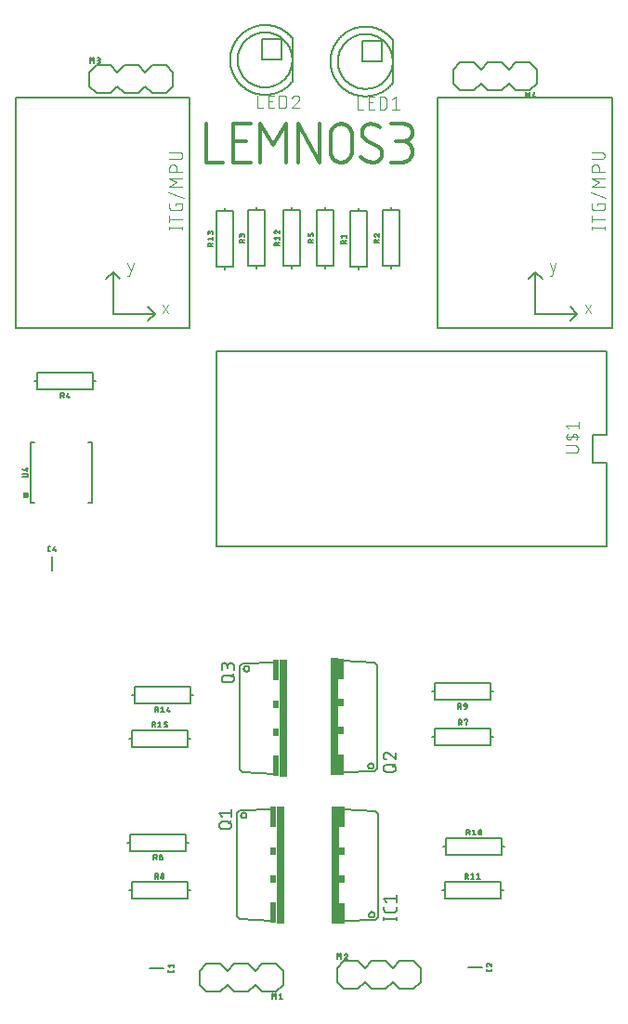
<source format=gbr>
G04 EAGLE Gerber RS-274X export*
G75*
%MOMM*%
%FSLAX34Y34*%
%LPD*%
%INSilkscreen Top*%
%IPPOS*%
%AMOC8*
5,1,8,0,0,1.08239X$1,22.5*%
G01*
%ADD10C,0.304800*%
%ADD11C,0.203200*%
%ADD12C,0.127000*%
%ADD13R,0.762000X10.668000*%
%ADD14R,0.508000X1.905000*%
%ADD15R,0.508000X0.762000*%
%ADD16C,0.101600*%
%ADD17C,0.600000*%


D10*
X191524Y806576D02*
X191524Y771524D01*
X207103Y771524D01*
X216289Y771524D02*
X231868Y771524D01*
X216289Y771524D02*
X216289Y806576D01*
X231868Y806576D01*
X227973Y790997D02*
X216289Y790997D01*
X241026Y806576D02*
X241026Y771524D01*
X252710Y787103D02*
X241026Y806576D01*
X252710Y787103D02*
X264394Y806576D01*
X264394Y771524D01*
X275358Y771524D02*
X275358Y806576D01*
X294831Y771524D01*
X294831Y806576D01*
X304886Y796839D02*
X304886Y781261D01*
X304885Y796839D02*
X304888Y797076D01*
X304897Y797313D01*
X304911Y797550D01*
X304931Y797786D01*
X304957Y798022D01*
X304989Y798257D01*
X305026Y798491D01*
X305069Y798724D01*
X305118Y798956D01*
X305172Y799187D01*
X305232Y799416D01*
X305298Y799644D01*
X305369Y799870D01*
X305445Y800095D01*
X305527Y800317D01*
X305615Y800538D01*
X305708Y800756D01*
X305806Y800972D01*
X305909Y801185D01*
X306017Y801396D01*
X306131Y801604D01*
X306249Y801810D01*
X306373Y802012D01*
X306501Y802212D01*
X306635Y802408D01*
X306773Y802601D01*
X306915Y802790D01*
X307062Y802976D01*
X307214Y803158D01*
X307370Y803337D01*
X307531Y803511D01*
X307695Y803682D01*
X307864Y803849D01*
X308036Y804011D01*
X308213Y804169D01*
X308394Y804323D01*
X308578Y804473D01*
X308765Y804618D01*
X308956Y804758D01*
X309151Y804894D01*
X309349Y805024D01*
X309550Y805150D01*
X309754Y805271D01*
X309960Y805388D01*
X310170Y805499D01*
X310382Y805604D01*
X310597Y805705D01*
X310814Y805800D01*
X311033Y805890D01*
X311255Y805975D01*
X311478Y806054D01*
X311703Y806128D01*
X311931Y806197D01*
X312159Y806259D01*
X312389Y806317D01*
X312621Y806368D01*
X312853Y806414D01*
X313087Y806454D01*
X313322Y806489D01*
X313557Y806518D01*
X313793Y806541D01*
X314030Y806558D01*
X314266Y806570D01*
X314503Y806575D01*
X314741Y806575D01*
X314978Y806570D01*
X315214Y806558D01*
X315451Y806541D01*
X315687Y806518D01*
X315922Y806489D01*
X316157Y806454D01*
X316391Y806414D01*
X316623Y806368D01*
X316855Y806317D01*
X317085Y806259D01*
X317313Y806197D01*
X317541Y806128D01*
X317766Y806054D01*
X317989Y805975D01*
X318211Y805890D01*
X318430Y805800D01*
X318647Y805705D01*
X318862Y805604D01*
X319074Y805499D01*
X319284Y805388D01*
X319491Y805271D01*
X319694Y805150D01*
X319895Y805024D01*
X320093Y804894D01*
X320288Y804758D01*
X320479Y804618D01*
X320666Y804473D01*
X320850Y804323D01*
X321031Y804169D01*
X321208Y804011D01*
X321380Y803849D01*
X321549Y803682D01*
X321713Y803511D01*
X321874Y803337D01*
X322030Y803158D01*
X322182Y802976D01*
X322329Y802790D01*
X322471Y802601D01*
X322609Y802408D01*
X322743Y802212D01*
X322871Y802012D01*
X322995Y801810D01*
X323113Y801604D01*
X323227Y801396D01*
X323335Y801185D01*
X323438Y800972D01*
X323536Y800756D01*
X323629Y800538D01*
X323717Y800317D01*
X323799Y800095D01*
X323875Y799870D01*
X323946Y799644D01*
X324012Y799416D01*
X324072Y799187D01*
X324126Y798956D01*
X324175Y798724D01*
X324218Y798491D01*
X324255Y798257D01*
X324287Y798022D01*
X324313Y797786D01*
X324333Y797550D01*
X324347Y797313D01*
X324356Y797076D01*
X324359Y796839D01*
X324359Y781261D01*
X324356Y781024D01*
X324347Y780787D01*
X324333Y780550D01*
X324313Y780314D01*
X324287Y780078D01*
X324255Y779843D01*
X324218Y779609D01*
X324175Y779376D01*
X324126Y779144D01*
X324072Y778913D01*
X324012Y778684D01*
X323946Y778456D01*
X323875Y778230D01*
X323799Y778005D01*
X323717Y777783D01*
X323629Y777562D01*
X323536Y777344D01*
X323438Y777128D01*
X323335Y776915D01*
X323227Y776704D01*
X323113Y776496D01*
X322995Y776290D01*
X322871Y776088D01*
X322743Y775888D01*
X322609Y775692D01*
X322471Y775499D01*
X322329Y775310D01*
X322182Y775124D01*
X322030Y774942D01*
X321874Y774763D01*
X321713Y774589D01*
X321549Y774418D01*
X321380Y774251D01*
X321208Y774089D01*
X321031Y773931D01*
X320850Y773777D01*
X320666Y773627D01*
X320479Y773482D01*
X320288Y773342D01*
X320093Y773206D01*
X319895Y773076D01*
X319694Y772950D01*
X319491Y772829D01*
X319284Y772712D01*
X319074Y772601D01*
X318862Y772496D01*
X318647Y772395D01*
X318430Y772300D01*
X318211Y772210D01*
X317989Y772125D01*
X317766Y772046D01*
X317541Y771972D01*
X317313Y771903D01*
X317085Y771841D01*
X316855Y771783D01*
X316623Y771732D01*
X316391Y771686D01*
X316157Y771646D01*
X315922Y771611D01*
X315687Y771582D01*
X315451Y771559D01*
X315214Y771542D01*
X314978Y771530D01*
X314741Y771525D01*
X314503Y771525D01*
X314266Y771530D01*
X314030Y771542D01*
X313793Y771559D01*
X313557Y771582D01*
X313322Y771611D01*
X313087Y771646D01*
X312853Y771686D01*
X312621Y771732D01*
X312389Y771783D01*
X312159Y771841D01*
X311931Y771903D01*
X311703Y771972D01*
X311478Y772046D01*
X311255Y772125D01*
X311033Y772210D01*
X310814Y772300D01*
X310597Y772395D01*
X310382Y772496D01*
X310170Y772601D01*
X309960Y772712D01*
X309754Y772829D01*
X309550Y772950D01*
X309349Y773076D01*
X309151Y773206D01*
X308956Y773342D01*
X308765Y773482D01*
X308578Y773627D01*
X308394Y773777D01*
X308213Y773931D01*
X308036Y774089D01*
X307864Y774251D01*
X307695Y774418D01*
X307531Y774589D01*
X307370Y774763D01*
X307214Y774942D01*
X307062Y775124D01*
X306915Y775310D01*
X306773Y775499D01*
X306635Y775692D01*
X306501Y775888D01*
X306373Y776088D01*
X306249Y776290D01*
X306131Y776496D01*
X306017Y776704D01*
X305909Y776915D01*
X305806Y777128D01*
X305708Y777344D01*
X305615Y777562D01*
X305527Y777783D01*
X305445Y778005D01*
X305369Y778230D01*
X305298Y778456D01*
X305232Y778684D01*
X305172Y778913D01*
X305118Y779144D01*
X305069Y779376D01*
X305026Y779609D01*
X304989Y779843D01*
X304957Y780078D01*
X304931Y780314D01*
X304911Y780550D01*
X304897Y780787D01*
X304888Y781024D01*
X304885Y781261D01*
X344192Y771524D02*
X344380Y771526D01*
X344568Y771533D01*
X344756Y771544D01*
X344944Y771560D01*
X345131Y771581D01*
X345317Y771606D01*
X345503Y771635D01*
X345688Y771669D01*
X345873Y771708D01*
X346056Y771750D01*
X346238Y771798D01*
X346419Y771849D01*
X346599Y771905D01*
X346777Y771966D01*
X346954Y772030D01*
X347129Y772099D01*
X347303Y772172D01*
X347474Y772249D01*
X347644Y772331D01*
X347812Y772416D01*
X347977Y772506D01*
X348141Y772599D01*
X348302Y772696D01*
X348460Y772798D01*
X348617Y772903D01*
X348770Y773012D01*
X348921Y773124D01*
X349069Y773240D01*
X349215Y773360D01*
X349357Y773483D01*
X349496Y773609D01*
X349633Y773739D01*
X349766Y773872D01*
X349896Y774009D01*
X350022Y774148D01*
X350145Y774290D01*
X350265Y774436D01*
X350381Y774584D01*
X350493Y774735D01*
X350602Y774888D01*
X350707Y775045D01*
X350809Y775203D01*
X350906Y775364D01*
X350999Y775528D01*
X351089Y775693D01*
X351174Y775861D01*
X351256Y776031D01*
X351333Y776202D01*
X351406Y776376D01*
X351475Y776551D01*
X351539Y776728D01*
X351600Y776906D01*
X351656Y777086D01*
X351707Y777267D01*
X351755Y777449D01*
X351797Y777632D01*
X351836Y777817D01*
X351870Y778002D01*
X351899Y778188D01*
X351924Y778374D01*
X351945Y778561D01*
X351961Y778749D01*
X351972Y778937D01*
X351979Y779125D01*
X351981Y779313D01*
X344192Y771524D02*
X343798Y771529D01*
X343405Y771543D01*
X343012Y771566D01*
X342620Y771599D01*
X342228Y771642D01*
X341838Y771693D01*
X341449Y771754D01*
X341061Y771825D01*
X340676Y771904D01*
X340292Y771993D01*
X339911Y772091D01*
X339532Y772198D01*
X339156Y772314D01*
X338783Y772439D01*
X338412Y772572D01*
X338045Y772715D01*
X337682Y772867D01*
X337322Y773027D01*
X336966Y773195D01*
X336615Y773372D01*
X336268Y773558D01*
X335925Y773752D01*
X335587Y773953D01*
X335254Y774163D01*
X334926Y774381D01*
X334603Y774607D01*
X334286Y774840D01*
X333974Y775081D01*
X333669Y775329D01*
X333369Y775584D01*
X333076Y775847D01*
X332789Y776116D01*
X332508Y776392D01*
X333482Y798787D02*
X333484Y798975D01*
X333491Y799163D01*
X333502Y799351D01*
X333518Y799539D01*
X333539Y799726D01*
X333564Y799912D01*
X333593Y800098D01*
X333627Y800283D01*
X333666Y800468D01*
X333708Y800651D01*
X333756Y800833D01*
X333807Y801014D01*
X333863Y801194D01*
X333924Y801372D01*
X333988Y801549D01*
X334057Y801724D01*
X334130Y801898D01*
X334207Y802069D01*
X334289Y802239D01*
X334374Y802407D01*
X334464Y802572D01*
X334557Y802736D01*
X334655Y802897D01*
X334756Y803055D01*
X334861Y803212D01*
X334970Y803365D01*
X335082Y803516D01*
X335198Y803664D01*
X335318Y803810D01*
X335441Y803952D01*
X335567Y804091D01*
X335697Y804228D01*
X335830Y804361D01*
X335967Y804491D01*
X336106Y804617D01*
X336248Y804740D01*
X336394Y804860D01*
X336542Y804976D01*
X336693Y805088D01*
X336846Y805197D01*
X337003Y805302D01*
X337161Y805404D01*
X337322Y805501D01*
X337486Y805594D01*
X337651Y805684D01*
X337819Y805769D01*
X337989Y805851D01*
X338160Y805928D01*
X338334Y806001D01*
X338509Y806070D01*
X338686Y806134D01*
X338864Y806195D01*
X339044Y806251D01*
X339225Y806302D01*
X339407Y806350D01*
X339590Y806393D01*
X339775Y806431D01*
X339960Y806465D01*
X340146Y806494D01*
X340332Y806519D01*
X340519Y806540D01*
X340707Y806556D01*
X340895Y806567D01*
X341083Y806574D01*
X341271Y806576D01*
X341619Y806572D01*
X341967Y806559D01*
X342314Y806539D01*
X342661Y806510D01*
X343007Y806472D01*
X343352Y806427D01*
X343696Y806373D01*
X344039Y806311D01*
X344380Y806241D01*
X344719Y806163D01*
X345056Y806077D01*
X345391Y805983D01*
X345724Y805881D01*
X346054Y805771D01*
X346382Y805653D01*
X346706Y805527D01*
X347028Y805394D01*
X347346Y805253D01*
X347661Y805104D01*
X347972Y804948D01*
X348279Y804785D01*
X348583Y804614D01*
X348882Y804436D01*
X349177Y804251D01*
X349467Y804059D01*
X349753Y803861D01*
X350034Y803655D01*
X337377Y791971D02*
X337213Y792070D01*
X337052Y792173D01*
X336894Y792280D01*
X336738Y792390D01*
X336585Y792505D01*
X336435Y792623D01*
X336287Y792744D01*
X336143Y792869D01*
X336002Y792998D01*
X335863Y793130D01*
X335728Y793265D01*
X335597Y793403D01*
X335468Y793545D01*
X335344Y793689D01*
X335222Y793837D01*
X335105Y793987D01*
X334990Y794140D01*
X334880Y794296D01*
X334774Y794455D01*
X334671Y794616D01*
X334572Y794779D01*
X334477Y794945D01*
X334387Y795113D01*
X334300Y795284D01*
X334218Y795456D01*
X334139Y795630D01*
X334065Y795806D01*
X333995Y795984D01*
X333930Y796163D01*
X333869Y796344D01*
X333812Y796527D01*
X333759Y796710D01*
X333712Y796895D01*
X333668Y797081D01*
X333629Y797268D01*
X333595Y797456D01*
X333565Y797645D01*
X333540Y797834D01*
X333519Y798024D01*
X333503Y798214D01*
X333491Y798405D01*
X333484Y798596D01*
X333482Y798787D01*
X348086Y786129D02*
X348250Y786030D01*
X348411Y785927D01*
X348569Y785820D01*
X348725Y785710D01*
X348878Y785595D01*
X349028Y785477D01*
X349176Y785356D01*
X349320Y785231D01*
X349461Y785102D01*
X349600Y784970D01*
X349735Y784835D01*
X349866Y784697D01*
X349995Y784555D01*
X350119Y784411D01*
X350241Y784263D01*
X350358Y784113D01*
X350473Y783960D01*
X350583Y783804D01*
X350689Y783645D01*
X350792Y783484D01*
X350891Y783321D01*
X350986Y783155D01*
X351076Y782987D01*
X351163Y782816D01*
X351245Y782644D01*
X351324Y782470D01*
X351398Y782294D01*
X351468Y782116D01*
X351533Y781937D01*
X351594Y781756D01*
X351651Y781573D01*
X351704Y781390D01*
X351751Y781205D01*
X351795Y781019D01*
X351834Y780832D01*
X351868Y780644D01*
X351898Y780455D01*
X351923Y780266D01*
X351944Y780076D01*
X351960Y779886D01*
X351972Y779695D01*
X351979Y779504D01*
X351981Y779313D01*
X348087Y786129D02*
X337376Y791971D01*
X360131Y771524D02*
X369867Y771524D01*
X370104Y771527D01*
X370341Y771536D01*
X370578Y771550D01*
X370814Y771570D01*
X371050Y771596D01*
X371285Y771628D01*
X371519Y771665D01*
X371752Y771708D01*
X371984Y771757D01*
X372215Y771811D01*
X372444Y771871D01*
X372672Y771937D01*
X372898Y772008D01*
X373123Y772084D01*
X373345Y772166D01*
X373566Y772254D01*
X373784Y772347D01*
X374000Y772445D01*
X374213Y772548D01*
X374424Y772656D01*
X374632Y772770D01*
X374838Y772888D01*
X375040Y773012D01*
X375240Y773140D01*
X375436Y773274D01*
X375629Y773412D01*
X375818Y773554D01*
X376004Y773701D01*
X376186Y773853D01*
X376365Y774009D01*
X376539Y774170D01*
X376710Y774334D01*
X376877Y774503D01*
X377039Y774675D01*
X377197Y774852D01*
X377351Y775033D01*
X377501Y775217D01*
X377646Y775404D01*
X377786Y775595D01*
X377922Y775790D01*
X378052Y775988D01*
X378178Y776189D01*
X378299Y776393D01*
X378416Y776599D01*
X378527Y776809D01*
X378632Y777021D01*
X378733Y777236D01*
X378828Y777453D01*
X378918Y777672D01*
X379003Y777894D01*
X379082Y778117D01*
X379156Y778342D01*
X379225Y778570D01*
X379287Y778798D01*
X379345Y779028D01*
X379396Y779260D01*
X379442Y779492D01*
X379482Y779726D01*
X379517Y779961D01*
X379546Y780196D01*
X379569Y780432D01*
X379586Y780669D01*
X379598Y780905D01*
X379603Y781142D01*
X379603Y781380D01*
X379598Y781617D01*
X379586Y781853D01*
X379569Y782090D01*
X379546Y782326D01*
X379517Y782561D01*
X379482Y782796D01*
X379442Y783030D01*
X379396Y783262D01*
X379345Y783494D01*
X379287Y783724D01*
X379225Y783952D01*
X379156Y784180D01*
X379082Y784405D01*
X379003Y784628D01*
X378918Y784850D01*
X378828Y785069D01*
X378733Y785286D01*
X378632Y785501D01*
X378527Y785713D01*
X378416Y785923D01*
X378299Y786130D01*
X378178Y786333D01*
X378052Y786534D01*
X377922Y786732D01*
X377786Y786927D01*
X377646Y787118D01*
X377501Y787305D01*
X377351Y787489D01*
X377197Y787670D01*
X377039Y787847D01*
X376877Y788019D01*
X376710Y788188D01*
X376539Y788352D01*
X376365Y788513D01*
X376186Y788669D01*
X376004Y788821D01*
X375818Y788968D01*
X375629Y789110D01*
X375436Y789248D01*
X375240Y789382D01*
X375040Y789510D01*
X374838Y789634D01*
X374632Y789752D01*
X374424Y789866D01*
X374213Y789974D01*
X374000Y790077D01*
X373784Y790175D01*
X373566Y790268D01*
X373345Y790356D01*
X373123Y790438D01*
X372898Y790514D01*
X372672Y790585D01*
X372444Y790651D01*
X372215Y790711D01*
X371984Y790765D01*
X371752Y790814D01*
X371519Y790857D01*
X371285Y790894D01*
X371050Y790926D01*
X370814Y790952D01*
X370578Y790972D01*
X370341Y790986D01*
X370104Y790995D01*
X369867Y790998D01*
X371815Y806576D02*
X360131Y806576D01*
X371815Y806576D02*
X372005Y806574D01*
X372194Y806567D01*
X372384Y806555D01*
X372573Y806539D01*
X372761Y806518D01*
X372949Y806493D01*
X373136Y806463D01*
X373323Y806429D01*
X373509Y806390D01*
X373693Y806346D01*
X373877Y806298D01*
X374059Y806246D01*
X374240Y806189D01*
X374419Y806128D01*
X374597Y806062D01*
X374774Y805992D01*
X374948Y805918D01*
X375121Y805840D01*
X375292Y805757D01*
X375461Y805670D01*
X375627Y805579D01*
X375791Y805485D01*
X375953Y805386D01*
X376113Y805283D01*
X376270Y805176D01*
X376424Y805066D01*
X376575Y804952D01*
X376724Y804834D01*
X376870Y804713D01*
X377013Y804588D01*
X377152Y804460D01*
X377289Y804328D01*
X377422Y804193D01*
X377552Y804055D01*
X377679Y803914D01*
X377802Y803769D01*
X377922Y803622D01*
X378037Y803472D01*
X378150Y803319D01*
X378258Y803163D01*
X378363Y803005D01*
X378464Y802845D01*
X378560Y802682D01*
X378653Y802516D01*
X378742Y802348D01*
X378827Y802179D01*
X378907Y802007D01*
X378984Y801833D01*
X379056Y801658D01*
X379123Y801481D01*
X379187Y801302D01*
X379246Y801122D01*
X379301Y800940D01*
X379351Y800757D01*
X379396Y800573D01*
X379438Y800388D01*
X379474Y800202D01*
X379507Y800015D01*
X379534Y799827D01*
X379557Y799639D01*
X379576Y799450D01*
X379590Y799261D01*
X379599Y799071D01*
X379603Y798882D01*
X379603Y798692D01*
X379599Y798503D01*
X379590Y798313D01*
X379576Y798124D01*
X379557Y797935D01*
X379534Y797747D01*
X379507Y797559D01*
X379474Y797372D01*
X379438Y797186D01*
X379396Y797001D01*
X379351Y796817D01*
X379301Y796634D01*
X379246Y796452D01*
X379187Y796272D01*
X379123Y796093D01*
X379056Y795916D01*
X378984Y795741D01*
X378907Y795567D01*
X378827Y795395D01*
X378742Y795226D01*
X378653Y795058D01*
X378560Y794893D01*
X378464Y794729D01*
X378363Y794569D01*
X378258Y794411D01*
X378150Y794255D01*
X378037Y794102D01*
X377922Y793952D01*
X377802Y793805D01*
X377679Y793660D01*
X377552Y793519D01*
X377422Y793381D01*
X377289Y793246D01*
X377152Y793114D01*
X377013Y792986D01*
X376870Y792861D01*
X376724Y792740D01*
X376575Y792622D01*
X376424Y792508D01*
X376270Y792398D01*
X376113Y792291D01*
X375953Y792188D01*
X375791Y792089D01*
X375627Y791995D01*
X375461Y791904D01*
X375292Y791817D01*
X375121Y791734D01*
X374948Y791656D01*
X374774Y791582D01*
X374597Y791512D01*
X374419Y791446D01*
X374240Y791385D01*
X374059Y791328D01*
X373877Y791276D01*
X373693Y791228D01*
X373509Y791184D01*
X373323Y791145D01*
X373136Y791111D01*
X372949Y791081D01*
X372761Y791056D01*
X372573Y791035D01*
X372384Y791019D01*
X372194Y791007D01*
X372005Y791000D01*
X371815Y790998D01*
X371815Y790997D02*
X364025Y790997D01*
D11*
X152650Y37200D02*
X139950Y37200D01*
D12*
X161921Y35704D02*
X161921Y34632D01*
X161919Y34567D01*
X161913Y34503D01*
X161903Y34439D01*
X161890Y34375D01*
X161872Y34313D01*
X161851Y34252D01*
X161827Y34192D01*
X161798Y34134D01*
X161766Y34077D01*
X161731Y34023D01*
X161693Y33971D01*
X161651Y33921D01*
X161607Y33874D01*
X161560Y33830D01*
X161510Y33788D01*
X161458Y33750D01*
X161404Y33715D01*
X161347Y33683D01*
X161289Y33654D01*
X161229Y33630D01*
X161168Y33609D01*
X161106Y33591D01*
X161042Y33578D01*
X160978Y33568D01*
X160914Y33562D01*
X160849Y33560D01*
X160849Y33559D02*
X158167Y33559D01*
X158102Y33561D01*
X158038Y33567D01*
X157974Y33577D01*
X157910Y33590D01*
X157848Y33608D01*
X157787Y33629D01*
X157727Y33654D01*
X157668Y33682D01*
X157612Y33714D01*
X157557Y33749D01*
X157505Y33787D01*
X157455Y33829D01*
X157408Y33873D01*
X157364Y33920D01*
X157322Y33970D01*
X157284Y34022D01*
X157249Y34077D01*
X157217Y34133D01*
X157189Y34192D01*
X157164Y34251D01*
X157143Y34313D01*
X157125Y34375D01*
X157112Y34439D01*
X157102Y34503D01*
X157096Y34567D01*
X157094Y34632D01*
X157095Y34632D02*
X157095Y35704D01*
X158167Y38160D02*
X157095Y39500D01*
X161921Y39500D01*
X161921Y38160D02*
X161921Y40841D01*
D11*
X429950Y38000D02*
X442650Y38000D01*
D12*
X451921Y36504D02*
X451921Y35432D01*
X451919Y35367D01*
X451913Y35303D01*
X451903Y35239D01*
X451890Y35175D01*
X451872Y35113D01*
X451851Y35052D01*
X451827Y34992D01*
X451798Y34934D01*
X451766Y34877D01*
X451731Y34823D01*
X451693Y34771D01*
X451651Y34721D01*
X451607Y34674D01*
X451560Y34630D01*
X451510Y34588D01*
X451458Y34550D01*
X451404Y34515D01*
X451347Y34483D01*
X451289Y34454D01*
X451229Y34430D01*
X451168Y34409D01*
X451106Y34391D01*
X451042Y34378D01*
X450978Y34368D01*
X450914Y34362D01*
X450849Y34360D01*
X450849Y34359D02*
X448167Y34359D01*
X448102Y34361D01*
X448038Y34367D01*
X447974Y34377D01*
X447910Y34390D01*
X447848Y34408D01*
X447787Y34429D01*
X447727Y34454D01*
X447668Y34482D01*
X447612Y34514D01*
X447557Y34549D01*
X447505Y34587D01*
X447455Y34629D01*
X447408Y34673D01*
X447364Y34720D01*
X447322Y34770D01*
X447284Y34822D01*
X447249Y34877D01*
X447217Y34933D01*
X447189Y34992D01*
X447164Y35051D01*
X447143Y35113D01*
X447125Y35175D01*
X447112Y35239D01*
X447102Y35303D01*
X447096Y35367D01*
X447094Y35432D01*
X447095Y35432D02*
X447095Y36504D01*
X447095Y40434D02*
X447097Y40502D01*
X447103Y40569D01*
X447112Y40636D01*
X447125Y40703D01*
X447142Y40768D01*
X447163Y40833D01*
X447187Y40896D01*
X447215Y40958D01*
X447246Y41018D01*
X447280Y41076D01*
X447318Y41132D01*
X447358Y41187D01*
X447402Y41238D01*
X447449Y41287D01*
X447498Y41334D01*
X447549Y41378D01*
X447604Y41418D01*
X447660Y41456D01*
X447718Y41490D01*
X447778Y41521D01*
X447840Y41549D01*
X447903Y41573D01*
X447968Y41594D01*
X448033Y41611D01*
X448100Y41624D01*
X448167Y41633D01*
X448234Y41639D01*
X448302Y41641D01*
X447095Y40434D02*
X447097Y40356D01*
X447103Y40278D01*
X447113Y40201D01*
X447126Y40124D01*
X447144Y40048D01*
X447165Y39973D01*
X447190Y39899D01*
X447219Y39827D01*
X447251Y39756D01*
X447287Y39687D01*
X447326Y39619D01*
X447369Y39554D01*
X447415Y39491D01*
X447464Y39430D01*
X447516Y39372D01*
X447571Y39317D01*
X447628Y39264D01*
X447688Y39215D01*
X447751Y39168D01*
X447816Y39125D01*
X447882Y39085D01*
X447951Y39048D01*
X448022Y39015D01*
X448094Y38985D01*
X448168Y38959D01*
X449240Y41239D02*
X449191Y41288D01*
X449139Y41335D01*
X449084Y41378D01*
X449027Y41419D01*
X448968Y41457D01*
X448907Y41491D01*
X448844Y41522D01*
X448780Y41550D01*
X448714Y41574D01*
X448648Y41594D01*
X448580Y41611D01*
X448511Y41624D01*
X448442Y41633D01*
X448372Y41639D01*
X448302Y41641D01*
X449240Y41239D02*
X451921Y38960D01*
X451921Y41641D01*
D11*
X51200Y399950D02*
X51200Y412650D01*
D12*
X49704Y417095D02*
X48632Y417095D01*
X48567Y417097D01*
X48503Y417103D01*
X48439Y417113D01*
X48375Y417126D01*
X48313Y417144D01*
X48252Y417165D01*
X48192Y417189D01*
X48134Y417218D01*
X48077Y417250D01*
X48023Y417285D01*
X47971Y417323D01*
X47921Y417365D01*
X47874Y417409D01*
X47830Y417456D01*
X47788Y417506D01*
X47750Y417558D01*
X47715Y417612D01*
X47683Y417669D01*
X47654Y417727D01*
X47630Y417787D01*
X47609Y417848D01*
X47591Y417910D01*
X47578Y417974D01*
X47568Y418038D01*
X47562Y418102D01*
X47560Y418167D01*
X47559Y418167D02*
X47559Y420849D01*
X47560Y420849D02*
X47562Y420914D01*
X47568Y420978D01*
X47578Y421042D01*
X47591Y421106D01*
X47609Y421168D01*
X47630Y421229D01*
X47654Y421289D01*
X47683Y421347D01*
X47715Y421404D01*
X47750Y421458D01*
X47788Y421510D01*
X47830Y421560D01*
X47874Y421607D01*
X47921Y421651D01*
X47971Y421693D01*
X48023Y421731D01*
X48077Y421766D01*
X48134Y421798D01*
X48192Y421827D01*
X48252Y421851D01*
X48313Y421872D01*
X48375Y421890D01*
X48439Y421903D01*
X48503Y421913D01*
X48567Y421919D01*
X48632Y421921D01*
X49704Y421921D01*
X53232Y421921D02*
X52160Y418167D01*
X54841Y418167D01*
X54037Y419240D02*
X54037Y417095D01*
X339844Y86242D02*
X339846Y86342D01*
X339852Y86443D01*
X339862Y86542D01*
X339876Y86642D01*
X339893Y86741D01*
X339915Y86839D01*
X339941Y86936D01*
X339970Y87032D01*
X340003Y87126D01*
X340040Y87220D01*
X340080Y87312D01*
X340124Y87402D01*
X340172Y87490D01*
X340223Y87577D01*
X340277Y87661D01*
X340335Y87743D01*
X340396Y87823D01*
X340460Y87900D01*
X340527Y87975D01*
X340597Y88047D01*
X340670Y88116D01*
X340745Y88182D01*
X340823Y88246D01*
X340903Y88306D01*
X340986Y88363D01*
X341071Y88416D01*
X341158Y88466D01*
X341247Y88513D01*
X341337Y88556D01*
X341429Y88596D01*
X341523Y88632D01*
X341618Y88664D01*
X341714Y88692D01*
X341812Y88717D01*
X341910Y88737D01*
X342009Y88754D01*
X342109Y88767D01*
X342208Y88776D01*
X342309Y88781D01*
X342409Y88782D01*
X342509Y88779D01*
X342610Y88772D01*
X342709Y88761D01*
X342809Y88746D01*
X342907Y88728D01*
X343005Y88705D01*
X343102Y88678D01*
X343197Y88648D01*
X343292Y88614D01*
X343385Y88576D01*
X343476Y88535D01*
X343566Y88490D01*
X343654Y88442D01*
X343740Y88390D01*
X343824Y88335D01*
X343905Y88276D01*
X343984Y88214D01*
X344061Y88150D01*
X344135Y88082D01*
X344206Y88011D01*
X344275Y87938D01*
X344340Y87862D01*
X344403Y87783D01*
X344462Y87702D01*
X344518Y87619D01*
X344571Y87534D01*
X344620Y87446D01*
X344666Y87357D01*
X344708Y87266D01*
X344747Y87173D01*
X344782Y87079D01*
X344813Y86984D01*
X344841Y86887D01*
X344864Y86790D01*
X344884Y86691D01*
X344900Y86592D01*
X344912Y86493D01*
X344920Y86392D01*
X344924Y86292D01*
X344924Y86192D01*
X344920Y86092D01*
X344912Y85991D01*
X344900Y85892D01*
X344884Y85793D01*
X344864Y85694D01*
X344841Y85597D01*
X344813Y85500D01*
X344782Y85405D01*
X344747Y85311D01*
X344708Y85218D01*
X344666Y85127D01*
X344620Y85038D01*
X344571Y84950D01*
X344518Y84865D01*
X344462Y84782D01*
X344403Y84701D01*
X344340Y84622D01*
X344275Y84546D01*
X344206Y84473D01*
X344135Y84402D01*
X344061Y84334D01*
X343984Y84270D01*
X343905Y84208D01*
X343824Y84149D01*
X343740Y84094D01*
X343654Y84042D01*
X343566Y83994D01*
X343476Y83949D01*
X343385Y83908D01*
X343292Y83870D01*
X343197Y83836D01*
X343102Y83806D01*
X343005Y83779D01*
X342907Y83756D01*
X342809Y83738D01*
X342709Y83723D01*
X342610Y83712D01*
X342509Y83705D01*
X342409Y83702D01*
X342309Y83703D01*
X342208Y83708D01*
X342109Y83717D01*
X342009Y83730D01*
X341910Y83747D01*
X341812Y83767D01*
X341714Y83792D01*
X341618Y83820D01*
X341523Y83852D01*
X341429Y83888D01*
X341337Y83928D01*
X341247Y83971D01*
X341158Y84018D01*
X341071Y84068D01*
X340986Y84121D01*
X340903Y84178D01*
X340823Y84238D01*
X340745Y84302D01*
X340670Y84368D01*
X340597Y84437D01*
X340527Y84509D01*
X340460Y84584D01*
X340396Y84661D01*
X340335Y84741D01*
X340277Y84823D01*
X340223Y84907D01*
X340172Y84994D01*
X340124Y85082D01*
X340080Y85172D01*
X340040Y85264D01*
X340003Y85358D01*
X339970Y85452D01*
X339941Y85548D01*
X339915Y85645D01*
X339893Y85743D01*
X339876Y85842D01*
X339862Y85942D01*
X339852Y86041D01*
X339846Y86142D01*
X339844Y86242D01*
X345940Y180730D02*
X316730Y182000D01*
X345940Y180730D02*
X348480Y178190D01*
X348480Y84210D01*
X345940Y81670D01*
X316730Y80400D01*
D13*
X309110Y131200D03*
D14*
X315460Y87385D03*
D15*
X315460Y118500D03*
X315460Y143900D03*
D14*
X315460Y175015D03*
D12*
X353687Y82305D02*
X365117Y82305D01*
X365117Y81035D02*
X365117Y83575D01*
X353687Y83575D02*
X353687Y81035D01*
X365117Y90777D02*
X365117Y93317D01*
X365117Y90777D02*
X365115Y90677D01*
X365109Y90578D01*
X365099Y90478D01*
X365086Y90380D01*
X365068Y90281D01*
X365047Y90184D01*
X365022Y90088D01*
X364993Y89992D01*
X364960Y89898D01*
X364924Y89805D01*
X364884Y89714D01*
X364840Y89624D01*
X364793Y89536D01*
X364743Y89450D01*
X364689Y89366D01*
X364632Y89284D01*
X364572Y89205D01*
X364508Y89127D01*
X364442Y89053D01*
X364373Y88981D01*
X364301Y88912D01*
X364227Y88846D01*
X364149Y88782D01*
X364070Y88722D01*
X363988Y88665D01*
X363904Y88611D01*
X363818Y88561D01*
X363730Y88514D01*
X363640Y88470D01*
X363549Y88430D01*
X363456Y88394D01*
X363362Y88361D01*
X363266Y88332D01*
X363170Y88307D01*
X363073Y88286D01*
X362974Y88268D01*
X362876Y88255D01*
X362776Y88245D01*
X362677Y88239D01*
X362577Y88237D01*
X356227Y88237D01*
X356127Y88239D01*
X356028Y88245D01*
X355928Y88255D01*
X355830Y88268D01*
X355731Y88286D01*
X355634Y88307D01*
X355538Y88332D01*
X355442Y88361D01*
X355348Y88394D01*
X355255Y88430D01*
X355164Y88470D01*
X355074Y88514D01*
X354986Y88561D01*
X354900Y88611D01*
X354816Y88665D01*
X354734Y88722D01*
X354655Y88782D01*
X354577Y88846D01*
X354503Y88912D01*
X354431Y88981D01*
X354362Y89053D01*
X354296Y89127D01*
X354232Y89205D01*
X354172Y89284D01*
X354115Y89366D01*
X354061Y89450D01*
X354011Y89536D01*
X353964Y89624D01*
X353920Y89714D01*
X353880Y89805D01*
X353844Y89898D01*
X353811Y89992D01*
X353782Y90088D01*
X353757Y90184D01*
X353736Y90281D01*
X353718Y90380D01*
X353705Y90478D01*
X353695Y90578D01*
X353689Y90677D01*
X353687Y90777D01*
X353687Y93317D01*
X356227Y97799D02*
X353687Y100974D01*
X365117Y100974D01*
X365117Y97799D02*
X365117Y104149D01*
X362000Y844550D02*
X362000Y882650D01*
X361526Y883266D01*
X361037Y883871D01*
X360533Y884463D01*
X360015Y885043D01*
X359483Y885610D01*
X358937Y886164D01*
X358378Y886704D01*
X357805Y887230D01*
X357220Y887743D01*
X356623Y888240D01*
X356014Y888723D01*
X355393Y889191D01*
X354760Y889644D01*
X354117Y890081D01*
X353463Y890502D01*
X352799Y890906D01*
X352126Y891295D01*
X351443Y891667D01*
X350751Y892022D01*
X350051Y892360D01*
X349343Y892681D01*
X348627Y892984D01*
X347903Y893270D01*
X347174Y893538D01*
X346437Y893788D01*
X345695Y894019D01*
X344947Y894233D01*
X344195Y894428D01*
X343437Y894605D01*
X342676Y894763D01*
X341911Y894903D01*
X341143Y895023D01*
X340372Y895125D01*
X339599Y895208D01*
X338824Y895272D01*
X338048Y895317D01*
X337271Y895343D01*
X336493Y895350D01*
X335716Y895338D01*
X334939Y895307D01*
X334163Y895256D01*
X333388Y895187D01*
X332616Y895099D01*
X331846Y894992D01*
X331078Y894866D01*
X330314Y894722D01*
X329554Y894558D01*
X328798Y894376D01*
X328047Y894176D01*
X327300Y893958D01*
X326560Y893721D01*
X325825Y893466D01*
X325097Y893193D01*
X324376Y892902D01*
X323662Y892594D01*
X322956Y892269D01*
X322258Y891926D01*
X321568Y891566D01*
X320888Y891190D01*
X320217Y890797D01*
X319556Y890387D01*
X318905Y889962D01*
X318265Y889521D01*
X317636Y889064D01*
X317018Y888592D01*
X316412Y888105D01*
X315818Y887603D01*
X315236Y887087D01*
X314667Y886557D01*
X314112Y886013D01*
X313569Y885455D01*
X313041Y884885D01*
X312527Y884302D01*
X312027Y883706D01*
X311542Y883098D01*
X311072Y882479D01*
X310618Y881848D01*
X310179Y881206D01*
X309755Y880554D01*
X309348Y879891D01*
X308957Y879219D01*
X308583Y878537D01*
X308226Y877847D01*
X307886Y877148D01*
X307562Y876440D01*
X307257Y875726D01*
X306968Y875003D01*
X306698Y874274D01*
X306446Y873539D01*
X306211Y872797D01*
X305995Y872050D01*
X305797Y871298D01*
X305618Y870542D01*
X305457Y869781D01*
X305315Y869017D01*
X305192Y868249D01*
X305088Y867478D01*
X305002Y866705D01*
X304936Y865931D01*
X304888Y865155D01*
X304860Y864378D01*
X304850Y863600D01*
X304860Y862822D01*
X304888Y862045D01*
X304936Y861269D01*
X305002Y860495D01*
X305088Y859722D01*
X305192Y858951D01*
X305315Y858183D01*
X305457Y857419D01*
X305618Y856658D01*
X305797Y855902D01*
X305995Y855150D01*
X306211Y854403D01*
X306446Y853661D01*
X306698Y852926D01*
X306968Y852197D01*
X307257Y851474D01*
X307562Y850760D01*
X307886Y850052D01*
X308226Y849353D01*
X308583Y848663D01*
X308957Y847981D01*
X309348Y847309D01*
X309755Y846646D01*
X310179Y845994D01*
X310618Y845352D01*
X311072Y844721D01*
X311542Y844102D01*
X312027Y843494D01*
X312527Y842898D01*
X313041Y842315D01*
X313569Y841745D01*
X314112Y841187D01*
X314667Y840643D01*
X315236Y840113D01*
X315818Y839597D01*
X316412Y839095D01*
X317018Y838608D01*
X317636Y838136D01*
X318265Y837679D01*
X318905Y837238D01*
X319556Y836813D01*
X320217Y836403D01*
X320888Y836010D01*
X321568Y835634D01*
X322258Y835274D01*
X322956Y834931D01*
X323662Y834606D01*
X324376Y834298D01*
X325097Y834007D01*
X325825Y833734D01*
X326560Y833479D01*
X327300Y833242D01*
X328047Y833024D01*
X328798Y832824D01*
X329554Y832642D01*
X330314Y832478D01*
X331078Y832334D01*
X331846Y832208D01*
X332616Y832101D01*
X333388Y832013D01*
X334163Y831944D01*
X334939Y831893D01*
X335716Y831862D01*
X336493Y831850D01*
X337271Y831857D01*
X338048Y831883D01*
X338824Y831928D01*
X339599Y831992D01*
X340372Y832075D01*
X341143Y832177D01*
X341911Y832297D01*
X342676Y832437D01*
X343437Y832595D01*
X344195Y832772D01*
X344947Y832967D01*
X345695Y833181D01*
X346437Y833412D01*
X347174Y833662D01*
X347903Y833930D01*
X348627Y834216D01*
X349343Y834519D01*
X350051Y834840D01*
X350751Y835178D01*
X351443Y835533D01*
X352126Y835905D01*
X352799Y836294D01*
X353463Y836698D01*
X354117Y837119D01*
X354760Y837556D01*
X355393Y838009D01*
X356014Y838477D01*
X356623Y838960D01*
X357220Y839457D01*
X357805Y839970D01*
X358378Y840496D01*
X358937Y841036D01*
X359483Y841590D01*
X360015Y842157D01*
X360533Y842737D01*
X361037Y843329D01*
X361526Y843934D01*
X362000Y844550D01*
X351840Y863600D02*
X334060Y863600D01*
X334060Y882650D01*
X351840Y882650D01*
X351840Y863600D01*
X311600Y863600D02*
X311608Y864214D01*
X311630Y864827D01*
X311668Y865439D01*
X311720Y866050D01*
X311788Y866660D01*
X311871Y867268D01*
X311968Y867874D01*
X312080Y868477D01*
X312207Y869078D01*
X312349Y869675D01*
X312506Y870268D01*
X312676Y870857D01*
X312862Y871442D01*
X313061Y872022D01*
X313275Y872597D01*
X313503Y873167D01*
X313745Y873731D01*
X314000Y874289D01*
X314269Y874840D01*
X314552Y875385D01*
X314848Y875922D01*
X315157Y876453D01*
X315479Y876975D01*
X315813Y877489D01*
X316160Y877995D01*
X316520Y878492D01*
X316891Y878981D01*
X317275Y879460D01*
X317670Y879929D01*
X318076Y880389D01*
X318494Y880839D01*
X318922Y881278D01*
X319361Y881706D01*
X319811Y882124D01*
X320271Y882530D01*
X320740Y882925D01*
X321219Y883309D01*
X321708Y883680D01*
X322205Y884040D01*
X322711Y884387D01*
X323225Y884721D01*
X323747Y885043D01*
X324278Y885352D01*
X324815Y885648D01*
X325360Y885931D01*
X325911Y886200D01*
X326469Y886455D01*
X327033Y886697D01*
X327603Y886925D01*
X328178Y887139D01*
X328758Y887338D01*
X329343Y887524D01*
X329932Y887694D01*
X330525Y887851D01*
X331122Y887993D01*
X331723Y888120D01*
X332326Y888232D01*
X332932Y888329D01*
X333540Y888412D01*
X334150Y888480D01*
X334761Y888532D01*
X335373Y888570D01*
X335986Y888592D01*
X336600Y888600D01*
X337214Y888592D01*
X337827Y888570D01*
X338439Y888532D01*
X339050Y888480D01*
X339660Y888412D01*
X340268Y888329D01*
X340874Y888232D01*
X341477Y888120D01*
X342078Y887993D01*
X342675Y887851D01*
X343268Y887694D01*
X343857Y887524D01*
X344442Y887338D01*
X345022Y887139D01*
X345597Y886925D01*
X346167Y886697D01*
X346731Y886455D01*
X347289Y886200D01*
X347840Y885931D01*
X348385Y885648D01*
X348922Y885352D01*
X349453Y885043D01*
X349975Y884721D01*
X350489Y884387D01*
X350995Y884040D01*
X351492Y883680D01*
X351981Y883309D01*
X352460Y882925D01*
X352929Y882530D01*
X353389Y882124D01*
X353839Y881706D01*
X354278Y881278D01*
X354706Y880839D01*
X355124Y880389D01*
X355530Y879929D01*
X355925Y879460D01*
X356309Y878981D01*
X356680Y878492D01*
X357040Y877995D01*
X357387Y877489D01*
X357721Y876975D01*
X358043Y876453D01*
X358352Y875922D01*
X358648Y875385D01*
X358931Y874840D01*
X359200Y874289D01*
X359455Y873731D01*
X359697Y873167D01*
X359925Y872597D01*
X360139Y872022D01*
X360338Y871442D01*
X360524Y870857D01*
X360694Y870268D01*
X360851Y869675D01*
X360993Y869078D01*
X361120Y868477D01*
X361232Y867874D01*
X361329Y867268D01*
X361412Y866660D01*
X361480Y866050D01*
X361532Y865439D01*
X361570Y864827D01*
X361592Y864214D01*
X361600Y863600D01*
X361592Y862986D01*
X361570Y862373D01*
X361532Y861761D01*
X361480Y861150D01*
X361412Y860540D01*
X361329Y859932D01*
X361232Y859326D01*
X361120Y858723D01*
X360993Y858122D01*
X360851Y857525D01*
X360694Y856932D01*
X360524Y856343D01*
X360338Y855758D01*
X360139Y855178D01*
X359925Y854603D01*
X359697Y854033D01*
X359455Y853469D01*
X359200Y852911D01*
X358931Y852360D01*
X358648Y851815D01*
X358352Y851278D01*
X358043Y850747D01*
X357721Y850225D01*
X357387Y849711D01*
X357040Y849205D01*
X356680Y848708D01*
X356309Y848219D01*
X355925Y847740D01*
X355530Y847271D01*
X355124Y846811D01*
X354706Y846361D01*
X354278Y845922D01*
X353839Y845494D01*
X353389Y845076D01*
X352929Y844670D01*
X352460Y844275D01*
X351981Y843891D01*
X351492Y843520D01*
X350995Y843160D01*
X350489Y842813D01*
X349975Y842479D01*
X349453Y842157D01*
X348922Y841848D01*
X348385Y841552D01*
X347840Y841269D01*
X347289Y841000D01*
X346731Y840745D01*
X346167Y840503D01*
X345597Y840275D01*
X345022Y840061D01*
X344442Y839862D01*
X343857Y839676D01*
X343268Y839506D01*
X342675Y839349D01*
X342078Y839207D01*
X341477Y839080D01*
X340874Y838968D01*
X340268Y838871D01*
X339660Y838788D01*
X339050Y838720D01*
X338439Y838668D01*
X337827Y838630D01*
X337214Y838608D01*
X336600Y838600D01*
X335986Y838608D01*
X335373Y838630D01*
X334761Y838668D01*
X334150Y838720D01*
X333540Y838788D01*
X332932Y838871D01*
X332326Y838968D01*
X331723Y839080D01*
X331122Y839207D01*
X330525Y839349D01*
X329932Y839506D01*
X329343Y839676D01*
X328758Y839862D01*
X328178Y840061D01*
X327603Y840275D01*
X327033Y840503D01*
X326469Y840745D01*
X325911Y841000D01*
X325360Y841269D01*
X324815Y841552D01*
X324278Y841848D01*
X323747Y842157D01*
X323225Y842479D01*
X322711Y842813D01*
X322205Y843160D01*
X321708Y843520D01*
X321219Y843891D01*
X320740Y844275D01*
X320271Y844670D01*
X319811Y845076D01*
X319361Y845494D01*
X318922Y845922D01*
X318494Y846361D01*
X318076Y846811D01*
X317670Y847271D01*
X317275Y847740D01*
X316891Y848219D01*
X316520Y848708D01*
X316160Y849205D01*
X315813Y849711D01*
X315479Y850225D01*
X315157Y850747D01*
X314848Y851278D01*
X314552Y851815D01*
X314269Y852360D01*
X314000Y852911D01*
X313745Y853469D01*
X313503Y854033D01*
X313275Y854603D01*
X313061Y855178D01*
X312862Y855758D01*
X312676Y856343D01*
X312506Y856932D01*
X312349Y857525D01*
X312207Y858122D01*
X312080Y858723D01*
X311968Y859326D01*
X311871Y859932D01*
X311788Y860540D01*
X311720Y861150D01*
X311668Y861761D01*
X311630Y862373D01*
X311608Y862986D01*
X311600Y863600D01*
D16*
X329751Y831342D02*
X329751Y819658D01*
X334943Y819658D01*
X339657Y819658D02*
X344849Y819658D01*
X339657Y819658D02*
X339657Y831342D01*
X344849Y831342D01*
X343551Y826149D02*
X339657Y826149D01*
X349540Y831342D02*
X349540Y819658D01*
X349540Y831342D02*
X352785Y831342D01*
X352898Y831340D01*
X353011Y831334D01*
X353124Y831324D01*
X353237Y831310D01*
X353349Y831293D01*
X353460Y831271D01*
X353570Y831246D01*
X353680Y831216D01*
X353788Y831183D01*
X353895Y831146D01*
X354001Y831106D01*
X354105Y831061D01*
X354208Y831013D01*
X354309Y830962D01*
X354408Y830907D01*
X354505Y830849D01*
X354600Y830787D01*
X354693Y830722D01*
X354783Y830654D01*
X354871Y830583D01*
X354957Y830508D01*
X355040Y830431D01*
X355120Y830351D01*
X355197Y830268D01*
X355272Y830182D01*
X355343Y830094D01*
X355411Y830004D01*
X355476Y829911D01*
X355538Y829816D01*
X355596Y829719D01*
X355651Y829620D01*
X355702Y829519D01*
X355750Y829416D01*
X355795Y829312D01*
X355835Y829206D01*
X355872Y829099D01*
X355905Y828991D01*
X355935Y828881D01*
X355960Y828771D01*
X355982Y828660D01*
X355999Y828548D01*
X356013Y828435D01*
X356023Y828322D01*
X356029Y828209D01*
X356031Y828096D01*
X356031Y822904D01*
X356032Y822904D02*
X356030Y822791D01*
X356024Y822678D01*
X356014Y822565D01*
X356000Y822452D01*
X355983Y822340D01*
X355961Y822229D01*
X355936Y822119D01*
X355906Y822009D01*
X355873Y821901D01*
X355836Y821794D01*
X355796Y821688D01*
X355751Y821584D01*
X355703Y821481D01*
X355652Y821380D01*
X355597Y821281D01*
X355539Y821184D01*
X355477Y821089D01*
X355412Y820996D01*
X355344Y820906D01*
X355273Y820818D01*
X355198Y820732D01*
X355121Y820649D01*
X355041Y820569D01*
X354958Y820492D01*
X354872Y820417D01*
X354784Y820346D01*
X354694Y820278D01*
X354601Y820213D01*
X354506Y820151D01*
X354409Y820093D01*
X354310Y820038D01*
X354209Y819987D01*
X354106Y819939D01*
X354002Y819894D01*
X353896Y819854D01*
X353789Y819817D01*
X353681Y819784D01*
X353571Y819754D01*
X353461Y819729D01*
X353350Y819707D01*
X353238Y819690D01*
X353125Y819676D01*
X353012Y819666D01*
X352899Y819660D01*
X352786Y819658D01*
X352785Y819658D02*
X349540Y819658D01*
X361351Y828746D02*
X364596Y831342D01*
X364596Y819658D01*
X361351Y819658D02*
X367842Y819658D01*
D12*
X270500Y845950D02*
X270500Y884050D01*
X270026Y884666D01*
X269537Y885271D01*
X269033Y885863D01*
X268515Y886443D01*
X267983Y887010D01*
X267437Y887564D01*
X266878Y888104D01*
X266305Y888630D01*
X265720Y889143D01*
X265123Y889640D01*
X264514Y890123D01*
X263893Y890591D01*
X263260Y891044D01*
X262617Y891481D01*
X261963Y891902D01*
X261299Y892306D01*
X260626Y892695D01*
X259943Y893067D01*
X259251Y893422D01*
X258551Y893760D01*
X257843Y894081D01*
X257127Y894384D01*
X256403Y894670D01*
X255674Y894938D01*
X254937Y895188D01*
X254195Y895419D01*
X253447Y895633D01*
X252695Y895828D01*
X251937Y896005D01*
X251176Y896163D01*
X250411Y896303D01*
X249643Y896423D01*
X248872Y896525D01*
X248099Y896608D01*
X247324Y896672D01*
X246548Y896717D01*
X245771Y896743D01*
X244993Y896750D01*
X244216Y896738D01*
X243439Y896707D01*
X242663Y896656D01*
X241888Y896587D01*
X241116Y896499D01*
X240346Y896392D01*
X239578Y896266D01*
X238814Y896122D01*
X238054Y895958D01*
X237298Y895776D01*
X236547Y895576D01*
X235800Y895358D01*
X235060Y895121D01*
X234325Y894866D01*
X233597Y894593D01*
X232876Y894302D01*
X232162Y893994D01*
X231456Y893669D01*
X230758Y893326D01*
X230068Y892966D01*
X229388Y892590D01*
X228717Y892197D01*
X228056Y891787D01*
X227405Y891362D01*
X226765Y890921D01*
X226136Y890464D01*
X225518Y889992D01*
X224912Y889505D01*
X224318Y889003D01*
X223736Y888487D01*
X223167Y887957D01*
X222612Y887413D01*
X222069Y886855D01*
X221541Y886285D01*
X221027Y885702D01*
X220527Y885106D01*
X220042Y884498D01*
X219572Y883879D01*
X219118Y883248D01*
X218679Y882606D01*
X218255Y881954D01*
X217848Y881291D01*
X217457Y880619D01*
X217083Y879937D01*
X216726Y879247D01*
X216386Y878548D01*
X216062Y877840D01*
X215757Y877126D01*
X215468Y876403D01*
X215198Y875674D01*
X214946Y874939D01*
X214711Y874197D01*
X214495Y873450D01*
X214297Y872698D01*
X214118Y871942D01*
X213957Y871181D01*
X213815Y870417D01*
X213692Y869649D01*
X213588Y868878D01*
X213502Y868105D01*
X213436Y867331D01*
X213388Y866555D01*
X213360Y865778D01*
X213350Y865000D01*
X213360Y864222D01*
X213388Y863445D01*
X213436Y862669D01*
X213502Y861895D01*
X213588Y861122D01*
X213692Y860351D01*
X213815Y859583D01*
X213957Y858819D01*
X214118Y858058D01*
X214297Y857302D01*
X214495Y856550D01*
X214711Y855803D01*
X214946Y855061D01*
X215198Y854326D01*
X215468Y853597D01*
X215757Y852874D01*
X216062Y852160D01*
X216386Y851452D01*
X216726Y850753D01*
X217083Y850063D01*
X217457Y849381D01*
X217848Y848709D01*
X218255Y848046D01*
X218679Y847394D01*
X219118Y846752D01*
X219572Y846121D01*
X220042Y845502D01*
X220527Y844894D01*
X221027Y844298D01*
X221541Y843715D01*
X222069Y843145D01*
X222612Y842587D01*
X223167Y842043D01*
X223736Y841513D01*
X224318Y840997D01*
X224912Y840495D01*
X225518Y840008D01*
X226136Y839536D01*
X226765Y839079D01*
X227405Y838638D01*
X228056Y838213D01*
X228717Y837803D01*
X229388Y837410D01*
X230068Y837034D01*
X230758Y836674D01*
X231456Y836331D01*
X232162Y836006D01*
X232876Y835698D01*
X233597Y835407D01*
X234325Y835134D01*
X235060Y834879D01*
X235800Y834642D01*
X236547Y834424D01*
X237298Y834224D01*
X238054Y834042D01*
X238814Y833878D01*
X239578Y833734D01*
X240346Y833608D01*
X241116Y833501D01*
X241888Y833413D01*
X242663Y833344D01*
X243439Y833293D01*
X244216Y833262D01*
X244993Y833250D01*
X245771Y833257D01*
X246548Y833283D01*
X247324Y833328D01*
X248099Y833392D01*
X248872Y833475D01*
X249643Y833577D01*
X250411Y833697D01*
X251176Y833837D01*
X251937Y833995D01*
X252695Y834172D01*
X253447Y834367D01*
X254195Y834581D01*
X254937Y834812D01*
X255674Y835062D01*
X256403Y835330D01*
X257127Y835616D01*
X257843Y835919D01*
X258551Y836240D01*
X259251Y836578D01*
X259943Y836933D01*
X260626Y837305D01*
X261299Y837694D01*
X261963Y838098D01*
X262617Y838519D01*
X263260Y838956D01*
X263893Y839409D01*
X264514Y839877D01*
X265123Y840360D01*
X265720Y840857D01*
X266305Y841370D01*
X266878Y841896D01*
X267437Y842436D01*
X267983Y842990D01*
X268515Y843557D01*
X269033Y844137D01*
X269537Y844729D01*
X270026Y845334D01*
X270500Y845950D01*
X260340Y865000D02*
X242560Y865000D01*
X242560Y884050D01*
X260340Y884050D01*
X260340Y865000D01*
X220100Y865000D02*
X220108Y865614D01*
X220130Y866227D01*
X220168Y866839D01*
X220220Y867450D01*
X220288Y868060D01*
X220371Y868668D01*
X220468Y869274D01*
X220580Y869877D01*
X220707Y870478D01*
X220849Y871075D01*
X221006Y871668D01*
X221176Y872257D01*
X221362Y872842D01*
X221561Y873422D01*
X221775Y873997D01*
X222003Y874567D01*
X222245Y875131D01*
X222500Y875689D01*
X222769Y876240D01*
X223052Y876785D01*
X223348Y877322D01*
X223657Y877853D01*
X223979Y878375D01*
X224313Y878889D01*
X224660Y879395D01*
X225020Y879892D01*
X225391Y880381D01*
X225775Y880860D01*
X226170Y881329D01*
X226576Y881789D01*
X226994Y882239D01*
X227422Y882678D01*
X227861Y883106D01*
X228311Y883524D01*
X228771Y883930D01*
X229240Y884325D01*
X229719Y884709D01*
X230208Y885080D01*
X230705Y885440D01*
X231211Y885787D01*
X231725Y886121D01*
X232247Y886443D01*
X232778Y886752D01*
X233315Y887048D01*
X233860Y887331D01*
X234411Y887600D01*
X234969Y887855D01*
X235533Y888097D01*
X236103Y888325D01*
X236678Y888539D01*
X237258Y888738D01*
X237843Y888924D01*
X238432Y889094D01*
X239025Y889251D01*
X239622Y889393D01*
X240223Y889520D01*
X240826Y889632D01*
X241432Y889729D01*
X242040Y889812D01*
X242650Y889880D01*
X243261Y889932D01*
X243873Y889970D01*
X244486Y889992D01*
X245100Y890000D01*
X245714Y889992D01*
X246327Y889970D01*
X246939Y889932D01*
X247550Y889880D01*
X248160Y889812D01*
X248768Y889729D01*
X249374Y889632D01*
X249977Y889520D01*
X250578Y889393D01*
X251175Y889251D01*
X251768Y889094D01*
X252357Y888924D01*
X252942Y888738D01*
X253522Y888539D01*
X254097Y888325D01*
X254667Y888097D01*
X255231Y887855D01*
X255789Y887600D01*
X256340Y887331D01*
X256885Y887048D01*
X257422Y886752D01*
X257953Y886443D01*
X258475Y886121D01*
X258989Y885787D01*
X259495Y885440D01*
X259992Y885080D01*
X260481Y884709D01*
X260960Y884325D01*
X261429Y883930D01*
X261889Y883524D01*
X262339Y883106D01*
X262778Y882678D01*
X263206Y882239D01*
X263624Y881789D01*
X264030Y881329D01*
X264425Y880860D01*
X264809Y880381D01*
X265180Y879892D01*
X265540Y879395D01*
X265887Y878889D01*
X266221Y878375D01*
X266543Y877853D01*
X266852Y877322D01*
X267148Y876785D01*
X267431Y876240D01*
X267700Y875689D01*
X267955Y875131D01*
X268197Y874567D01*
X268425Y873997D01*
X268639Y873422D01*
X268838Y872842D01*
X269024Y872257D01*
X269194Y871668D01*
X269351Y871075D01*
X269493Y870478D01*
X269620Y869877D01*
X269732Y869274D01*
X269829Y868668D01*
X269912Y868060D01*
X269980Y867450D01*
X270032Y866839D01*
X270070Y866227D01*
X270092Y865614D01*
X270100Y865000D01*
X270092Y864386D01*
X270070Y863773D01*
X270032Y863161D01*
X269980Y862550D01*
X269912Y861940D01*
X269829Y861332D01*
X269732Y860726D01*
X269620Y860123D01*
X269493Y859522D01*
X269351Y858925D01*
X269194Y858332D01*
X269024Y857743D01*
X268838Y857158D01*
X268639Y856578D01*
X268425Y856003D01*
X268197Y855433D01*
X267955Y854869D01*
X267700Y854311D01*
X267431Y853760D01*
X267148Y853215D01*
X266852Y852678D01*
X266543Y852147D01*
X266221Y851625D01*
X265887Y851111D01*
X265540Y850605D01*
X265180Y850108D01*
X264809Y849619D01*
X264425Y849140D01*
X264030Y848671D01*
X263624Y848211D01*
X263206Y847761D01*
X262778Y847322D01*
X262339Y846894D01*
X261889Y846476D01*
X261429Y846070D01*
X260960Y845675D01*
X260481Y845291D01*
X259992Y844920D01*
X259495Y844560D01*
X258989Y844213D01*
X258475Y843879D01*
X257953Y843557D01*
X257422Y843248D01*
X256885Y842952D01*
X256340Y842669D01*
X255789Y842400D01*
X255231Y842145D01*
X254667Y841903D01*
X254097Y841675D01*
X253522Y841461D01*
X252942Y841262D01*
X252357Y841076D01*
X251768Y840906D01*
X251175Y840749D01*
X250578Y840607D01*
X249977Y840480D01*
X249374Y840368D01*
X248768Y840271D01*
X248160Y840188D01*
X247550Y840120D01*
X246939Y840068D01*
X246327Y840030D01*
X245714Y840008D01*
X245100Y840000D01*
X244486Y840008D01*
X243873Y840030D01*
X243261Y840068D01*
X242650Y840120D01*
X242040Y840188D01*
X241432Y840271D01*
X240826Y840368D01*
X240223Y840480D01*
X239622Y840607D01*
X239025Y840749D01*
X238432Y840906D01*
X237843Y841076D01*
X237258Y841262D01*
X236678Y841461D01*
X236103Y841675D01*
X235533Y841903D01*
X234969Y842145D01*
X234411Y842400D01*
X233860Y842669D01*
X233315Y842952D01*
X232778Y843248D01*
X232247Y843557D01*
X231725Y843879D01*
X231211Y844213D01*
X230705Y844560D01*
X230208Y844920D01*
X229719Y845291D01*
X229240Y845675D01*
X228771Y846070D01*
X228311Y846476D01*
X227861Y846894D01*
X227422Y847322D01*
X226994Y847761D01*
X226576Y848211D01*
X226170Y848671D01*
X225775Y849140D01*
X225391Y849619D01*
X225020Y850108D01*
X224660Y850605D01*
X224313Y851111D01*
X223979Y851625D01*
X223657Y852147D01*
X223348Y852678D01*
X223052Y853215D01*
X222769Y853760D01*
X222500Y854311D01*
X222245Y854869D01*
X222003Y855433D01*
X221775Y856003D01*
X221561Y856578D01*
X221362Y857158D01*
X221176Y857743D01*
X221006Y858332D01*
X220849Y858925D01*
X220707Y859522D01*
X220580Y860123D01*
X220468Y860726D01*
X220371Y861332D01*
X220288Y861940D01*
X220220Y862550D01*
X220168Y863161D01*
X220130Y863773D01*
X220108Y864386D01*
X220100Y865000D01*
D16*
X238251Y832742D02*
X238251Y821058D01*
X243443Y821058D01*
X248157Y821058D02*
X253349Y821058D01*
X248157Y821058D02*
X248157Y832742D01*
X253349Y832742D01*
X252051Y827549D02*
X248157Y827549D01*
X258040Y832742D02*
X258040Y821058D01*
X258040Y832742D02*
X261285Y832742D01*
X261398Y832740D01*
X261511Y832734D01*
X261624Y832724D01*
X261737Y832710D01*
X261849Y832693D01*
X261960Y832671D01*
X262070Y832646D01*
X262180Y832616D01*
X262288Y832583D01*
X262395Y832546D01*
X262501Y832506D01*
X262605Y832461D01*
X262708Y832413D01*
X262809Y832362D01*
X262908Y832307D01*
X263005Y832249D01*
X263100Y832187D01*
X263193Y832122D01*
X263283Y832054D01*
X263371Y831983D01*
X263457Y831908D01*
X263540Y831831D01*
X263620Y831751D01*
X263697Y831668D01*
X263772Y831582D01*
X263843Y831494D01*
X263911Y831404D01*
X263976Y831311D01*
X264038Y831216D01*
X264096Y831119D01*
X264151Y831020D01*
X264202Y830919D01*
X264250Y830816D01*
X264295Y830712D01*
X264335Y830606D01*
X264372Y830499D01*
X264405Y830391D01*
X264435Y830281D01*
X264460Y830171D01*
X264482Y830060D01*
X264499Y829948D01*
X264513Y829835D01*
X264523Y829722D01*
X264529Y829609D01*
X264531Y829496D01*
X264531Y824304D01*
X264532Y824304D02*
X264530Y824191D01*
X264524Y824078D01*
X264514Y823965D01*
X264500Y823852D01*
X264483Y823740D01*
X264461Y823629D01*
X264436Y823519D01*
X264406Y823409D01*
X264373Y823301D01*
X264336Y823194D01*
X264296Y823088D01*
X264251Y822984D01*
X264203Y822881D01*
X264152Y822780D01*
X264097Y822681D01*
X264039Y822584D01*
X263977Y822489D01*
X263912Y822396D01*
X263844Y822306D01*
X263773Y822218D01*
X263698Y822132D01*
X263621Y822049D01*
X263541Y821969D01*
X263458Y821892D01*
X263372Y821817D01*
X263284Y821746D01*
X263194Y821678D01*
X263101Y821613D01*
X263006Y821551D01*
X262909Y821493D01*
X262810Y821438D01*
X262709Y821387D01*
X262606Y821339D01*
X262502Y821294D01*
X262396Y821254D01*
X262289Y821217D01*
X262181Y821184D01*
X262071Y821154D01*
X261961Y821129D01*
X261850Y821107D01*
X261738Y821090D01*
X261625Y821076D01*
X261512Y821066D01*
X261399Y821060D01*
X261286Y821058D01*
X261285Y821058D02*
X258040Y821058D01*
X273421Y832742D02*
X273528Y832740D01*
X273634Y832734D01*
X273740Y832724D01*
X273846Y832711D01*
X273952Y832693D01*
X274056Y832672D01*
X274160Y832647D01*
X274263Y832618D01*
X274364Y832586D01*
X274464Y832549D01*
X274563Y832509D01*
X274661Y832466D01*
X274757Y832419D01*
X274851Y832368D01*
X274943Y832314D01*
X275033Y832257D01*
X275121Y832197D01*
X275206Y832133D01*
X275289Y832066D01*
X275370Y831996D01*
X275448Y831924D01*
X275524Y831848D01*
X275596Y831770D01*
X275666Y831689D01*
X275733Y831606D01*
X275797Y831521D01*
X275857Y831433D01*
X275914Y831343D01*
X275968Y831251D01*
X276019Y831157D01*
X276066Y831061D01*
X276109Y830963D01*
X276149Y830864D01*
X276186Y830764D01*
X276218Y830663D01*
X276247Y830560D01*
X276272Y830456D01*
X276293Y830352D01*
X276311Y830246D01*
X276324Y830140D01*
X276334Y830034D01*
X276340Y829928D01*
X276342Y829821D01*
X273421Y832742D02*
X273300Y832740D01*
X273179Y832734D01*
X273059Y832724D01*
X272938Y832711D01*
X272819Y832693D01*
X272699Y832672D01*
X272581Y832647D01*
X272464Y832618D01*
X272347Y832585D01*
X272232Y832549D01*
X272118Y832508D01*
X272005Y832465D01*
X271893Y832417D01*
X271784Y832366D01*
X271676Y832311D01*
X271569Y832253D01*
X271465Y832192D01*
X271363Y832127D01*
X271263Y832059D01*
X271165Y831988D01*
X271069Y831914D01*
X270976Y831837D01*
X270886Y831756D01*
X270798Y831673D01*
X270713Y831587D01*
X270630Y831498D01*
X270551Y831407D01*
X270474Y831313D01*
X270401Y831217D01*
X270331Y831119D01*
X270264Y831018D01*
X270200Y830915D01*
X270140Y830810D01*
X270083Y830703D01*
X270029Y830595D01*
X269979Y830485D01*
X269933Y830373D01*
X269890Y830260D01*
X269851Y830145D01*
X275369Y827549D02*
X275448Y827626D01*
X275524Y827707D01*
X275597Y827790D01*
X275667Y827875D01*
X275734Y827963D01*
X275798Y828053D01*
X275858Y828145D01*
X275915Y828240D01*
X275969Y828336D01*
X276020Y828434D01*
X276067Y828534D01*
X276111Y828636D01*
X276151Y828739D01*
X276187Y828843D01*
X276219Y828949D01*
X276248Y829055D01*
X276273Y829163D01*
X276295Y829271D01*
X276312Y829381D01*
X276326Y829490D01*
X276335Y829600D01*
X276341Y829711D01*
X276343Y829821D01*
X275368Y827549D02*
X269851Y821058D01*
X276342Y821058D01*
D11*
X210700Y22450D02*
X204350Y16100D01*
X191650Y16100D01*
X185300Y22450D01*
X185300Y35150D02*
X191650Y41500D01*
X204350Y41500D01*
X210700Y35150D01*
X242450Y16100D02*
X255150Y16100D01*
X242450Y16100D02*
X236100Y22450D01*
X236100Y35150D02*
X242450Y41500D01*
X236100Y22450D02*
X229750Y16100D01*
X217050Y16100D01*
X210700Y22450D01*
X210700Y35150D02*
X217050Y41500D01*
X229750Y41500D01*
X236100Y35150D01*
X261500Y35150D02*
X261500Y22450D01*
X255150Y16100D01*
X261500Y35150D02*
X255150Y41500D01*
X242450Y41500D01*
X185300Y35150D02*
X185300Y22450D01*
D12*
X251881Y14195D02*
X251881Y9369D01*
X253489Y11514D02*
X251881Y14195D01*
X253489Y11514D02*
X255098Y14195D01*
X255098Y9369D01*
X258184Y13123D02*
X259524Y14195D01*
X259524Y9369D01*
X258184Y9369D02*
X260865Y9369D01*
D11*
X361500Y37550D02*
X367850Y43900D01*
X380550Y43900D01*
X386900Y37550D01*
X386900Y24850D02*
X380550Y18500D01*
X367850Y18500D01*
X361500Y24850D01*
X329750Y43900D02*
X317050Y43900D01*
X329750Y43900D02*
X336100Y37550D01*
X336100Y24850D02*
X329750Y18500D01*
X336100Y37550D02*
X342450Y43900D01*
X355150Y43900D01*
X361500Y37550D01*
X361500Y24850D02*
X355150Y18500D01*
X342450Y18500D01*
X336100Y24850D01*
X310700Y24850D02*
X310700Y37550D01*
X317050Y43900D01*
X310700Y24850D02*
X317050Y18500D01*
X329750Y18500D01*
X386900Y24850D02*
X386900Y37550D01*
D12*
X311335Y45805D02*
X311335Y50631D01*
X312944Y47950D01*
X314552Y50631D01*
X314552Y45805D01*
X319113Y50631D02*
X319181Y50629D01*
X319248Y50623D01*
X319315Y50614D01*
X319382Y50601D01*
X319447Y50584D01*
X319512Y50563D01*
X319575Y50539D01*
X319637Y50511D01*
X319697Y50480D01*
X319755Y50446D01*
X319811Y50408D01*
X319866Y50368D01*
X319917Y50324D01*
X319966Y50277D01*
X320013Y50228D01*
X320057Y50177D01*
X320097Y50122D01*
X320135Y50066D01*
X320169Y50008D01*
X320200Y49948D01*
X320228Y49886D01*
X320252Y49823D01*
X320273Y49758D01*
X320290Y49693D01*
X320303Y49626D01*
X320312Y49559D01*
X320318Y49492D01*
X320320Y49424D01*
X319113Y50631D02*
X319035Y50629D01*
X318957Y50623D01*
X318880Y50613D01*
X318803Y50600D01*
X318727Y50582D01*
X318652Y50561D01*
X318578Y50536D01*
X318506Y50507D01*
X318435Y50475D01*
X318366Y50439D01*
X318298Y50400D01*
X318233Y50357D01*
X318170Y50311D01*
X318109Y50262D01*
X318051Y50210D01*
X317996Y50155D01*
X317943Y50098D01*
X317894Y50038D01*
X317847Y49975D01*
X317804Y49911D01*
X317764Y49844D01*
X317727Y49775D01*
X317694Y49704D01*
X317664Y49632D01*
X317638Y49559D01*
X319917Y48486D02*
X319966Y48535D01*
X320013Y48587D01*
X320056Y48642D01*
X320097Y48699D01*
X320135Y48758D01*
X320169Y48819D01*
X320200Y48882D01*
X320228Y48946D01*
X320252Y49012D01*
X320272Y49078D01*
X320289Y49146D01*
X320302Y49215D01*
X320311Y49284D01*
X320317Y49354D01*
X320319Y49424D01*
X319917Y48486D02*
X317638Y45805D01*
X320319Y45805D01*
D11*
X136000Y853750D02*
X142350Y860100D01*
X155050Y860100D01*
X161400Y853750D01*
X161400Y841050D02*
X155050Y834700D01*
X142350Y834700D01*
X136000Y841050D01*
X104250Y860100D02*
X91550Y860100D01*
X104250Y860100D02*
X110600Y853750D01*
X110600Y841050D02*
X104250Y834700D01*
X110600Y853750D02*
X116950Y860100D01*
X129650Y860100D01*
X136000Y853750D01*
X136000Y841050D02*
X129650Y834700D01*
X116950Y834700D01*
X110600Y841050D01*
X85200Y841050D02*
X85200Y853750D01*
X91550Y860100D01*
X85200Y841050D02*
X91550Y834700D01*
X104250Y834700D01*
X161400Y841050D02*
X161400Y853750D01*
D12*
X85835Y862005D02*
X85835Y866831D01*
X87444Y864150D01*
X89052Y866831D01*
X89052Y862005D01*
X92138Y862005D02*
X93479Y862005D01*
X93550Y862007D01*
X93622Y862013D01*
X93692Y862022D01*
X93762Y862035D01*
X93832Y862052D01*
X93900Y862073D01*
X93967Y862097D01*
X94033Y862125D01*
X94097Y862156D01*
X94160Y862191D01*
X94220Y862229D01*
X94279Y862270D01*
X94335Y862314D01*
X94389Y862361D01*
X94440Y862410D01*
X94488Y862463D01*
X94534Y862518D01*
X94576Y862575D01*
X94616Y862635D01*
X94652Y862696D01*
X94685Y862760D01*
X94714Y862825D01*
X94740Y862891D01*
X94763Y862959D01*
X94782Y863028D01*
X94797Y863098D01*
X94808Y863168D01*
X94816Y863239D01*
X94820Y863310D01*
X94820Y863382D01*
X94816Y863453D01*
X94808Y863524D01*
X94797Y863594D01*
X94782Y863664D01*
X94763Y863733D01*
X94740Y863801D01*
X94714Y863867D01*
X94685Y863932D01*
X94652Y863996D01*
X94616Y864057D01*
X94576Y864117D01*
X94534Y864174D01*
X94488Y864229D01*
X94440Y864282D01*
X94389Y864331D01*
X94335Y864378D01*
X94279Y864422D01*
X94220Y864463D01*
X94160Y864501D01*
X94097Y864536D01*
X94033Y864567D01*
X93967Y864595D01*
X93900Y864619D01*
X93832Y864640D01*
X93762Y864657D01*
X93692Y864670D01*
X93622Y864679D01*
X93550Y864685D01*
X93479Y864687D01*
X93747Y866831D02*
X92138Y866831D01*
X93747Y866831D02*
X93812Y866829D01*
X93876Y866823D01*
X93940Y866813D01*
X94004Y866800D01*
X94066Y866782D01*
X94127Y866761D01*
X94187Y866737D01*
X94245Y866708D01*
X94302Y866676D01*
X94356Y866641D01*
X94408Y866603D01*
X94458Y866561D01*
X94505Y866517D01*
X94549Y866470D01*
X94591Y866420D01*
X94629Y866368D01*
X94664Y866314D01*
X94696Y866257D01*
X94725Y866199D01*
X94749Y866139D01*
X94770Y866078D01*
X94788Y866016D01*
X94801Y865952D01*
X94811Y865888D01*
X94817Y865824D01*
X94819Y865759D01*
X94817Y865694D01*
X94811Y865630D01*
X94801Y865566D01*
X94788Y865502D01*
X94770Y865440D01*
X94749Y865379D01*
X94725Y865319D01*
X94696Y865261D01*
X94664Y865204D01*
X94629Y865150D01*
X94591Y865098D01*
X94549Y865048D01*
X94505Y865001D01*
X94458Y864957D01*
X94408Y864915D01*
X94356Y864877D01*
X94302Y864842D01*
X94245Y864810D01*
X94187Y864781D01*
X94127Y864757D01*
X94066Y864736D01*
X94004Y864718D01*
X93940Y864705D01*
X93876Y864695D01*
X93812Y864689D01*
X93747Y864687D01*
X93747Y864686D02*
X92674Y864686D01*
X223276Y176658D02*
X223278Y176758D01*
X223284Y176859D01*
X223294Y176958D01*
X223308Y177058D01*
X223325Y177157D01*
X223347Y177255D01*
X223373Y177352D01*
X223402Y177448D01*
X223435Y177542D01*
X223472Y177636D01*
X223512Y177728D01*
X223556Y177818D01*
X223604Y177906D01*
X223655Y177993D01*
X223709Y178077D01*
X223767Y178159D01*
X223828Y178239D01*
X223892Y178316D01*
X223959Y178391D01*
X224029Y178463D01*
X224102Y178532D01*
X224177Y178598D01*
X224255Y178662D01*
X224335Y178722D01*
X224418Y178779D01*
X224503Y178832D01*
X224590Y178882D01*
X224679Y178929D01*
X224769Y178972D01*
X224861Y179012D01*
X224955Y179048D01*
X225050Y179080D01*
X225146Y179108D01*
X225244Y179133D01*
X225342Y179153D01*
X225441Y179170D01*
X225541Y179183D01*
X225640Y179192D01*
X225741Y179197D01*
X225841Y179198D01*
X225941Y179195D01*
X226042Y179188D01*
X226141Y179177D01*
X226241Y179162D01*
X226339Y179144D01*
X226437Y179121D01*
X226534Y179094D01*
X226629Y179064D01*
X226724Y179030D01*
X226817Y178992D01*
X226908Y178951D01*
X226998Y178906D01*
X227086Y178858D01*
X227172Y178806D01*
X227256Y178751D01*
X227337Y178692D01*
X227416Y178630D01*
X227493Y178566D01*
X227567Y178498D01*
X227638Y178427D01*
X227707Y178354D01*
X227772Y178278D01*
X227835Y178199D01*
X227894Y178118D01*
X227950Y178035D01*
X228003Y177950D01*
X228052Y177862D01*
X228098Y177773D01*
X228140Y177682D01*
X228179Y177589D01*
X228214Y177495D01*
X228245Y177400D01*
X228273Y177303D01*
X228296Y177206D01*
X228316Y177107D01*
X228332Y177008D01*
X228344Y176909D01*
X228352Y176808D01*
X228356Y176708D01*
X228356Y176608D01*
X228352Y176508D01*
X228344Y176407D01*
X228332Y176308D01*
X228316Y176209D01*
X228296Y176110D01*
X228273Y176013D01*
X228245Y175916D01*
X228214Y175821D01*
X228179Y175727D01*
X228140Y175634D01*
X228098Y175543D01*
X228052Y175454D01*
X228003Y175366D01*
X227950Y175281D01*
X227894Y175198D01*
X227835Y175117D01*
X227772Y175038D01*
X227707Y174962D01*
X227638Y174889D01*
X227567Y174818D01*
X227493Y174750D01*
X227416Y174686D01*
X227337Y174624D01*
X227256Y174565D01*
X227172Y174510D01*
X227086Y174458D01*
X226998Y174410D01*
X226908Y174365D01*
X226817Y174324D01*
X226724Y174286D01*
X226629Y174252D01*
X226534Y174222D01*
X226437Y174195D01*
X226339Y174172D01*
X226241Y174154D01*
X226141Y174139D01*
X226042Y174128D01*
X225941Y174121D01*
X225841Y174118D01*
X225741Y174119D01*
X225640Y174124D01*
X225541Y174133D01*
X225441Y174146D01*
X225342Y174163D01*
X225244Y174183D01*
X225146Y174208D01*
X225050Y174236D01*
X224955Y174268D01*
X224861Y174304D01*
X224769Y174344D01*
X224679Y174387D01*
X224590Y174434D01*
X224503Y174484D01*
X224418Y174537D01*
X224335Y174594D01*
X224255Y174654D01*
X224177Y174718D01*
X224102Y174784D01*
X224029Y174853D01*
X223959Y174925D01*
X223892Y175000D01*
X223828Y175077D01*
X223767Y175157D01*
X223709Y175239D01*
X223655Y175323D01*
X223604Y175410D01*
X223556Y175498D01*
X223512Y175588D01*
X223472Y175680D01*
X223435Y175774D01*
X223402Y175868D01*
X223373Y175964D01*
X223347Y176061D01*
X223325Y176159D01*
X223308Y176258D01*
X223294Y176358D01*
X223284Y176457D01*
X223278Y176558D01*
X223276Y176658D01*
X222260Y82170D02*
X251470Y80900D01*
X222260Y82170D02*
X219720Y84710D01*
X219720Y178690D01*
X222260Y181230D01*
X251470Y182500D01*
D13*
X259090Y131700D03*
D14*
X252740Y175515D03*
D15*
X252740Y144400D03*
X252740Y119000D03*
D14*
X252740Y87885D03*
D12*
X211338Y164454D02*
X206258Y164454D01*
X206147Y164456D01*
X206037Y164462D01*
X205926Y164471D01*
X205816Y164485D01*
X205707Y164502D01*
X205598Y164523D01*
X205490Y164548D01*
X205383Y164577D01*
X205277Y164609D01*
X205172Y164645D01*
X205069Y164685D01*
X204967Y164728D01*
X204866Y164775D01*
X204767Y164826D01*
X204671Y164879D01*
X204576Y164936D01*
X204483Y164997D01*
X204392Y165060D01*
X204303Y165127D01*
X204217Y165197D01*
X204134Y165270D01*
X204052Y165345D01*
X203974Y165423D01*
X203899Y165505D01*
X203826Y165588D01*
X203756Y165674D01*
X203689Y165763D01*
X203626Y165854D01*
X203565Y165947D01*
X203508Y166042D01*
X203455Y166138D01*
X203404Y166237D01*
X203357Y166338D01*
X203314Y166440D01*
X203274Y166543D01*
X203238Y166648D01*
X203206Y166754D01*
X203177Y166861D01*
X203152Y166969D01*
X203131Y167078D01*
X203114Y167187D01*
X203100Y167297D01*
X203091Y167408D01*
X203085Y167518D01*
X203083Y167629D01*
X203085Y167740D01*
X203091Y167850D01*
X203100Y167961D01*
X203114Y168071D01*
X203131Y168180D01*
X203152Y168289D01*
X203177Y168397D01*
X203206Y168504D01*
X203238Y168610D01*
X203274Y168715D01*
X203314Y168818D01*
X203357Y168920D01*
X203404Y169021D01*
X203455Y169120D01*
X203508Y169217D01*
X203565Y169311D01*
X203626Y169404D01*
X203689Y169495D01*
X203756Y169584D01*
X203826Y169670D01*
X203899Y169753D01*
X203974Y169835D01*
X204052Y169913D01*
X204134Y169988D01*
X204217Y170061D01*
X204303Y170131D01*
X204392Y170198D01*
X204483Y170261D01*
X204576Y170322D01*
X204671Y170379D01*
X204767Y170432D01*
X204866Y170483D01*
X204967Y170530D01*
X205069Y170573D01*
X205172Y170613D01*
X205277Y170649D01*
X205383Y170681D01*
X205490Y170710D01*
X205598Y170735D01*
X205707Y170756D01*
X205816Y170773D01*
X205926Y170787D01*
X206037Y170796D01*
X206147Y170802D01*
X206258Y170804D01*
X211338Y170804D01*
X211449Y170802D01*
X211559Y170796D01*
X211670Y170787D01*
X211780Y170773D01*
X211889Y170756D01*
X211998Y170735D01*
X212106Y170710D01*
X212213Y170681D01*
X212319Y170649D01*
X212424Y170613D01*
X212527Y170573D01*
X212629Y170530D01*
X212730Y170483D01*
X212829Y170432D01*
X212926Y170379D01*
X213020Y170322D01*
X213113Y170261D01*
X213204Y170198D01*
X213293Y170131D01*
X213379Y170061D01*
X213462Y169988D01*
X213544Y169913D01*
X213622Y169835D01*
X213697Y169753D01*
X213770Y169670D01*
X213840Y169584D01*
X213907Y169495D01*
X213970Y169404D01*
X214031Y169311D01*
X214088Y169216D01*
X214141Y169120D01*
X214192Y169021D01*
X214239Y168920D01*
X214282Y168818D01*
X214322Y168715D01*
X214358Y168610D01*
X214390Y168504D01*
X214419Y168397D01*
X214444Y168289D01*
X214465Y168180D01*
X214482Y168071D01*
X214496Y167961D01*
X214505Y167850D01*
X214511Y167740D01*
X214513Y167629D01*
X214511Y167518D01*
X214505Y167408D01*
X214496Y167297D01*
X214482Y167187D01*
X214465Y167078D01*
X214444Y166969D01*
X214419Y166861D01*
X214390Y166754D01*
X214358Y166648D01*
X214322Y166543D01*
X214282Y166440D01*
X214239Y166338D01*
X214192Y166237D01*
X214141Y166138D01*
X214088Y166041D01*
X214031Y165947D01*
X213970Y165854D01*
X213907Y165763D01*
X213840Y165674D01*
X213770Y165588D01*
X213697Y165505D01*
X213622Y165423D01*
X213544Y165345D01*
X213462Y165270D01*
X213379Y165197D01*
X213293Y165127D01*
X213204Y165060D01*
X213113Y164997D01*
X213020Y164936D01*
X212925Y164879D01*
X212829Y164826D01*
X212730Y164775D01*
X212629Y164728D01*
X212527Y164685D01*
X212424Y164645D01*
X212319Y164609D01*
X212213Y164577D01*
X212106Y164548D01*
X211998Y164523D01*
X211889Y164502D01*
X211780Y164485D01*
X211670Y164471D01*
X211559Y164462D01*
X211449Y164456D01*
X211338Y164454D01*
X211973Y169534D02*
X214513Y172074D01*
X205623Y175515D02*
X203083Y178690D01*
X214513Y178690D01*
X214513Y175515D02*
X214513Y181865D01*
X339144Y221542D02*
X339146Y221642D01*
X339152Y221743D01*
X339162Y221842D01*
X339176Y221942D01*
X339193Y222041D01*
X339215Y222139D01*
X339241Y222236D01*
X339270Y222332D01*
X339303Y222426D01*
X339340Y222520D01*
X339380Y222612D01*
X339424Y222702D01*
X339472Y222790D01*
X339523Y222877D01*
X339577Y222961D01*
X339635Y223043D01*
X339696Y223123D01*
X339760Y223200D01*
X339827Y223275D01*
X339897Y223347D01*
X339970Y223416D01*
X340045Y223482D01*
X340123Y223546D01*
X340203Y223606D01*
X340286Y223663D01*
X340371Y223716D01*
X340458Y223766D01*
X340547Y223813D01*
X340637Y223856D01*
X340729Y223896D01*
X340823Y223932D01*
X340918Y223964D01*
X341014Y223992D01*
X341112Y224017D01*
X341210Y224037D01*
X341309Y224054D01*
X341409Y224067D01*
X341508Y224076D01*
X341609Y224081D01*
X341709Y224082D01*
X341809Y224079D01*
X341910Y224072D01*
X342009Y224061D01*
X342109Y224046D01*
X342207Y224028D01*
X342305Y224005D01*
X342402Y223978D01*
X342497Y223948D01*
X342592Y223914D01*
X342685Y223876D01*
X342776Y223835D01*
X342866Y223790D01*
X342954Y223742D01*
X343040Y223690D01*
X343124Y223635D01*
X343205Y223576D01*
X343284Y223514D01*
X343361Y223450D01*
X343435Y223382D01*
X343506Y223311D01*
X343575Y223238D01*
X343640Y223162D01*
X343703Y223083D01*
X343762Y223002D01*
X343818Y222919D01*
X343871Y222834D01*
X343920Y222746D01*
X343966Y222657D01*
X344008Y222566D01*
X344047Y222473D01*
X344082Y222379D01*
X344113Y222284D01*
X344141Y222187D01*
X344164Y222090D01*
X344184Y221991D01*
X344200Y221892D01*
X344212Y221793D01*
X344220Y221692D01*
X344224Y221592D01*
X344224Y221492D01*
X344220Y221392D01*
X344212Y221291D01*
X344200Y221192D01*
X344184Y221093D01*
X344164Y220994D01*
X344141Y220897D01*
X344113Y220800D01*
X344082Y220705D01*
X344047Y220611D01*
X344008Y220518D01*
X343966Y220427D01*
X343920Y220338D01*
X343871Y220250D01*
X343818Y220165D01*
X343762Y220082D01*
X343703Y220001D01*
X343640Y219922D01*
X343575Y219846D01*
X343506Y219773D01*
X343435Y219702D01*
X343361Y219634D01*
X343284Y219570D01*
X343205Y219508D01*
X343124Y219449D01*
X343040Y219394D01*
X342954Y219342D01*
X342866Y219294D01*
X342776Y219249D01*
X342685Y219208D01*
X342592Y219170D01*
X342497Y219136D01*
X342402Y219106D01*
X342305Y219079D01*
X342207Y219056D01*
X342109Y219038D01*
X342009Y219023D01*
X341910Y219012D01*
X341809Y219005D01*
X341709Y219002D01*
X341609Y219003D01*
X341508Y219008D01*
X341409Y219017D01*
X341309Y219030D01*
X341210Y219047D01*
X341112Y219067D01*
X341014Y219092D01*
X340918Y219120D01*
X340823Y219152D01*
X340729Y219188D01*
X340637Y219228D01*
X340547Y219271D01*
X340458Y219318D01*
X340371Y219368D01*
X340286Y219421D01*
X340203Y219478D01*
X340123Y219538D01*
X340045Y219602D01*
X339970Y219668D01*
X339897Y219737D01*
X339827Y219809D01*
X339760Y219884D01*
X339696Y219961D01*
X339635Y220041D01*
X339577Y220123D01*
X339523Y220207D01*
X339472Y220294D01*
X339424Y220382D01*
X339380Y220472D01*
X339340Y220564D01*
X339303Y220658D01*
X339270Y220752D01*
X339241Y220848D01*
X339215Y220945D01*
X339193Y221043D01*
X339176Y221142D01*
X339162Y221242D01*
X339152Y221341D01*
X339146Y221442D01*
X339144Y221542D01*
X345240Y316030D02*
X316030Y317300D01*
X345240Y316030D02*
X347780Y313490D01*
X347780Y219510D01*
X345240Y216970D01*
X316030Y215700D01*
D13*
X308410Y266500D03*
D14*
X314760Y222685D03*
D15*
X314760Y253800D03*
X314760Y279200D03*
D14*
X314760Y310315D03*
D12*
X356162Y216335D02*
X361242Y216335D01*
X356162Y216335D02*
X356051Y216337D01*
X355941Y216343D01*
X355830Y216352D01*
X355720Y216366D01*
X355611Y216383D01*
X355502Y216404D01*
X355394Y216429D01*
X355287Y216458D01*
X355181Y216490D01*
X355076Y216526D01*
X354973Y216566D01*
X354871Y216609D01*
X354770Y216656D01*
X354671Y216707D01*
X354575Y216760D01*
X354480Y216817D01*
X354387Y216878D01*
X354296Y216941D01*
X354207Y217008D01*
X354121Y217078D01*
X354038Y217151D01*
X353956Y217226D01*
X353878Y217304D01*
X353803Y217386D01*
X353730Y217469D01*
X353660Y217555D01*
X353593Y217644D01*
X353530Y217735D01*
X353469Y217828D01*
X353412Y217923D01*
X353359Y218019D01*
X353308Y218118D01*
X353261Y218219D01*
X353218Y218321D01*
X353178Y218424D01*
X353142Y218529D01*
X353110Y218635D01*
X353081Y218742D01*
X353056Y218850D01*
X353035Y218959D01*
X353018Y219068D01*
X353004Y219178D01*
X352995Y219289D01*
X352989Y219399D01*
X352987Y219510D01*
X352989Y219621D01*
X352995Y219731D01*
X353004Y219842D01*
X353018Y219952D01*
X353035Y220061D01*
X353056Y220170D01*
X353081Y220278D01*
X353110Y220385D01*
X353142Y220491D01*
X353178Y220596D01*
X353218Y220699D01*
X353261Y220801D01*
X353308Y220902D01*
X353359Y221001D01*
X353412Y221098D01*
X353469Y221192D01*
X353530Y221285D01*
X353593Y221376D01*
X353660Y221465D01*
X353730Y221551D01*
X353803Y221634D01*
X353878Y221716D01*
X353956Y221794D01*
X354038Y221869D01*
X354121Y221942D01*
X354207Y222012D01*
X354296Y222079D01*
X354387Y222142D01*
X354480Y222203D01*
X354575Y222260D01*
X354671Y222313D01*
X354770Y222364D01*
X354871Y222411D01*
X354973Y222454D01*
X355076Y222494D01*
X355181Y222530D01*
X355287Y222562D01*
X355394Y222591D01*
X355502Y222616D01*
X355611Y222637D01*
X355720Y222654D01*
X355830Y222668D01*
X355941Y222677D01*
X356051Y222683D01*
X356162Y222685D01*
X361242Y222685D01*
X361353Y222683D01*
X361463Y222677D01*
X361574Y222668D01*
X361684Y222654D01*
X361793Y222637D01*
X361902Y222616D01*
X362010Y222591D01*
X362117Y222562D01*
X362223Y222530D01*
X362328Y222494D01*
X362431Y222454D01*
X362533Y222411D01*
X362634Y222364D01*
X362733Y222313D01*
X362830Y222260D01*
X362924Y222203D01*
X363017Y222142D01*
X363108Y222079D01*
X363197Y222012D01*
X363283Y221942D01*
X363366Y221869D01*
X363448Y221794D01*
X363526Y221716D01*
X363601Y221634D01*
X363674Y221551D01*
X363744Y221465D01*
X363811Y221376D01*
X363874Y221285D01*
X363935Y221192D01*
X363992Y221097D01*
X364045Y221001D01*
X364096Y220902D01*
X364143Y220801D01*
X364186Y220699D01*
X364226Y220596D01*
X364262Y220491D01*
X364294Y220385D01*
X364323Y220278D01*
X364348Y220170D01*
X364369Y220061D01*
X364386Y219952D01*
X364400Y219842D01*
X364409Y219731D01*
X364415Y219621D01*
X364417Y219510D01*
X364415Y219399D01*
X364409Y219289D01*
X364400Y219178D01*
X364386Y219068D01*
X364369Y218959D01*
X364348Y218850D01*
X364323Y218742D01*
X364294Y218635D01*
X364262Y218529D01*
X364226Y218424D01*
X364186Y218321D01*
X364143Y218219D01*
X364096Y218118D01*
X364045Y218019D01*
X363992Y217922D01*
X363935Y217828D01*
X363874Y217735D01*
X363811Y217644D01*
X363744Y217555D01*
X363674Y217469D01*
X363601Y217386D01*
X363526Y217304D01*
X363448Y217226D01*
X363366Y217151D01*
X363283Y217078D01*
X363197Y217008D01*
X363108Y216941D01*
X363017Y216878D01*
X362924Y216817D01*
X362830Y216760D01*
X362733Y216707D01*
X362634Y216656D01*
X362533Y216609D01*
X362431Y216566D01*
X362328Y216526D01*
X362223Y216490D01*
X362117Y216458D01*
X362010Y216429D01*
X361902Y216404D01*
X361793Y216383D01*
X361684Y216366D01*
X361574Y216352D01*
X361463Y216343D01*
X361353Y216337D01*
X361242Y216335D01*
X361877Y221415D02*
X364417Y223955D01*
X355845Y233746D02*
X355741Y233744D01*
X355636Y233738D01*
X355532Y233729D01*
X355429Y233716D01*
X355326Y233698D01*
X355224Y233678D01*
X355122Y233653D01*
X355022Y233625D01*
X354922Y233593D01*
X354824Y233557D01*
X354727Y233518D01*
X354632Y233476D01*
X354538Y233430D01*
X354446Y233380D01*
X354356Y233328D01*
X354268Y233272D01*
X354182Y233212D01*
X354098Y233150D01*
X354017Y233085D01*
X353938Y233017D01*
X353861Y232945D01*
X353788Y232872D01*
X353716Y232795D01*
X353648Y232716D01*
X353583Y232635D01*
X353521Y232551D01*
X353461Y232465D01*
X353405Y232377D01*
X353353Y232287D01*
X353303Y232195D01*
X353257Y232101D01*
X353215Y232006D01*
X353176Y231909D01*
X353140Y231811D01*
X353108Y231711D01*
X353080Y231611D01*
X353055Y231509D01*
X353035Y231407D01*
X353017Y231304D01*
X353004Y231201D01*
X352995Y231097D01*
X352989Y230992D01*
X352987Y230888D01*
X352989Y230770D01*
X352995Y230651D01*
X353004Y230533D01*
X353017Y230416D01*
X353035Y230299D01*
X353055Y230182D01*
X353080Y230066D01*
X353108Y229951D01*
X353141Y229838D01*
X353176Y229725D01*
X353216Y229613D01*
X353258Y229503D01*
X353305Y229394D01*
X353355Y229286D01*
X353408Y229181D01*
X353465Y229077D01*
X353525Y228975D01*
X353588Y228875D01*
X353655Y228777D01*
X353724Y228681D01*
X353797Y228588D01*
X353873Y228497D01*
X353951Y228408D01*
X354033Y228322D01*
X354117Y228239D01*
X354203Y228158D01*
X354293Y228081D01*
X354384Y228006D01*
X354478Y227934D01*
X354575Y227865D01*
X354673Y227800D01*
X354774Y227737D01*
X354877Y227678D01*
X354981Y227622D01*
X355087Y227570D01*
X355195Y227521D01*
X355304Y227476D01*
X355415Y227434D01*
X355527Y227396D01*
X358067Y232793D02*
X357992Y232869D01*
X357913Y232944D01*
X357832Y233015D01*
X357748Y233084D01*
X357662Y233149D01*
X357574Y233211D01*
X357484Y233271D01*
X357392Y233327D01*
X357297Y233380D01*
X357201Y233429D01*
X357103Y233475D01*
X357004Y233518D01*
X356903Y233557D01*
X356801Y233592D01*
X356698Y233624D01*
X356594Y233652D01*
X356489Y233677D01*
X356382Y233698D01*
X356276Y233715D01*
X356169Y233728D01*
X356061Y233737D01*
X355953Y233743D01*
X355845Y233745D01*
X358067Y232793D02*
X364417Y227396D01*
X364417Y233746D01*
X225776Y310258D02*
X225778Y310358D01*
X225784Y310459D01*
X225794Y310558D01*
X225808Y310658D01*
X225825Y310757D01*
X225847Y310855D01*
X225873Y310952D01*
X225902Y311048D01*
X225935Y311142D01*
X225972Y311236D01*
X226012Y311328D01*
X226056Y311418D01*
X226104Y311506D01*
X226155Y311593D01*
X226209Y311677D01*
X226267Y311759D01*
X226328Y311839D01*
X226392Y311916D01*
X226459Y311991D01*
X226529Y312063D01*
X226602Y312132D01*
X226677Y312198D01*
X226755Y312262D01*
X226835Y312322D01*
X226918Y312379D01*
X227003Y312432D01*
X227090Y312482D01*
X227179Y312529D01*
X227269Y312572D01*
X227361Y312612D01*
X227455Y312648D01*
X227550Y312680D01*
X227646Y312708D01*
X227744Y312733D01*
X227842Y312753D01*
X227941Y312770D01*
X228041Y312783D01*
X228140Y312792D01*
X228241Y312797D01*
X228341Y312798D01*
X228441Y312795D01*
X228542Y312788D01*
X228641Y312777D01*
X228741Y312762D01*
X228839Y312744D01*
X228937Y312721D01*
X229034Y312694D01*
X229129Y312664D01*
X229224Y312630D01*
X229317Y312592D01*
X229408Y312551D01*
X229498Y312506D01*
X229586Y312458D01*
X229672Y312406D01*
X229756Y312351D01*
X229837Y312292D01*
X229916Y312230D01*
X229993Y312166D01*
X230067Y312098D01*
X230138Y312027D01*
X230207Y311954D01*
X230272Y311878D01*
X230335Y311799D01*
X230394Y311718D01*
X230450Y311635D01*
X230503Y311550D01*
X230552Y311462D01*
X230598Y311373D01*
X230640Y311282D01*
X230679Y311189D01*
X230714Y311095D01*
X230745Y311000D01*
X230773Y310903D01*
X230796Y310806D01*
X230816Y310707D01*
X230832Y310608D01*
X230844Y310509D01*
X230852Y310408D01*
X230856Y310308D01*
X230856Y310208D01*
X230852Y310108D01*
X230844Y310007D01*
X230832Y309908D01*
X230816Y309809D01*
X230796Y309710D01*
X230773Y309613D01*
X230745Y309516D01*
X230714Y309421D01*
X230679Y309327D01*
X230640Y309234D01*
X230598Y309143D01*
X230552Y309054D01*
X230503Y308966D01*
X230450Y308881D01*
X230394Y308798D01*
X230335Y308717D01*
X230272Y308638D01*
X230207Y308562D01*
X230138Y308489D01*
X230067Y308418D01*
X229993Y308350D01*
X229916Y308286D01*
X229837Y308224D01*
X229756Y308165D01*
X229672Y308110D01*
X229586Y308058D01*
X229498Y308010D01*
X229408Y307965D01*
X229317Y307924D01*
X229224Y307886D01*
X229129Y307852D01*
X229034Y307822D01*
X228937Y307795D01*
X228839Y307772D01*
X228741Y307754D01*
X228641Y307739D01*
X228542Y307728D01*
X228441Y307721D01*
X228341Y307718D01*
X228241Y307719D01*
X228140Y307724D01*
X228041Y307733D01*
X227941Y307746D01*
X227842Y307763D01*
X227744Y307783D01*
X227646Y307808D01*
X227550Y307836D01*
X227455Y307868D01*
X227361Y307904D01*
X227269Y307944D01*
X227179Y307987D01*
X227090Y308034D01*
X227003Y308084D01*
X226918Y308137D01*
X226835Y308194D01*
X226755Y308254D01*
X226677Y308318D01*
X226602Y308384D01*
X226529Y308453D01*
X226459Y308525D01*
X226392Y308600D01*
X226328Y308677D01*
X226267Y308757D01*
X226209Y308839D01*
X226155Y308923D01*
X226104Y309010D01*
X226056Y309098D01*
X226012Y309188D01*
X225972Y309280D01*
X225935Y309374D01*
X225902Y309468D01*
X225873Y309564D01*
X225847Y309661D01*
X225825Y309759D01*
X225808Y309858D01*
X225794Y309958D01*
X225784Y310057D01*
X225778Y310158D01*
X225776Y310258D01*
X224760Y215770D02*
X253970Y214500D01*
X224760Y215770D02*
X222220Y218310D01*
X222220Y312290D01*
X224760Y314830D01*
X253970Y316100D01*
D13*
X261590Y265300D03*
D14*
X255240Y309115D03*
D15*
X255240Y278000D03*
X255240Y252600D03*
D14*
X255240Y221485D03*
D12*
X213838Y298054D02*
X208758Y298054D01*
X208647Y298056D01*
X208537Y298062D01*
X208426Y298071D01*
X208316Y298085D01*
X208207Y298102D01*
X208098Y298123D01*
X207990Y298148D01*
X207883Y298177D01*
X207777Y298209D01*
X207672Y298245D01*
X207569Y298285D01*
X207467Y298328D01*
X207366Y298375D01*
X207267Y298426D01*
X207171Y298479D01*
X207076Y298536D01*
X206983Y298597D01*
X206892Y298660D01*
X206803Y298727D01*
X206717Y298797D01*
X206634Y298870D01*
X206552Y298945D01*
X206474Y299023D01*
X206399Y299105D01*
X206326Y299188D01*
X206256Y299274D01*
X206189Y299363D01*
X206126Y299454D01*
X206065Y299547D01*
X206008Y299642D01*
X205955Y299738D01*
X205904Y299837D01*
X205857Y299938D01*
X205814Y300040D01*
X205774Y300143D01*
X205738Y300248D01*
X205706Y300354D01*
X205677Y300461D01*
X205652Y300569D01*
X205631Y300678D01*
X205614Y300787D01*
X205600Y300897D01*
X205591Y301008D01*
X205585Y301118D01*
X205583Y301229D01*
X205585Y301340D01*
X205591Y301450D01*
X205600Y301561D01*
X205614Y301671D01*
X205631Y301780D01*
X205652Y301889D01*
X205677Y301997D01*
X205706Y302104D01*
X205738Y302210D01*
X205774Y302315D01*
X205814Y302418D01*
X205857Y302520D01*
X205904Y302621D01*
X205955Y302720D01*
X206008Y302817D01*
X206065Y302911D01*
X206126Y303004D01*
X206189Y303095D01*
X206256Y303184D01*
X206326Y303270D01*
X206399Y303353D01*
X206474Y303435D01*
X206552Y303513D01*
X206634Y303588D01*
X206717Y303661D01*
X206803Y303731D01*
X206892Y303798D01*
X206983Y303861D01*
X207076Y303922D01*
X207171Y303979D01*
X207267Y304032D01*
X207366Y304083D01*
X207467Y304130D01*
X207569Y304173D01*
X207672Y304213D01*
X207777Y304249D01*
X207883Y304281D01*
X207990Y304310D01*
X208098Y304335D01*
X208207Y304356D01*
X208316Y304373D01*
X208426Y304387D01*
X208537Y304396D01*
X208647Y304402D01*
X208758Y304404D01*
X213838Y304404D01*
X213949Y304402D01*
X214059Y304396D01*
X214170Y304387D01*
X214280Y304373D01*
X214389Y304356D01*
X214498Y304335D01*
X214606Y304310D01*
X214713Y304281D01*
X214819Y304249D01*
X214924Y304213D01*
X215027Y304173D01*
X215129Y304130D01*
X215230Y304083D01*
X215329Y304032D01*
X215426Y303979D01*
X215520Y303922D01*
X215613Y303861D01*
X215704Y303798D01*
X215793Y303731D01*
X215879Y303661D01*
X215962Y303588D01*
X216044Y303513D01*
X216122Y303435D01*
X216197Y303353D01*
X216270Y303270D01*
X216340Y303184D01*
X216407Y303095D01*
X216470Y303004D01*
X216531Y302911D01*
X216588Y302816D01*
X216641Y302720D01*
X216692Y302621D01*
X216739Y302520D01*
X216782Y302418D01*
X216822Y302315D01*
X216858Y302210D01*
X216890Y302104D01*
X216919Y301997D01*
X216944Y301889D01*
X216965Y301780D01*
X216982Y301671D01*
X216996Y301561D01*
X217005Y301450D01*
X217011Y301340D01*
X217013Y301229D01*
X217011Y301118D01*
X217005Y301008D01*
X216996Y300897D01*
X216982Y300787D01*
X216965Y300678D01*
X216944Y300569D01*
X216919Y300461D01*
X216890Y300354D01*
X216858Y300248D01*
X216822Y300143D01*
X216782Y300040D01*
X216739Y299938D01*
X216692Y299837D01*
X216641Y299738D01*
X216588Y299641D01*
X216531Y299547D01*
X216470Y299454D01*
X216407Y299363D01*
X216340Y299274D01*
X216270Y299188D01*
X216197Y299105D01*
X216122Y299023D01*
X216044Y298945D01*
X215962Y298870D01*
X215879Y298797D01*
X215793Y298727D01*
X215704Y298660D01*
X215613Y298597D01*
X215520Y298536D01*
X215425Y298479D01*
X215329Y298426D01*
X215230Y298375D01*
X215129Y298328D01*
X215027Y298285D01*
X214924Y298245D01*
X214819Y298209D01*
X214713Y298177D01*
X214606Y298148D01*
X214498Y298123D01*
X214389Y298102D01*
X214280Y298085D01*
X214170Y298071D01*
X214059Y298062D01*
X213949Y298056D01*
X213838Y298054D01*
X214473Y303134D02*
X217013Y305674D01*
X217013Y309115D02*
X217013Y312290D01*
X217011Y312401D01*
X217005Y312511D01*
X216996Y312622D01*
X216982Y312732D01*
X216965Y312841D01*
X216944Y312950D01*
X216919Y313058D01*
X216890Y313165D01*
X216858Y313271D01*
X216822Y313376D01*
X216782Y313479D01*
X216739Y313581D01*
X216692Y313682D01*
X216641Y313781D01*
X216588Y313878D01*
X216531Y313972D01*
X216470Y314065D01*
X216407Y314156D01*
X216340Y314245D01*
X216270Y314331D01*
X216197Y314414D01*
X216122Y314496D01*
X216044Y314574D01*
X215962Y314649D01*
X215879Y314722D01*
X215793Y314792D01*
X215704Y314859D01*
X215613Y314922D01*
X215520Y314983D01*
X215426Y315040D01*
X215329Y315093D01*
X215230Y315144D01*
X215129Y315191D01*
X215027Y315234D01*
X214924Y315274D01*
X214819Y315310D01*
X214713Y315342D01*
X214606Y315371D01*
X214498Y315396D01*
X214389Y315417D01*
X214280Y315434D01*
X214170Y315448D01*
X214059Y315457D01*
X213949Y315463D01*
X213838Y315465D01*
X213727Y315463D01*
X213617Y315457D01*
X213506Y315448D01*
X213396Y315434D01*
X213287Y315417D01*
X213178Y315396D01*
X213070Y315371D01*
X212963Y315342D01*
X212857Y315310D01*
X212752Y315274D01*
X212649Y315234D01*
X212547Y315191D01*
X212446Y315144D01*
X212347Y315093D01*
X212251Y315040D01*
X212156Y314983D01*
X212063Y314922D01*
X211972Y314859D01*
X211883Y314792D01*
X211797Y314722D01*
X211714Y314649D01*
X211632Y314574D01*
X211554Y314496D01*
X211479Y314414D01*
X211406Y314331D01*
X211336Y314245D01*
X211269Y314156D01*
X211206Y314065D01*
X211145Y313972D01*
X211088Y313878D01*
X211035Y313781D01*
X210984Y313682D01*
X210937Y313581D01*
X210894Y313479D01*
X210854Y313376D01*
X210818Y313271D01*
X210786Y313165D01*
X210757Y313058D01*
X210732Y312950D01*
X210711Y312841D01*
X210694Y312732D01*
X210680Y312622D01*
X210671Y312511D01*
X210665Y312401D01*
X210663Y312290D01*
X205583Y312925D02*
X205583Y309115D01*
X205583Y312925D02*
X205585Y313025D01*
X205591Y313124D01*
X205601Y313224D01*
X205614Y313322D01*
X205632Y313421D01*
X205653Y313518D01*
X205678Y313614D01*
X205707Y313710D01*
X205740Y313804D01*
X205776Y313897D01*
X205816Y313988D01*
X205860Y314078D01*
X205907Y314166D01*
X205957Y314252D01*
X206011Y314336D01*
X206068Y314418D01*
X206128Y314497D01*
X206192Y314575D01*
X206258Y314649D01*
X206327Y314721D01*
X206399Y314790D01*
X206473Y314856D01*
X206551Y314920D01*
X206630Y314980D01*
X206712Y315037D01*
X206796Y315091D01*
X206882Y315141D01*
X206970Y315188D01*
X207060Y315232D01*
X207151Y315272D01*
X207244Y315308D01*
X207338Y315341D01*
X207434Y315370D01*
X207530Y315395D01*
X207627Y315416D01*
X207726Y315434D01*
X207824Y315447D01*
X207924Y315457D01*
X208023Y315463D01*
X208123Y315465D01*
X208223Y315463D01*
X208322Y315457D01*
X208422Y315447D01*
X208520Y315434D01*
X208619Y315416D01*
X208716Y315395D01*
X208812Y315370D01*
X208908Y315341D01*
X209002Y315308D01*
X209095Y315272D01*
X209186Y315232D01*
X209276Y315188D01*
X209364Y315141D01*
X209450Y315091D01*
X209534Y315037D01*
X209616Y314980D01*
X209695Y314920D01*
X209773Y314856D01*
X209847Y314790D01*
X209919Y314721D01*
X209988Y314649D01*
X210054Y314575D01*
X210118Y314497D01*
X210178Y314418D01*
X210235Y314336D01*
X210289Y314252D01*
X210339Y314166D01*
X210386Y314078D01*
X210430Y313988D01*
X210470Y313897D01*
X210506Y313804D01*
X210539Y313710D01*
X210568Y313614D01*
X210593Y313518D01*
X210614Y313421D01*
X210632Y313322D01*
X210645Y313224D01*
X210655Y313124D01*
X210661Y313025D01*
X210663Y312925D01*
X210663Y310385D01*
D11*
X322480Y676300D02*
X322480Y727100D01*
X330100Y727100D01*
X337720Y727100D01*
X337720Y676300D01*
X330100Y676300D01*
X322480Y676300D01*
X330100Y727100D02*
X330100Y729640D01*
X330100Y676300D02*
X330100Y673760D01*
D12*
X319305Y697648D02*
X314479Y697648D01*
X314479Y698989D01*
X314481Y699060D01*
X314487Y699132D01*
X314496Y699202D01*
X314509Y699272D01*
X314526Y699342D01*
X314547Y699410D01*
X314571Y699477D01*
X314599Y699543D01*
X314630Y699607D01*
X314665Y699670D01*
X314703Y699730D01*
X314744Y699789D01*
X314788Y699845D01*
X314835Y699899D01*
X314884Y699950D01*
X314937Y699998D01*
X314992Y700044D01*
X315049Y700086D01*
X315109Y700126D01*
X315170Y700162D01*
X315234Y700195D01*
X315299Y700224D01*
X315365Y700250D01*
X315433Y700273D01*
X315502Y700292D01*
X315572Y700307D01*
X315642Y700318D01*
X315713Y700326D01*
X315784Y700330D01*
X315856Y700330D01*
X315927Y700326D01*
X315998Y700318D01*
X316068Y700307D01*
X316138Y700292D01*
X316207Y700273D01*
X316275Y700250D01*
X316341Y700224D01*
X316406Y700195D01*
X316470Y700162D01*
X316531Y700126D01*
X316591Y700086D01*
X316648Y700044D01*
X316703Y699998D01*
X316756Y699950D01*
X316805Y699899D01*
X316852Y699845D01*
X316896Y699789D01*
X316937Y699730D01*
X316975Y699670D01*
X317010Y699607D01*
X317041Y699543D01*
X317069Y699477D01*
X317093Y699410D01*
X317114Y699342D01*
X317131Y699272D01*
X317144Y699202D01*
X317153Y699132D01*
X317159Y699060D01*
X317161Y698989D01*
X317160Y698989D02*
X317160Y697648D01*
X317160Y699257D02*
X319305Y700329D01*
X315551Y703071D02*
X314479Y704411D01*
X319305Y704411D01*
X319305Y703071D02*
X319305Y705752D01*
D11*
X410400Y155820D02*
X461200Y155820D01*
X461200Y148200D01*
X461200Y140580D01*
X410400Y140580D01*
X410400Y148200D01*
X410400Y155820D01*
X461200Y148200D02*
X463740Y148200D01*
X410400Y148200D02*
X407860Y148200D01*
D12*
X429005Y158995D02*
X429005Y163821D01*
X430346Y163821D01*
X430417Y163819D01*
X430489Y163813D01*
X430559Y163804D01*
X430629Y163791D01*
X430699Y163774D01*
X430767Y163753D01*
X430834Y163729D01*
X430900Y163701D01*
X430964Y163670D01*
X431027Y163635D01*
X431087Y163597D01*
X431146Y163556D01*
X431202Y163512D01*
X431256Y163465D01*
X431307Y163416D01*
X431355Y163363D01*
X431401Y163308D01*
X431443Y163251D01*
X431483Y163191D01*
X431519Y163130D01*
X431552Y163066D01*
X431581Y163001D01*
X431607Y162935D01*
X431630Y162867D01*
X431649Y162798D01*
X431664Y162728D01*
X431675Y162658D01*
X431683Y162587D01*
X431687Y162516D01*
X431687Y162444D01*
X431683Y162373D01*
X431675Y162302D01*
X431664Y162232D01*
X431649Y162162D01*
X431630Y162093D01*
X431607Y162025D01*
X431581Y161959D01*
X431552Y161894D01*
X431519Y161830D01*
X431483Y161769D01*
X431443Y161709D01*
X431401Y161652D01*
X431355Y161597D01*
X431307Y161544D01*
X431256Y161495D01*
X431202Y161448D01*
X431146Y161404D01*
X431087Y161363D01*
X431027Y161325D01*
X430964Y161290D01*
X430900Y161259D01*
X430834Y161231D01*
X430767Y161207D01*
X430699Y161186D01*
X430629Y161169D01*
X430559Y161156D01*
X430489Y161147D01*
X430417Y161141D01*
X430346Y161139D01*
X430346Y161140D02*
X429005Y161140D01*
X430614Y161140D02*
X431686Y158995D01*
X434428Y162749D02*
X435768Y163821D01*
X435768Y158995D01*
X434428Y158995D02*
X437109Y158995D01*
X439914Y161408D02*
X439916Y161528D01*
X439921Y161648D01*
X439930Y161768D01*
X439943Y161888D01*
X439959Y162007D01*
X439979Y162126D01*
X440003Y162244D01*
X440030Y162361D01*
X440060Y162477D01*
X440094Y162592D01*
X440132Y162707D01*
X440173Y162820D01*
X440217Y162931D01*
X440265Y163042D01*
X440316Y163151D01*
X440317Y163151D02*
X440338Y163208D01*
X440364Y163264D01*
X440392Y163319D01*
X440424Y163371D01*
X440460Y163422D01*
X440498Y163470D01*
X440539Y163516D01*
X440583Y163559D01*
X440629Y163599D01*
X440678Y163636D01*
X440730Y163670D01*
X440783Y163701D01*
X440838Y163729D01*
X440894Y163753D01*
X440952Y163774D01*
X441011Y163791D01*
X441071Y163804D01*
X441132Y163813D01*
X441194Y163819D01*
X441255Y163821D01*
X441316Y163819D01*
X441378Y163813D01*
X441439Y163804D01*
X441499Y163791D01*
X441558Y163774D01*
X441616Y163753D01*
X441672Y163729D01*
X441727Y163701D01*
X441780Y163670D01*
X441832Y163636D01*
X441881Y163599D01*
X441927Y163559D01*
X441971Y163516D01*
X442012Y163470D01*
X442050Y163422D01*
X442086Y163371D01*
X442118Y163319D01*
X442146Y163264D01*
X442172Y163208D01*
X442193Y163151D01*
X442244Y163042D01*
X442292Y162931D01*
X442336Y162820D01*
X442377Y162707D01*
X442415Y162592D01*
X442449Y162477D01*
X442479Y162361D01*
X442506Y162244D01*
X442530Y162126D01*
X442550Y162007D01*
X442566Y161888D01*
X442579Y161768D01*
X442588Y161648D01*
X442593Y161528D01*
X442595Y161408D01*
X439914Y161408D02*
X439916Y161288D01*
X439921Y161168D01*
X439930Y161048D01*
X439943Y160928D01*
X439959Y160809D01*
X439979Y160690D01*
X440003Y160572D01*
X440030Y160455D01*
X440060Y160339D01*
X440094Y160224D01*
X440132Y160109D01*
X440173Y159996D01*
X440217Y159885D01*
X440265Y159774D01*
X440316Y159665D01*
X440317Y159665D02*
X440338Y159608D01*
X440364Y159552D01*
X440392Y159497D01*
X440424Y159445D01*
X440460Y159394D01*
X440498Y159346D01*
X440539Y159300D01*
X440583Y159257D01*
X440629Y159217D01*
X440678Y159180D01*
X440730Y159146D01*
X440783Y159115D01*
X440838Y159087D01*
X440894Y159063D01*
X440952Y159042D01*
X441011Y159025D01*
X441071Y159012D01*
X441132Y159003D01*
X441194Y158997D01*
X441255Y158995D01*
X442193Y159665D02*
X442244Y159774D01*
X442292Y159885D01*
X442336Y159996D01*
X442377Y160109D01*
X442415Y160224D01*
X442449Y160339D01*
X442479Y160455D01*
X442506Y160572D01*
X442530Y160690D01*
X442550Y160809D01*
X442566Y160928D01*
X442579Y161048D01*
X442588Y161168D01*
X442593Y161288D01*
X442595Y161408D01*
X442193Y159665D02*
X442172Y159608D01*
X442146Y159552D01*
X442118Y159497D01*
X442086Y159445D01*
X442050Y159394D01*
X442012Y159346D01*
X441971Y159300D01*
X441927Y159257D01*
X441880Y159217D01*
X441832Y159180D01*
X441780Y159146D01*
X441727Y159115D01*
X441672Y159087D01*
X441616Y159063D01*
X441558Y159042D01*
X441499Y159025D01*
X441439Y159012D01*
X441378Y159003D01*
X441316Y158997D01*
X441255Y158995D01*
X440182Y160067D02*
X442327Y162749D01*
D11*
X459600Y115820D02*
X408800Y115820D01*
X459600Y115820D02*
X459600Y108200D01*
X459600Y100580D01*
X408800Y100580D01*
X408800Y108200D01*
X408800Y115820D01*
X459600Y108200D02*
X462140Y108200D01*
X408800Y108200D02*
X406260Y108200D01*
D12*
X427405Y118995D02*
X427405Y123821D01*
X428746Y123821D01*
X428817Y123819D01*
X428889Y123813D01*
X428959Y123804D01*
X429029Y123791D01*
X429099Y123774D01*
X429167Y123753D01*
X429234Y123729D01*
X429300Y123701D01*
X429364Y123670D01*
X429427Y123635D01*
X429487Y123597D01*
X429546Y123556D01*
X429602Y123512D01*
X429656Y123465D01*
X429707Y123416D01*
X429755Y123363D01*
X429801Y123308D01*
X429843Y123251D01*
X429883Y123191D01*
X429919Y123130D01*
X429952Y123066D01*
X429981Y123001D01*
X430007Y122935D01*
X430030Y122867D01*
X430049Y122798D01*
X430064Y122728D01*
X430075Y122658D01*
X430083Y122587D01*
X430087Y122516D01*
X430087Y122444D01*
X430083Y122373D01*
X430075Y122302D01*
X430064Y122232D01*
X430049Y122162D01*
X430030Y122093D01*
X430007Y122025D01*
X429981Y121959D01*
X429952Y121894D01*
X429919Y121830D01*
X429883Y121769D01*
X429843Y121709D01*
X429801Y121652D01*
X429755Y121597D01*
X429707Y121544D01*
X429656Y121495D01*
X429602Y121448D01*
X429546Y121404D01*
X429487Y121363D01*
X429427Y121325D01*
X429364Y121290D01*
X429300Y121259D01*
X429234Y121231D01*
X429167Y121207D01*
X429099Y121186D01*
X429029Y121169D01*
X428959Y121156D01*
X428889Y121147D01*
X428817Y121141D01*
X428746Y121139D01*
X428746Y121140D02*
X427405Y121140D01*
X429014Y121140D02*
X430086Y118995D01*
X432828Y122749D02*
X434168Y123821D01*
X434168Y118995D01*
X432828Y118995D02*
X435509Y118995D01*
X438314Y122749D02*
X439655Y123821D01*
X439655Y118995D01*
X440995Y118995D02*
X438314Y118995D01*
D11*
X261680Y677200D02*
X261680Y728000D01*
X269300Y728000D01*
X276920Y728000D01*
X276920Y677200D01*
X269300Y677200D01*
X261680Y677200D01*
X269300Y728000D02*
X269300Y730540D01*
X269300Y677200D02*
X269300Y674660D01*
D12*
X258505Y695805D02*
X253679Y695805D01*
X253679Y697146D01*
X253681Y697217D01*
X253687Y697289D01*
X253696Y697359D01*
X253709Y697429D01*
X253726Y697499D01*
X253747Y697567D01*
X253771Y697634D01*
X253799Y697700D01*
X253830Y697764D01*
X253865Y697827D01*
X253903Y697887D01*
X253944Y697946D01*
X253988Y698002D01*
X254035Y698056D01*
X254084Y698107D01*
X254137Y698155D01*
X254192Y698201D01*
X254249Y698243D01*
X254309Y698283D01*
X254370Y698319D01*
X254434Y698352D01*
X254499Y698381D01*
X254565Y698407D01*
X254633Y698430D01*
X254702Y698449D01*
X254772Y698464D01*
X254842Y698475D01*
X254913Y698483D01*
X254984Y698487D01*
X255056Y698487D01*
X255127Y698483D01*
X255198Y698475D01*
X255268Y698464D01*
X255338Y698449D01*
X255407Y698430D01*
X255475Y698407D01*
X255541Y698381D01*
X255606Y698352D01*
X255670Y698319D01*
X255731Y698283D01*
X255791Y698243D01*
X255848Y698201D01*
X255903Y698155D01*
X255956Y698107D01*
X256005Y698056D01*
X256052Y698002D01*
X256096Y697946D01*
X256137Y697887D01*
X256175Y697827D01*
X256210Y697764D01*
X256241Y697700D01*
X256269Y697634D01*
X256293Y697567D01*
X256314Y697499D01*
X256331Y697429D01*
X256344Y697359D01*
X256353Y697289D01*
X256359Y697217D01*
X256361Y697146D01*
X256360Y697146D02*
X256360Y695805D01*
X256360Y697414D02*
X258505Y698486D01*
X254751Y701228D02*
X253679Y702568D01*
X258505Y702568D01*
X258505Y701228D02*
X258505Y703909D01*
X253679Y708189D02*
X253681Y708257D01*
X253687Y708324D01*
X253696Y708391D01*
X253709Y708458D01*
X253726Y708523D01*
X253747Y708588D01*
X253771Y708651D01*
X253799Y708713D01*
X253830Y708773D01*
X253864Y708831D01*
X253902Y708887D01*
X253942Y708942D01*
X253986Y708993D01*
X254033Y709042D01*
X254082Y709089D01*
X254133Y709133D01*
X254188Y709173D01*
X254244Y709211D01*
X254302Y709245D01*
X254362Y709276D01*
X254424Y709304D01*
X254487Y709328D01*
X254552Y709349D01*
X254617Y709366D01*
X254684Y709379D01*
X254751Y709388D01*
X254818Y709394D01*
X254886Y709396D01*
X253679Y708188D02*
X253681Y708110D01*
X253687Y708032D01*
X253697Y707955D01*
X253710Y707878D01*
X253728Y707802D01*
X253749Y707727D01*
X253774Y707653D01*
X253803Y707581D01*
X253835Y707510D01*
X253871Y707441D01*
X253910Y707373D01*
X253953Y707308D01*
X253999Y707245D01*
X254048Y707184D01*
X254100Y707126D01*
X254155Y707071D01*
X254212Y707018D01*
X254272Y706969D01*
X254335Y706922D01*
X254400Y706879D01*
X254466Y706839D01*
X254535Y706802D01*
X254606Y706769D01*
X254678Y706739D01*
X254752Y706713D01*
X255824Y708993D02*
X255775Y709042D01*
X255723Y709089D01*
X255668Y709132D01*
X255611Y709173D01*
X255552Y709211D01*
X255491Y709245D01*
X255428Y709276D01*
X255364Y709304D01*
X255298Y709328D01*
X255232Y709348D01*
X255164Y709365D01*
X255095Y709378D01*
X255026Y709387D01*
X254956Y709393D01*
X254886Y709395D01*
X255824Y708993D02*
X258505Y706714D01*
X258505Y709395D01*
D11*
X201080Y727600D02*
X201080Y676800D01*
X201080Y727600D02*
X208700Y727600D01*
X216320Y727600D01*
X216320Y676800D01*
X208700Y676800D01*
X201080Y676800D01*
X208700Y727600D02*
X208700Y730140D01*
X208700Y676800D02*
X208700Y674260D01*
D12*
X197905Y695405D02*
X193079Y695405D01*
X193079Y696746D01*
X193081Y696817D01*
X193087Y696889D01*
X193096Y696959D01*
X193109Y697029D01*
X193126Y697099D01*
X193147Y697167D01*
X193171Y697234D01*
X193199Y697300D01*
X193230Y697364D01*
X193265Y697427D01*
X193303Y697487D01*
X193344Y697546D01*
X193388Y697602D01*
X193435Y697656D01*
X193484Y697707D01*
X193537Y697755D01*
X193592Y697801D01*
X193649Y697843D01*
X193709Y697883D01*
X193770Y697919D01*
X193834Y697952D01*
X193899Y697981D01*
X193965Y698007D01*
X194033Y698030D01*
X194102Y698049D01*
X194172Y698064D01*
X194242Y698075D01*
X194313Y698083D01*
X194384Y698087D01*
X194456Y698087D01*
X194527Y698083D01*
X194598Y698075D01*
X194668Y698064D01*
X194738Y698049D01*
X194807Y698030D01*
X194875Y698007D01*
X194941Y697981D01*
X195006Y697952D01*
X195070Y697919D01*
X195131Y697883D01*
X195191Y697843D01*
X195248Y697801D01*
X195303Y697755D01*
X195356Y697707D01*
X195405Y697656D01*
X195452Y697602D01*
X195496Y697546D01*
X195537Y697487D01*
X195575Y697427D01*
X195610Y697364D01*
X195641Y697300D01*
X195669Y697234D01*
X195693Y697167D01*
X195714Y697099D01*
X195731Y697029D01*
X195744Y696959D01*
X195753Y696889D01*
X195759Y696817D01*
X195761Y696746D01*
X195760Y696746D02*
X195760Y695405D01*
X195760Y697014D02*
X197905Y698086D01*
X194151Y700828D02*
X193079Y702168D01*
X197905Y702168D01*
X197905Y700828D02*
X197905Y703509D01*
X197905Y706314D02*
X197905Y707655D01*
X197903Y707726D01*
X197897Y707798D01*
X197888Y707868D01*
X197875Y707938D01*
X197858Y708008D01*
X197837Y708076D01*
X197813Y708143D01*
X197785Y708209D01*
X197754Y708273D01*
X197719Y708336D01*
X197681Y708396D01*
X197640Y708455D01*
X197596Y708511D01*
X197549Y708565D01*
X197500Y708616D01*
X197447Y708664D01*
X197392Y708710D01*
X197335Y708752D01*
X197275Y708792D01*
X197214Y708828D01*
X197150Y708861D01*
X197085Y708890D01*
X197019Y708916D01*
X196951Y708939D01*
X196882Y708958D01*
X196812Y708973D01*
X196742Y708984D01*
X196671Y708992D01*
X196600Y708996D01*
X196528Y708996D01*
X196457Y708992D01*
X196386Y708984D01*
X196316Y708973D01*
X196246Y708958D01*
X196177Y708939D01*
X196109Y708916D01*
X196043Y708890D01*
X195978Y708861D01*
X195914Y708828D01*
X195853Y708792D01*
X195793Y708752D01*
X195736Y708710D01*
X195681Y708664D01*
X195628Y708616D01*
X195579Y708565D01*
X195532Y708511D01*
X195488Y708455D01*
X195447Y708396D01*
X195409Y708336D01*
X195374Y708273D01*
X195343Y708209D01*
X195315Y708143D01*
X195291Y708076D01*
X195270Y708008D01*
X195253Y707938D01*
X195240Y707868D01*
X195231Y707798D01*
X195225Y707726D01*
X195223Y707655D01*
X193079Y707923D02*
X193079Y706314D01*
X193079Y707923D02*
X193081Y707988D01*
X193087Y708052D01*
X193097Y708116D01*
X193110Y708180D01*
X193128Y708242D01*
X193149Y708303D01*
X193173Y708363D01*
X193202Y708421D01*
X193234Y708478D01*
X193269Y708532D01*
X193307Y708584D01*
X193349Y708634D01*
X193393Y708681D01*
X193440Y708725D01*
X193490Y708767D01*
X193542Y708805D01*
X193596Y708840D01*
X193653Y708872D01*
X193711Y708901D01*
X193771Y708925D01*
X193832Y708946D01*
X193894Y708964D01*
X193958Y708977D01*
X194022Y708987D01*
X194086Y708993D01*
X194151Y708995D01*
X194216Y708993D01*
X194280Y708987D01*
X194344Y708977D01*
X194408Y708964D01*
X194470Y708946D01*
X194531Y708925D01*
X194591Y708901D01*
X194649Y708872D01*
X194706Y708840D01*
X194760Y708805D01*
X194812Y708767D01*
X194862Y708725D01*
X194909Y708681D01*
X194953Y708634D01*
X194995Y708584D01*
X195033Y708532D01*
X195068Y708478D01*
X195100Y708421D01*
X195129Y708363D01*
X195153Y708303D01*
X195174Y708242D01*
X195192Y708180D01*
X195205Y708116D01*
X195215Y708052D01*
X195221Y707988D01*
X195223Y707923D01*
X195224Y707923D02*
X195224Y706850D01*
D11*
X177300Y278580D02*
X126500Y278580D01*
X126500Y286200D01*
X126500Y293820D01*
X177300Y293820D01*
X177300Y286200D01*
X177300Y278580D01*
X126500Y286200D02*
X123960Y286200D01*
X177300Y286200D02*
X179840Y286200D01*
D12*
X145105Y275405D02*
X145105Y270579D01*
X145105Y275405D02*
X146445Y275405D01*
X146516Y275403D01*
X146588Y275397D01*
X146658Y275388D01*
X146728Y275375D01*
X146798Y275358D01*
X146866Y275337D01*
X146933Y275313D01*
X146999Y275285D01*
X147063Y275254D01*
X147126Y275219D01*
X147186Y275181D01*
X147245Y275140D01*
X147301Y275096D01*
X147355Y275049D01*
X147406Y275000D01*
X147454Y274947D01*
X147500Y274892D01*
X147542Y274835D01*
X147582Y274775D01*
X147618Y274714D01*
X147651Y274650D01*
X147680Y274585D01*
X147706Y274519D01*
X147729Y274451D01*
X147748Y274382D01*
X147763Y274312D01*
X147774Y274242D01*
X147782Y274171D01*
X147786Y274100D01*
X147786Y274028D01*
X147782Y273957D01*
X147774Y273886D01*
X147763Y273816D01*
X147748Y273746D01*
X147729Y273677D01*
X147706Y273609D01*
X147680Y273543D01*
X147651Y273478D01*
X147618Y273414D01*
X147582Y273353D01*
X147542Y273293D01*
X147500Y273236D01*
X147454Y273181D01*
X147406Y273128D01*
X147355Y273079D01*
X147301Y273032D01*
X147245Y272988D01*
X147186Y272947D01*
X147126Y272909D01*
X147063Y272874D01*
X146999Y272843D01*
X146933Y272815D01*
X146866Y272791D01*
X146798Y272770D01*
X146728Y272753D01*
X146658Y272740D01*
X146588Y272731D01*
X146516Y272725D01*
X146445Y272723D01*
X146445Y272724D02*
X145105Y272724D01*
X146714Y272724D02*
X147786Y270579D01*
X150528Y274333D02*
X151868Y275405D01*
X151868Y270579D01*
X150528Y270579D02*
X153209Y270579D01*
X156014Y271651D02*
X157086Y275405D01*
X156014Y271651D02*
X158695Y271651D01*
X157891Y272724D02*
X157891Y270579D01*
D11*
X174400Y253920D02*
X123600Y253920D01*
X174400Y253920D02*
X174400Y246300D01*
X174400Y238680D01*
X123600Y238680D01*
X123600Y246300D01*
X123600Y253920D01*
X174400Y246300D02*
X176940Y246300D01*
X123600Y246300D02*
X121060Y246300D01*
D12*
X142205Y257095D02*
X142205Y261921D01*
X143546Y261921D01*
X143617Y261919D01*
X143689Y261913D01*
X143759Y261904D01*
X143829Y261891D01*
X143899Y261874D01*
X143967Y261853D01*
X144034Y261829D01*
X144100Y261801D01*
X144164Y261770D01*
X144227Y261735D01*
X144287Y261697D01*
X144346Y261656D01*
X144402Y261612D01*
X144456Y261565D01*
X144507Y261516D01*
X144555Y261463D01*
X144601Y261408D01*
X144643Y261351D01*
X144683Y261291D01*
X144719Y261230D01*
X144752Y261166D01*
X144781Y261101D01*
X144807Y261035D01*
X144830Y260967D01*
X144849Y260898D01*
X144864Y260828D01*
X144875Y260758D01*
X144883Y260687D01*
X144887Y260616D01*
X144887Y260544D01*
X144883Y260473D01*
X144875Y260402D01*
X144864Y260332D01*
X144849Y260262D01*
X144830Y260193D01*
X144807Y260125D01*
X144781Y260059D01*
X144752Y259994D01*
X144719Y259930D01*
X144683Y259869D01*
X144643Y259809D01*
X144601Y259752D01*
X144555Y259697D01*
X144507Y259644D01*
X144456Y259595D01*
X144402Y259548D01*
X144346Y259504D01*
X144287Y259463D01*
X144227Y259425D01*
X144164Y259390D01*
X144100Y259359D01*
X144034Y259331D01*
X143967Y259307D01*
X143899Y259286D01*
X143829Y259269D01*
X143759Y259256D01*
X143689Y259247D01*
X143617Y259241D01*
X143546Y259239D01*
X143546Y259240D02*
X142205Y259240D01*
X143814Y259240D02*
X144886Y257095D01*
X147628Y260849D02*
X148968Y261921D01*
X148968Y257095D01*
X147628Y257095D02*
X150309Y257095D01*
X153114Y257095D02*
X154723Y257095D01*
X154788Y257097D01*
X154852Y257103D01*
X154916Y257113D01*
X154980Y257126D01*
X155042Y257144D01*
X155103Y257165D01*
X155163Y257189D01*
X155221Y257218D01*
X155278Y257250D01*
X155332Y257285D01*
X155384Y257323D01*
X155434Y257365D01*
X155481Y257409D01*
X155525Y257456D01*
X155567Y257506D01*
X155605Y257558D01*
X155640Y257612D01*
X155672Y257669D01*
X155701Y257727D01*
X155725Y257787D01*
X155746Y257848D01*
X155764Y257910D01*
X155777Y257974D01*
X155787Y258038D01*
X155793Y258102D01*
X155795Y258167D01*
X155795Y258704D01*
X155793Y258769D01*
X155787Y258833D01*
X155777Y258897D01*
X155764Y258961D01*
X155746Y259023D01*
X155725Y259084D01*
X155701Y259144D01*
X155672Y259202D01*
X155640Y259259D01*
X155605Y259313D01*
X155567Y259365D01*
X155525Y259415D01*
X155481Y259462D01*
X155434Y259506D01*
X155384Y259548D01*
X155332Y259586D01*
X155278Y259621D01*
X155221Y259653D01*
X155163Y259682D01*
X155103Y259706D01*
X155042Y259727D01*
X154980Y259745D01*
X154916Y259758D01*
X154852Y259768D01*
X154788Y259774D01*
X154723Y259776D01*
X153114Y259776D01*
X153114Y261921D01*
X155795Y261921D01*
D11*
X352480Y677200D02*
X352480Y728000D01*
X360100Y728000D01*
X367720Y728000D01*
X367720Y677200D01*
X360100Y677200D01*
X352480Y677200D01*
X360100Y728000D02*
X360100Y730540D01*
X360100Y677200D02*
X360100Y674660D01*
D12*
X349305Y698548D02*
X344479Y698548D01*
X344479Y699889D01*
X344481Y699960D01*
X344487Y700032D01*
X344496Y700102D01*
X344509Y700172D01*
X344526Y700242D01*
X344547Y700310D01*
X344571Y700377D01*
X344599Y700443D01*
X344630Y700507D01*
X344665Y700570D01*
X344703Y700630D01*
X344744Y700689D01*
X344788Y700745D01*
X344835Y700799D01*
X344884Y700850D01*
X344937Y700898D01*
X344992Y700944D01*
X345049Y700986D01*
X345109Y701026D01*
X345170Y701062D01*
X345234Y701095D01*
X345299Y701124D01*
X345365Y701150D01*
X345433Y701173D01*
X345502Y701192D01*
X345572Y701207D01*
X345642Y701218D01*
X345713Y701226D01*
X345784Y701230D01*
X345856Y701230D01*
X345927Y701226D01*
X345998Y701218D01*
X346068Y701207D01*
X346138Y701192D01*
X346207Y701173D01*
X346275Y701150D01*
X346341Y701124D01*
X346406Y701095D01*
X346470Y701062D01*
X346531Y701026D01*
X346591Y700986D01*
X346648Y700944D01*
X346703Y700898D01*
X346756Y700850D01*
X346805Y700799D01*
X346852Y700745D01*
X346896Y700689D01*
X346937Y700630D01*
X346975Y700570D01*
X347010Y700507D01*
X347041Y700443D01*
X347069Y700377D01*
X347093Y700310D01*
X347114Y700242D01*
X347131Y700172D01*
X347144Y700102D01*
X347153Y700032D01*
X347159Y699960D01*
X347161Y699889D01*
X347160Y699889D02*
X347160Y698548D01*
X347160Y700157D02*
X349305Y701229D01*
X344479Y705445D02*
X344481Y705513D01*
X344487Y705580D01*
X344496Y705647D01*
X344509Y705714D01*
X344526Y705779D01*
X344547Y705844D01*
X344571Y705907D01*
X344599Y705969D01*
X344630Y706029D01*
X344664Y706087D01*
X344702Y706143D01*
X344742Y706198D01*
X344786Y706249D01*
X344833Y706298D01*
X344882Y706345D01*
X344933Y706389D01*
X344988Y706429D01*
X345044Y706467D01*
X345102Y706501D01*
X345162Y706532D01*
X345224Y706560D01*
X345287Y706584D01*
X345352Y706605D01*
X345417Y706622D01*
X345484Y706635D01*
X345551Y706644D01*
X345618Y706650D01*
X345686Y706652D01*
X344479Y705445D02*
X344481Y705367D01*
X344487Y705289D01*
X344497Y705212D01*
X344510Y705135D01*
X344528Y705059D01*
X344549Y704984D01*
X344574Y704910D01*
X344603Y704838D01*
X344635Y704767D01*
X344671Y704698D01*
X344710Y704630D01*
X344753Y704565D01*
X344799Y704502D01*
X344848Y704441D01*
X344900Y704383D01*
X344955Y704328D01*
X345012Y704275D01*
X345072Y704226D01*
X345135Y704179D01*
X345200Y704136D01*
X345266Y704096D01*
X345335Y704059D01*
X345406Y704026D01*
X345478Y703996D01*
X345552Y703970D01*
X346624Y706250D02*
X346575Y706299D01*
X346523Y706346D01*
X346468Y706389D01*
X346411Y706430D01*
X346352Y706468D01*
X346291Y706502D01*
X346228Y706533D01*
X346164Y706561D01*
X346098Y706585D01*
X346032Y706605D01*
X345964Y706622D01*
X345895Y706635D01*
X345826Y706644D01*
X345756Y706650D01*
X345686Y706652D01*
X346624Y706250D02*
X349305Y703971D01*
X349305Y706652D01*
D11*
X229880Y727900D02*
X229880Y677100D01*
X229880Y727900D02*
X237500Y727900D01*
X245120Y727900D01*
X245120Y677100D01*
X237500Y677100D01*
X229880Y677100D01*
X237500Y727900D02*
X237500Y730440D01*
X237500Y677100D02*
X237500Y674560D01*
D12*
X226705Y698448D02*
X221879Y698448D01*
X221879Y699789D01*
X221881Y699860D01*
X221887Y699932D01*
X221896Y700002D01*
X221909Y700072D01*
X221926Y700142D01*
X221947Y700210D01*
X221971Y700277D01*
X221999Y700343D01*
X222030Y700407D01*
X222065Y700470D01*
X222103Y700530D01*
X222144Y700589D01*
X222188Y700645D01*
X222235Y700699D01*
X222284Y700750D01*
X222337Y700798D01*
X222392Y700844D01*
X222449Y700886D01*
X222509Y700926D01*
X222570Y700962D01*
X222634Y700995D01*
X222699Y701024D01*
X222765Y701050D01*
X222833Y701073D01*
X222902Y701092D01*
X222972Y701107D01*
X223042Y701118D01*
X223113Y701126D01*
X223184Y701130D01*
X223256Y701130D01*
X223327Y701126D01*
X223398Y701118D01*
X223468Y701107D01*
X223538Y701092D01*
X223607Y701073D01*
X223675Y701050D01*
X223741Y701024D01*
X223806Y700995D01*
X223870Y700962D01*
X223931Y700926D01*
X223991Y700886D01*
X224048Y700844D01*
X224103Y700798D01*
X224156Y700750D01*
X224205Y700699D01*
X224252Y700645D01*
X224296Y700589D01*
X224337Y700530D01*
X224375Y700470D01*
X224410Y700407D01*
X224441Y700343D01*
X224469Y700277D01*
X224493Y700210D01*
X224514Y700142D01*
X224531Y700072D01*
X224544Y700002D01*
X224553Y699932D01*
X224559Y699860D01*
X224561Y699789D01*
X224560Y699789D02*
X224560Y698448D01*
X224560Y700057D02*
X226705Y701129D01*
X226705Y703871D02*
X226705Y705211D01*
X226703Y705282D01*
X226697Y705354D01*
X226688Y705424D01*
X226675Y705494D01*
X226658Y705564D01*
X226637Y705632D01*
X226613Y705699D01*
X226585Y705765D01*
X226554Y705829D01*
X226519Y705892D01*
X226481Y705952D01*
X226440Y706011D01*
X226396Y706067D01*
X226349Y706121D01*
X226300Y706172D01*
X226247Y706220D01*
X226192Y706266D01*
X226135Y706308D01*
X226075Y706348D01*
X226014Y706384D01*
X225950Y706417D01*
X225885Y706446D01*
X225819Y706472D01*
X225751Y706495D01*
X225682Y706514D01*
X225612Y706529D01*
X225542Y706540D01*
X225471Y706548D01*
X225400Y706552D01*
X225328Y706552D01*
X225257Y706548D01*
X225186Y706540D01*
X225116Y706529D01*
X225046Y706514D01*
X224977Y706495D01*
X224909Y706472D01*
X224843Y706446D01*
X224778Y706417D01*
X224714Y706384D01*
X224653Y706348D01*
X224593Y706308D01*
X224536Y706266D01*
X224481Y706220D01*
X224428Y706172D01*
X224379Y706121D01*
X224332Y706067D01*
X224288Y706011D01*
X224247Y705952D01*
X224209Y705892D01*
X224174Y705829D01*
X224143Y705765D01*
X224115Y705699D01*
X224091Y705632D01*
X224070Y705564D01*
X224053Y705494D01*
X224040Y705424D01*
X224031Y705354D01*
X224025Y705282D01*
X224023Y705211D01*
X221879Y705479D02*
X221879Y703871D01*
X221879Y705479D02*
X221881Y705544D01*
X221887Y705608D01*
X221897Y705672D01*
X221910Y705736D01*
X221928Y705798D01*
X221949Y705859D01*
X221973Y705919D01*
X222002Y705977D01*
X222034Y706034D01*
X222069Y706088D01*
X222107Y706140D01*
X222149Y706190D01*
X222193Y706237D01*
X222240Y706281D01*
X222290Y706323D01*
X222342Y706361D01*
X222396Y706396D01*
X222453Y706428D01*
X222511Y706457D01*
X222571Y706481D01*
X222632Y706502D01*
X222694Y706520D01*
X222758Y706533D01*
X222822Y706543D01*
X222886Y706549D01*
X222951Y706551D01*
X223016Y706549D01*
X223080Y706543D01*
X223144Y706533D01*
X223208Y706520D01*
X223270Y706502D01*
X223331Y706481D01*
X223391Y706457D01*
X223449Y706428D01*
X223506Y706396D01*
X223560Y706361D01*
X223612Y706323D01*
X223662Y706281D01*
X223709Y706237D01*
X223753Y706190D01*
X223795Y706140D01*
X223833Y706088D01*
X223868Y706034D01*
X223900Y705977D01*
X223929Y705919D01*
X223953Y705859D01*
X223974Y705798D01*
X223992Y705736D01*
X224005Y705672D01*
X224015Y705608D01*
X224021Y705544D01*
X224023Y705479D01*
X224024Y705479D02*
X224024Y704407D01*
D11*
X88500Y564980D02*
X37700Y564980D01*
X37700Y572600D01*
X37700Y580220D01*
X88500Y580220D01*
X88500Y572600D01*
X88500Y564980D01*
X37700Y572600D02*
X35160Y572600D01*
X88500Y572600D02*
X91040Y572600D01*
D12*
X59048Y561805D02*
X59048Y556979D01*
X59048Y561805D02*
X60389Y561805D01*
X60460Y561803D01*
X60532Y561797D01*
X60602Y561788D01*
X60672Y561775D01*
X60742Y561758D01*
X60810Y561737D01*
X60877Y561713D01*
X60943Y561685D01*
X61007Y561654D01*
X61070Y561619D01*
X61130Y561581D01*
X61189Y561540D01*
X61245Y561496D01*
X61299Y561449D01*
X61350Y561400D01*
X61398Y561347D01*
X61444Y561292D01*
X61486Y561235D01*
X61526Y561175D01*
X61562Y561114D01*
X61595Y561050D01*
X61624Y560985D01*
X61650Y560919D01*
X61673Y560851D01*
X61692Y560782D01*
X61707Y560712D01*
X61718Y560642D01*
X61726Y560571D01*
X61730Y560500D01*
X61730Y560428D01*
X61726Y560357D01*
X61718Y560286D01*
X61707Y560216D01*
X61692Y560146D01*
X61673Y560077D01*
X61650Y560009D01*
X61624Y559943D01*
X61595Y559878D01*
X61562Y559814D01*
X61526Y559753D01*
X61486Y559693D01*
X61444Y559636D01*
X61398Y559581D01*
X61350Y559528D01*
X61299Y559479D01*
X61245Y559432D01*
X61189Y559388D01*
X61130Y559347D01*
X61070Y559309D01*
X61007Y559274D01*
X60943Y559243D01*
X60877Y559215D01*
X60810Y559191D01*
X60742Y559170D01*
X60672Y559153D01*
X60602Y559140D01*
X60532Y559131D01*
X60460Y559125D01*
X60389Y559123D01*
X60389Y559124D02*
X59048Y559124D01*
X60657Y559124D02*
X61729Y556979D01*
X64471Y558051D02*
X65543Y561805D01*
X64471Y558051D02*
X67152Y558051D01*
X66348Y559124D02*
X66348Y556979D01*
D11*
X292480Y677400D02*
X292480Y728200D01*
X300100Y728200D01*
X307720Y728200D01*
X307720Y677400D01*
X300100Y677400D01*
X292480Y677400D01*
X300100Y728200D02*
X300100Y730740D01*
X300100Y677400D02*
X300100Y674860D01*
D12*
X289305Y698748D02*
X284479Y698748D01*
X284479Y700089D01*
X284481Y700160D01*
X284487Y700232D01*
X284496Y700302D01*
X284509Y700372D01*
X284526Y700442D01*
X284547Y700510D01*
X284571Y700577D01*
X284599Y700643D01*
X284630Y700707D01*
X284665Y700770D01*
X284703Y700830D01*
X284744Y700889D01*
X284788Y700945D01*
X284835Y700999D01*
X284884Y701050D01*
X284937Y701098D01*
X284992Y701144D01*
X285049Y701186D01*
X285109Y701226D01*
X285170Y701262D01*
X285234Y701295D01*
X285299Y701324D01*
X285365Y701350D01*
X285433Y701373D01*
X285502Y701392D01*
X285572Y701407D01*
X285642Y701418D01*
X285713Y701426D01*
X285784Y701430D01*
X285856Y701430D01*
X285927Y701426D01*
X285998Y701418D01*
X286068Y701407D01*
X286138Y701392D01*
X286207Y701373D01*
X286275Y701350D01*
X286341Y701324D01*
X286406Y701295D01*
X286470Y701262D01*
X286531Y701226D01*
X286591Y701186D01*
X286648Y701144D01*
X286703Y701098D01*
X286756Y701050D01*
X286805Y700999D01*
X286852Y700945D01*
X286896Y700889D01*
X286937Y700830D01*
X286975Y700770D01*
X287010Y700707D01*
X287041Y700643D01*
X287069Y700577D01*
X287093Y700510D01*
X287114Y700442D01*
X287131Y700372D01*
X287144Y700302D01*
X287153Y700232D01*
X287159Y700160D01*
X287161Y700089D01*
X287160Y700089D02*
X287160Y698748D01*
X287160Y700357D02*
X289305Y701429D01*
X289305Y704171D02*
X289305Y705779D01*
X289303Y705844D01*
X289297Y705908D01*
X289287Y705972D01*
X289274Y706036D01*
X289256Y706098D01*
X289235Y706159D01*
X289211Y706219D01*
X289182Y706277D01*
X289150Y706334D01*
X289115Y706388D01*
X289077Y706440D01*
X289035Y706490D01*
X288991Y706537D01*
X288944Y706581D01*
X288894Y706623D01*
X288842Y706661D01*
X288788Y706696D01*
X288731Y706728D01*
X288673Y706757D01*
X288613Y706781D01*
X288552Y706802D01*
X288490Y706820D01*
X288426Y706833D01*
X288362Y706843D01*
X288298Y706849D01*
X288233Y706851D01*
X288233Y706852D02*
X287696Y706852D01*
X287696Y706851D02*
X287631Y706849D01*
X287567Y706843D01*
X287503Y706833D01*
X287439Y706820D01*
X287377Y706802D01*
X287316Y706781D01*
X287256Y706757D01*
X287198Y706728D01*
X287141Y706696D01*
X287087Y706661D01*
X287035Y706623D01*
X286985Y706581D01*
X286938Y706537D01*
X286894Y706490D01*
X286852Y706440D01*
X286814Y706388D01*
X286779Y706334D01*
X286747Y706277D01*
X286718Y706219D01*
X286694Y706159D01*
X286673Y706098D01*
X286655Y706036D01*
X286642Y705972D01*
X286632Y705908D01*
X286626Y705844D01*
X286624Y705779D01*
X286624Y704171D01*
X284479Y704171D01*
X284479Y706852D01*
D11*
X173200Y144180D02*
X122400Y144180D01*
X122400Y151800D01*
X122400Y159420D01*
X173200Y159420D01*
X173200Y151800D01*
X173200Y144180D01*
X122400Y151800D02*
X119860Y151800D01*
X173200Y151800D02*
X175740Y151800D01*
D12*
X143748Y141005D02*
X143748Y136179D01*
X143748Y141005D02*
X145089Y141005D01*
X145160Y141003D01*
X145232Y140997D01*
X145302Y140988D01*
X145372Y140975D01*
X145442Y140958D01*
X145510Y140937D01*
X145577Y140913D01*
X145643Y140885D01*
X145707Y140854D01*
X145770Y140819D01*
X145830Y140781D01*
X145889Y140740D01*
X145945Y140696D01*
X145999Y140649D01*
X146050Y140600D01*
X146098Y140547D01*
X146144Y140492D01*
X146186Y140435D01*
X146226Y140375D01*
X146262Y140314D01*
X146295Y140250D01*
X146324Y140185D01*
X146350Y140119D01*
X146373Y140051D01*
X146392Y139982D01*
X146407Y139912D01*
X146418Y139842D01*
X146426Y139771D01*
X146430Y139700D01*
X146430Y139628D01*
X146426Y139557D01*
X146418Y139486D01*
X146407Y139416D01*
X146392Y139346D01*
X146373Y139277D01*
X146350Y139209D01*
X146324Y139143D01*
X146295Y139078D01*
X146262Y139014D01*
X146226Y138953D01*
X146186Y138893D01*
X146144Y138836D01*
X146098Y138781D01*
X146050Y138728D01*
X145999Y138679D01*
X145945Y138632D01*
X145889Y138588D01*
X145830Y138547D01*
X145770Y138509D01*
X145707Y138474D01*
X145643Y138443D01*
X145577Y138415D01*
X145510Y138391D01*
X145442Y138370D01*
X145372Y138353D01*
X145302Y138340D01*
X145232Y138331D01*
X145160Y138325D01*
X145089Y138323D01*
X145089Y138324D02*
X143748Y138324D01*
X145357Y138324D02*
X146429Y136179D01*
X149171Y138860D02*
X150779Y138860D01*
X150844Y138858D01*
X150908Y138852D01*
X150972Y138842D01*
X151036Y138829D01*
X151098Y138811D01*
X151159Y138790D01*
X151219Y138766D01*
X151277Y138737D01*
X151334Y138705D01*
X151388Y138670D01*
X151440Y138632D01*
X151490Y138590D01*
X151537Y138546D01*
X151581Y138499D01*
X151623Y138449D01*
X151661Y138397D01*
X151696Y138343D01*
X151728Y138286D01*
X151757Y138228D01*
X151781Y138168D01*
X151802Y138107D01*
X151820Y138045D01*
X151833Y137981D01*
X151843Y137917D01*
X151849Y137853D01*
X151851Y137788D01*
X151852Y137788D02*
X151852Y137520D01*
X151850Y137449D01*
X151844Y137377D01*
X151835Y137307D01*
X151822Y137237D01*
X151805Y137167D01*
X151784Y137099D01*
X151760Y137032D01*
X151732Y136966D01*
X151701Y136902D01*
X151666Y136839D01*
X151628Y136779D01*
X151587Y136720D01*
X151543Y136664D01*
X151496Y136610D01*
X151447Y136559D01*
X151394Y136511D01*
X151339Y136465D01*
X151282Y136423D01*
X151222Y136383D01*
X151161Y136347D01*
X151097Y136314D01*
X151032Y136285D01*
X150966Y136259D01*
X150898Y136236D01*
X150829Y136217D01*
X150759Y136202D01*
X150689Y136191D01*
X150618Y136183D01*
X150547Y136179D01*
X150475Y136179D01*
X150404Y136183D01*
X150333Y136191D01*
X150263Y136202D01*
X150193Y136217D01*
X150124Y136236D01*
X150056Y136259D01*
X149990Y136285D01*
X149925Y136314D01*
X149861Y136347D01*
X149800Y136383D01*
X149740Y136423D01*
X149683Y136465D01*
X149628Y136511D01*
X149575Y136559D01*
X149526Y136610D01*
X149479Y136664D01*
X149435Y136720D01*
X149394Y136779D01*
X149356Y136839D01*
X149321Y136902D01*
X149290Y136966D01*
X149262Y137032D01*
X149238Y137099D01*
X149217Y137167D01*
X149200Y137237D01*
X149187Y137307D01*
X149178Y137377D01*
X149172Y137449D01*
X149170Y137520D01*
X149171Y137520D02*
X149171Y138860D01*
X149173Y138951D01*
X149179Y139042D01*
X149188Y139132D01*
X149202Y139223D01*
X149219Y139312D01*
X149240Y139400D01*
X149265Y139488D01*
X149294Y139575D01*
X149326Y139660D01*
X149361Y139744D01*
X149401Y139826D01*
X149443Y139906D01*
X149489Y139985D01*
X149539Y140061D01*
X149591Y140135D01*
X149647Y140208D01*
X149706Y140277D01*
X149767Y140344D01*
X149832Y140409D01*
X149899Y140470D01*
X149968Y140529D01*
X150040Y140585D01*
X150115Y140637D01*
X150191Y140687D01*
X150270Y140733D01*
X150350Y140775D01*
X150432Y140815D01*
X150516Y140850D01*
X150601Y140882D01*
X150688Y140911D01*
X150775Y140936D01*
X150864Y140957D01*
X150953Y140974D01*
X151044Y140988D01*
X151134Y140997D01*
X151225Y141003D01*
X151316Y141005D01*
D11*
X400200Y255820D02*
X451000Y255820D01*
X451000Y248200D01*
X451000Y240580D01*
X400200Y240580D01*
X400200Y248200D01*
X400200Y255820D01*
X451000Y248200D02*
X453540Y248200D01*
X400200Y248200D02*
X397660Y248200D01*
D12*
X421548Y258995D02*
X421548Y263821D01*
X422889Y263821D01*
X422960Y263819D01*
X423032Y263813D01*
X423102Y263804D01*
X423172Y263791D01*
X423242Y263774D01*
X423310Y263753D01*
X423377Y263729D01*
X423443Y263701D01*
X423507Y263670D01*
X423570Y263635D01*
X423630Y263597D01*
X423689Y263556D01*
X423745Y263512D01*
X423799Y263465D01*
X423850Y263416D01*
X423898Y263363D01*
X423944Y263308D01*
X423986Y263251D01*
X424026Y263191D01*
X424062Y263130D01*
X424095Y263066D01*
X424124Y263001D01*
X424150Y262935D01*
X424173Y262867D01*
X424192Y262798D01*
X424207Y262728D01*
X424218Y262658D01*
X424226Y262587D01*
X424230Y262516D01*
X424230Y262444D01*
X424226Y262373D01*
X424218Y262302D01*
X424207Y262232D01*
X424192Y262162D01*
X424173Y262093D01*
X424150Y262025D01*
X424124Y261959D01*
X424095Y261894D01*
X424062Y261830D01*
X424026Y261769D01*
X423986Y261709D01*
X423944Y261652D01*
X423898Y261597D01*
X423850Y261544D01*
X423799Y261495D01*
X423745Y261448D01*
X423689Y261404D01*
X423630Y261363D01*
X423570Y261325D01*
X423507Y261290D01*
X423443Y261259D01*
X423377Y261231D01*
X423310Y261207D01*
X423242Y261186D01*
X423172Y261169D01*
X423102Y261156D01*
X423032Y261147D01*
X422960Y261141D01*
X422889Y261139D01*
X422889Y261140D02*
X421548Y261140D01*
X423157Y261140D02*
X424229Y258995D01*
X426971Y263285D02*
X426971Y263821D01*
X429652Y263821D01*
X428311Y258995D01*
D11*
X174400Y115820D02*
X123600Y115820D01*
X174400Y115820D02*
X174400Y108200D01*
X174400Y100580D01*
X123600Y100580D01*
X123600Y108200D01*
X123600Y115820D01*
X174400Y108200D02*
X176940Y108200D01*
X123600Y108200D02*
X121060Y108200D01*
D12*
X144948Y118995D02*
X144948Y123821D01*
X146289Y123821D01*
X146360Y123819D01*
X146432Y123813D01*
X146502Y123804D01*
X146572Y123791D01*
X146642Y123774D01*
X146710Y123753D01*
X146777Y123729D01*
X146843Y123701D01*
X146907Y123670D01*
X146970Y123635D01*
X147030Y123597D01*
X147089Y123556D01*
X147145Y123512D01*
X147199Y123465D01*
X147250Y123416D01*
X147298Y123363D01*
X147344Y123308D01*
X147386Y123251D01*
X147426Y123191D01*
X147462Y123130D01*
X147495Y123066D01*
X147524Y123001D01*
X147550Y122935D01*
X147573Y122867D01*
X147592Y122798D01*
X147607Y122728D01*
X147618Y122658D01*
X147626Y122587D01*
X147630Y122516D01*
X147630Y122444D01*
X147626Y122373D01*
X147618Y122302D01*
X147607Y122232D01*
X147592Y122162D01*
X147573Y122093D01*
X147550Y122025D01*
X147524Y121959D01*
X147495Y121894D01*
X147462Y121830D01*
X147426Y121769D01*
X147386Y121709D01*
X147344Y121652D01*
X147298Y121597D01*
X147250Y121544D01*
X147199Y121495D01*
X147145Y121448D01*
X147089Y121404D01*
X147030Y121363D01*
X146970Y121325D01*
X146907Y121290D01*
X146843Y121259D01*
X146777Y121231D01*
X146710Y121207D01*
X146642Y121186D01*
X146572Y121169D01*
X146502Y121156D01*
X146432Y121147D01*
X146360Y121141D01*
X146289Y121139D01*
X146289Y121140D02*
X144948Y121140D01*
X146557Y121140D02*
X147629Y118995D01*
X150370Y120336D02*
X150372Y120407D01*
X150378Y120479D01*
X150387Y120549D01*
X150400Y120619D01*
X150417Y120689D01*
X150438Y120757D01*
X150462Y120824D01*
X150490Y120890D01*
X150521Y120954D01*
X150556Y121017D01*
X150594Y121077D01*
X150635Y121136D01*
X150679Y121192D01*
X150726Y121246D01*
X150775Y121297D01*
X150828Y121345D01*
X150883Y121391D01*
X150940Y121433D01*
X151000Y121473D01*
X151061Y121509D01*
X151125Y121542D01*
X151190Y121571D01*
X151256Y121597D01*
X151324Y121620D01*
X151393Y121639D01*
X151463Y121654D01*
X151533Y121665D01*
X151604Y121673D01*
X151675Y121677D01*
X151747Y121677D01*
X151818Y121673D01*
X151889Y121665D01*
X151959Y121654D01*
X152029Y121639D01*
X152098Y121620D01*
X152166Y121597D01*
X152232Y121571D01*
X152297Y121542D01*
X152361Y121509D01*
X152422Y121473D01*
X152482Y121433D01*
X152539Y121391D01*
X152594Y121345D01*
X152647Y121297D01*
X152696Y121246D01*
X152743Y121192D01*
X152787Y121136D01*
X152828Y121077D01*
X152866Y121017D01*
X152901Y120954D01*
X152932Y120890D01*
X152960Y120824D01*
X152984Y120757D01*
X153005Y120689D01*
X153022Y120619D01*
X153035Y120549D01*
X153044Y120479D01*
X153050Y120407D01*
X153052Y120336D01*
X153050Y120265D01*
X153044Y120193D01*
X153035Y120123D01*
X153022Y120053D01*
X153005Y119983D01*
X152984Y119915D01*
X152960Y119848D01*
X152932Y119782D01*
X152901Y119718D01*
X152866Y119655D01*
X152828Y119595D01*
X152787Y119536D01*
X152743Y119480D01*
X152696Y119426D01*
X152647Y119375D01*
X152594Y119327D01*
X152539Y119281D01*
X152482Y119239D01*
X152422Y119199D01*
X152361Y119163D01*
X152297Y119130D01*
X152232Y119101D01*
X152166Y119075D01*
X152098Y119052D01*
X152029Y119033D01*
X151959Y119018D01*
X151889Y119007D01*
X151818Y118999D01*
X151747Y118995D01*
X151675Y118995D01*
X151604Y118999D01*
X151533Y119007D01*
X151463Y119018D01*
X151393Y119033D01*
X151324Y119052D01*
X151256Y119075D01*
X151190Y119101D01*
X151125Y119130D01*
X151061Y119163D01*
X151000Y119199D01*
X150940Y119239D01*
X150883Y119281D01*
X150828Y119327D01*
X150775Y119375D01*
X150726Y119426D01*
X150679Y119480D01*
X150635Y119536D01*
X150594Y119595D01*
X150556Y119655D01*
X150521Y119718D01*
X150490Y119782D01*
X150462Y119848D01*
X150438Y119915D01*
X150417Y119983D01*
X150400Y120053D01*
X150387Y120123D01*
X150378Y120193D01*
X150372Y120265D01*
X150370Y120336D01*
X150639Y122749D02*
X150641Y122814D01*
X150647Y122878D01*
X150657Y122942D01*
X150670Y123006D01*
X150688Y123068D01*
X150709Y123129D01*
X150733Y123189D01*
X150762Y123247D01*
X150794Y123304D01*
X150829Y123358D01*
X150867Y123410D01*
X150909Y123460D01*
X150953Y123507D01*
X151000Y123551D01*
X151050Y123593D01*
X151102Y123631D01*
X151156Y123666D01*
X151213Y123698D01*
X151271Y123727D01*
X151331Y123751D01*
X151392Y123772D01*
X151454Y123790D01*
X151518Y123803D01*
X151582Y123813D01*
X151646Y123819D01*
X151711Y123821D01*
X151776Y123819D01*
X151840Y123813D01*
X151904Y123803D01*
X151968Y123790D01*
X152030Y123772D01*
X152091Y123751D01*
X152151Y123727D01*
X152209Y123698D01*
X152266Y123666D01*
X152320Y123631D01*
X152372Y123593D01*
X152422Y123551D01*
X152469Y123507D01*
X152513Y123460D01*
X152555Y123410D01*
X152593Y123358D01*
X152628Y123304D01*
X152660Y123247D01*
X152689Y123189D01*
X152713Y123129D01*
X152734Y123068D01*
X152752Y123006D01*
X152765Y122942D01*
X152775Y122878D01*
X152781Y122814D01*
X152783Y122749D01*
X152781Y122684D01*
X152775Y122620D01*
X152765Y122556D01*
X152752Y122492D01*
X152734Y122430D01*
X152713Y122369D01*
X152689Y122309D01*
X152660Y122251D01*
X152628Y122194D01*
X152593Y122140D01*
X152555Y122088D01*
X152513Y122038D01*
X152469Y121991D01*
X152422Y121947D01*
X152372Y121905D01*
X152320Y121867D01*
X152266Y121832D01*
X152209Y121800D01*
X152151Y121771D01*
X152091Y121747D01*
X152030Y121726D01*
X151968Y121708D01*
X151904Y121695D01*
X151840Y121685D01*
X151776Y121679D01*
X151711Y121677D01*
X151646Y121679D01*
X151582Y121685D01*
X151518Y121695D01*
X151454Y121708D01*
X151392Y121726D01*
X151331Y121747D01*
X151271Y121771D01*
X151213Y121800D01*
X151156Y121832D01*
X151102Y121867D01*
X151050Y121905D01*
X151000Y121947D01*
X150953Y121991D01*
X150909Y122038D01*
X150867Y122088D01*
X150829Y122140D01*
X150794Y122194D01*
X150762Y122251D01*
X150733Y122309D01*
X150709Y122369D01*
X150688Y122430D01*
X150670Y122492D01*
X150657Y122556D01*
X150647Y122620D01*
X150641Y122684D01*
X150639Y122749D01*
D11*
X399700Y281680D02*
X450500Y281680D01*
X399700Y281680D02*
X399700Y289300D01*
X399700Y296920D01*
X450500Y296920D01*
X450500Y289300D01*
X450500Y281680D01*
X399700Y289300D02*
X397160Y289300D01*
X450500Y289300D02*
X453040Y289300D01*
D12*
X421048Y278505D02*
X421048Y273679D01*
X421048Y278505D02*
X422389Y278505D01*
X422460Y278503D01*
X422532Y278497D01*
X422602Y278488D01*
X422672Y278475D01*
X422742Y278458D01*
X422810Y278437D01*
X422877Y278413D01*
X422943Y278385D01*
X423007Y278354D01*
X423070Y278319D01*
X423130Y278281D01*
X423189Y278240D01*
X423245Y278196D01*
X423299Y278149D01*
X423350Y278100D01*
X423398Y278047D01*
X423444Y277992D01*
X423486Y277935D01*
X423526Y277875D01*
X423562Y277814D01*
X423595Y277750D01*
X423624Y277685D01*
X423650Y277619D01*
X423673Y277551D01*
X423692Y277482D01*
X423707Y277412D01*
X423718Y277342D01*
X423726Y277271D01*
X423730Y277200D01*
X423730Y277128D01*
X423726Y277057D01*
X423718Y276986D01*
X423707Y276916D01*
X423692Y276846D01*
X423673Y276777D01*
X423650Y276709D01*
X423624Y276643D01*
X423595Y276578D01*
X423562Y276514D01*
X423526Y276453D01*
X423486Y276393D01*
X423444Y276336D01*
X423398Y276281D01*
X423350Y276228D01*
X423299Y276179D01*
X423245Y276132D01*
X423189Y276088D01*
X423130Y276047D01*
X423070Y276009D01*
X423007Y275974D01*
X422943Y275943D01*
X422877Y275915D01*
X422810Y275891D01*
X422742Y275870D01*
X422672Y275853D01*
X422602Y275840D01*
X422532Y275831D01*
X422460Y275825D01*
X422389Y275823D01*
X422389Y275824D02*
X421048Y275824D01*
X422657Y275824D02*
X423729Y273679D01*
X427543Y275824D02*
X429152Y275824D01*
X427543Y275824D02*
X427478Y275826D01*
X427414Y275832D01*
X427350Y275842D01*
X427286Y275855D01*
X427224Y275873D01*
X427163Y275894D01*
X427103Y275918D01*
X427045Y275947D01*
X426988Y275979D01*
X426934Y276014D01*
X426882Y276052D01*
X426832Y276094D01*
X426785Y276138D01*
X426741Y276185D01*
X426699Y276235D01*
X426661Y276287D01*
X426626Y276341D01*
X426594Y276398D01*
X426565Y276456D01*
X426541Y276516D01*
X426520Y276577D01*
X426502Y276639D01*
X426489Y276703D01*
X426479Y276767D01*
X426473Y276831D01*
X426471Y276896D01*
X426471Y277164D01*
X426470Y277164D02*
X426472Y277235D01*
X426478Y277307D01*
X426487Y277377D01*
X426500Y277447D01*
X426517Y277517D01*
X426538Y277585D01*
X426562Y277652D01*
X426590Y277718D01*
X426621Y277782D01*
X426656Y277845D01*
X426694Y277905D01*
X426735Y277964D01*
X426779Y278020D01*
X426826Y278074D01*
X426875Y278125D01*
X426928Y278173D01*
X426983Y278219D01*
X427040Y278261D01*
X427100Y278301D01*
X427161Y278337D01*
X427225Y278370D01*
X427290Y278399D01*
X427356Y278425D01*
X427424Y278448D01*
X427493Y278467D01*
X427563Y278482D01*
X427633Y278493D01*
X427704Y278501D01*
X427775Y278505D01*
X427847Y278505D01*
X427918Y278501D01*
X427989Y278493D01*
X428059Y278482D01*
X428129Y278467D01*
X428198Y278448D01*
X428266Y278425D01*
X428332Y278399D01*
X428397Y278370D01*
X428461Y278337D01*
X428522Y278301D01*
X428582Y278261D01*
X428639Y278219D01*
X428694Y278173D01*
X428747Y278125D01*
X428796Y278074D01*
X428843Y278020D01*
X428887Y277964D01*
X428928Y277905D01*
X428966Y277845D01*
X429001Y277782D01*
X429032Y277718D01*
X429060Y277652D01*
X429084Y277585D01*
X429105Y277517D01*
X429122Y277447D01*
X429135Y277377D01*
X429144Y277307D01*
X429150Y277235D01*
X429152Y277164D01*
X429152Y275824D01*
X429150Y275733D01*
X429144Y275642D01*
X429135Y275552D01*
X429121Y275461D01*
X429104Y275372D01*
X429083Y275284D01*
X429058Y275196D01*
X429029Y275109D01*
X428997Y275024D01*
X428962Y274940D01*
X428922Y274858D01*
X428880Y274778D01*
X428834Y274699D01*
X428784Y274623D01*
X428732Y274549D01*
X428676Y274476D01*
X428617Y274407D01*
X428556Y274340D01*
X428491Y274275D01*
X428424Y274214D01*
X428355Y274155D01*
X428282Y274099D01*
X428208Y274047D01*
X428132Y273997D01*
X428053Y273951D01*
X427973Y273909D01*
X427891Y273869D01*
X427807Y273834D01*
X427722Y273802D01*
X427635Y273773D01*
X427547Y273748D01*
X427459Y273727D01*
X427370Y273710D01*
X427279Y273696D01*
X427189Y273687D01*
X427098Y273681D01*
X427007Y273679D01*
D11*
X543900Y497800D02*
X543900Y523200D01*
X543900Y497800D02*
X556600Y497800D01*
X556600Y421600D01*
X201000Y421600D01*
X201000Y599400D01*
X556600Y599400D01*
X556600Y523200D01*
X543900Y523200D01*
D16*
X527446Y507184D02*
X519008Y507184D01*
X527446Y507183D02*
X527559Y507185D01*
X527672Y507191D01*
X527785Y507201D01*
X527898Y507215D01*
X528010Y507232D01*
X528121Y507254D01*
X528231Y507279D01*
X528341Y507309D01*
X528449Y507342D01*
X528556Y507379D01*
X528662Y507419D01*
X528766Y507464D01*
X528869Y507512D01*
X528970Y507563D01*
X529069Y507618D01*
X529166Y507676D01*
X529261Y507738D01*
X529354Y507803D01*
X529444Y507871D01*
X529532Y507942D01*
X529618Y508017D01*
X529701Y508094D01*
X529781Y508174D01*
X529858Y508257D01*
X529933Y508343D01*
X530004Y508431D01*
X530072Y508521D01*
X530137Y508614D01*
X530199Y508709D01*
X530257Y508806D01*
X530312Y508905D01*
X530363Y509006D01*
X530411Y509109D01*
X530456Y509213D01*
X530496Y509319D01*
X530533Y509426D01*
X530566Y509534D01*
X530596Y509644D01*
X530621Y509754D01*
X530643Y509865D01*
X530660Y509977D01*
X530674Y510090D01*
X530684Y510203D01*
X530690Y510316D01*
X530692Y510429D01*
X530690Y510542D01*
X530684Y510655D01*
X530674Y510768D01*
X530660Y510881D01*
X530643Y510993D01*
X530621Y511104D01*
X530596Y511214D01*
X530566Y511324D01*
X530533Y511432D01*
X530496Y511539D01*
X530456Y511645D01*
X530411Y511749D01*
X530363Y511852D01*
X530312Y511953D01*
X530257Y512052D01*
X530199Y512149D01*
X530137Y512244D01*
X530072Y512337D01*
X530004Y512427D01*
X529933Y512515D01*
X529858Y512601D01*
X529781Y512684D01*
X529701Y512764D01*
X529618Y512841D01*
X529532Y512916D01*
X529444Y512987D01*
X529354Y513055D01*
X529261Y513120D01*
X529166Y513182D01*
X529069Y513240D01*
X528970Y513295D01*
X528869Y513346D01*
X528766Y513394D01*
X528662Y513439D01*
X528556Y513479D01*
X528449Y513516D01*
X528341Y513549D01*
X528231Y513579D01*
X528121Y513604D01*
X528010Y513626D01*
X527898Y513643D01*
X527785Y513657D01*
X527672Y513667D01*
X527559Y513673D01*
X527446Y513675D01*
X519008Y513675D01*
X519008Y521478D02*
X530692Y521478D01*
X524850Y521478D02*
X523876Y519856D01*
X523877Y519855D02*
X523830Y519782D01*
X523781Y519711D01*
X523728Y519642D01*
X523672Y519575D01*
X523613Y519511D01*
X523552Y519449D01*
X523488Y519391D01*
X523421Y519335D01*
X523352Y519283D01*
X523280Y519233D01*
X523206Y519187D01*
X523131Y519144D01*
X523053Y519105D01*
X522974Y519069D01*
X522893Y519037D01*
X522811Y519008D01*
X522728Y518983D01*
X522644Y518962D01*
X522559Y518945D01*
X522473Y518931D01*
X522387Y518922D01*
X522300Y518916D01*
X522213Y518914D01*
X522126Y518916D01*
X522039Y518922D01*
X521953Y518932D01*
X521867Y518945D01*
X521782Y518963D01*
X521698Y518984D01*
X521615Y519009D01*
X521532Y519038D01*
X521452Y519070D01*
X521373Y519106D01*
X521295Y519145D01*
X521220Y519188D01*
X521146Y519235D01*
X521075Y519284D01*
X521005Y519337D01*
X520939Y519392D01*
X520875Y519451D01*
X520813Y519512D01*
X520754Y519576D01*
X520699Y519643D01*
X520646Y519712D01*
X520596Y519784D01*
X520550Y519857D01*
X520507Y519933D01*
X520468Y520010D01*
X520432Y520089D01*
X520399Y520170D01*
X520371Y520252D01*
X520345Y520335D01*
X520324Y520419D01*
X520307Y520504D01*
X520306Y520505D02*
X520282Y520645D01*
X520262Y520787D01*
X520246Y520928D01*
X520235Y521070D01*
X520227Y521213D01*
X520223Y521355D01*
X520222Y521498D01*
X520226Y521641D01*
X520234Y521783D01*
X520246Y521925D01*
X520262Y522067D01*
X520281Y522208D01*
X520305Y522349D01*
X520332Y522489D01*
X520364Y522628D01*
X520399Y522766D01*
X520438Y522904D01*
X520481Y523040D01*
X520527Y523174D01*
X520578Y523308D01*
X520631Y523440D01*
X520689Y523570D01*
X520750Y523699D01*
X520815Y523826D01*
X520883Y523952D01*
X520955Y524075D01*
X524850Y521478D02*
X525824Y523101D01*
X525823Y523102D02*
X525870Y523175D01*
X525919Y523246D01*
X525972Y523316D01*
X526028Y523382D01*
X526087Y523446D01*
X526148Y523508D01*
X526212Y523566D01*
X526279Y523622D01*
X526348Y523674D01*
X526420Y523724D01*
X526494Y523770D01*
X526569Y523813D01*
X526647Y523852D01*
X526726Y523888D01*
X526807Y523920D01*
X526889Y523949D01*
X526972Y523974D01*
X527056Y523995D01*
X527141Y524012D01*
X527227Y524026D01*
X527314Y524035D01*
X527400Y524041D01*
X527487Y524043D01*
X527574Y524041D01*
X527661Y524035D01*
X527747Y524025D01*
X527833Y524012D01*
X527918Y523994D01*
X528002Y523973D01*
X528085Y523948D01*
X528168Y523919D01*
X528248Y523887D01*
X528327Y523851D01*
X528405Y523812D01*
X528480Y523769D01*
X528554Y523722D01*
X528625Y523673D01*
X528695Y523620D01*
X528761Y523565D01*
X528825Y523506D01*
X528887Y523445D01*
X528946Y523380D01*
X529001Y523314D01*
X529054Y523245D01*
X529104Y523173D01*
X529150Y523100D01*
X529193Y523024D01*
X529232Y522947D01*
X529268Y522868D01*
X529301Y522787D01*
X529329Y522705D01*
X529355Y522622D01*
X529376Y522538D01*
X529393Y522452D01*
X529394Y522452D02*
X529418Y522312D01*
X529438Y522170D01*
X529454Y522029D01*
X529465Y521887D01*
X529473Y521744D01*
X529477Y521602D01*
X529478Y521459D01*
X529474Y521316D01*
X529466Y521174D01*
X529454Y521032D01*
X529438Y520890D01*
X529419Y520749D01*
X529395Y520608D01*
X529368Y520468D01*
X529336Y520329D01*
X529301Y520191D01*
X529262Y520053D01*
X529219Y519917D01*
X529173Y519783D01*
X529122Y519649D01*
X529069Y519517D01*
X529011Y519387D01*
X528950Y519258D01*
X528885Y519131D01*
X528817Y519005D01*
X528745Y518882D01*
X521604Y528901D02*
X519008Y532146D01*
X530692Y532146D01*
X530692Y528901D02*
X530692Y535392D01*
D12*
X176650Y830550D02*
X17900Y830550D01*
X176650Y830550D02*
X176650Y621000D01*
X17900Y621000D01*
X17900Y830550D01*
X106800Y633700D02*
X144900Y633700D01*
X138550Y640050D01*
X144900Y633700D02*
X138550Y627350D01*
X106800Y633700D02*
X106800Y671800D01*
X113150Y665450D01*
X106800Y671800D02*
X100450Y665450D01*
D16*
X151758Y634208D02*
X156951Y641997D01*
X151758Y641997D02*
X156951Y634208D01*
X121306Y668413D02*
X120008Y668413D01*
X121306Y668413D02*
X125201Y680097D01*
X120008Y680097D02*
X122604Y672308D01*
X158108Y711706D02*
X169792Y711706D01*
X169792Y710408D02*
X169792Y713004D01*
X158108Y713004D02*
X158108Y710408D01*
X158108Y720088D02*
X169792Y720088D01*
X158108Y716843D02*
X158108Y723334D01*
X163301Y732435D02*
X163301Y734383D01*
X169792Y734383D01*
X169792Y730488D01*
X169790Y730389D01*
X169784Y730289D01*
X169775Y730190D01*
X169762Y730092D01*
X169745Y729994D01*
X169724Y729896D01*
X169699Y729800D01*
X169671Y729705D01*
X169639Y729611D01*
X169604Y729518D01*
X169565Y729426D01*
X169522Y729336D01*
X169477Y729248D01*
X169427Y729161D01*
X169375Y729077D01*
X169319Y728994D01*
X169261Y728914D01*
X169199Y728836D01*
X169134Y728761D01*
X169066Y728688D01*
X168996Y728618D01*
X168923Y728550D01*
X168848Y728485D01*
X168770Y728423D01*
X168690Y728365D01*
X168607Y728309D01*
X168523Y728257D01*
X168436Y728207D01*
X168348Y728162D01*
X168258Y728119D01*
X168166Y728080D01*
X168073Y728045D01*
X167979Y728013D01*
X167884Y727985D01*
X167788Y727960D01*
X167690Y727939D01*
X167592Y727922D01*
X167494Y727909D01*
X167395Y727900D01*
X167295Y727894D01*
X167196Y727892D01*
X160704Y727892D01*
X160704Y727891D02*
X160605Y727893D01*
X160505Y727899D01*
X160406Y727908D01*
X160308Y727921D01*
X160210Y727939D01*
X160112Y727959D01*
X160016Y727984D01*
X159920Y728012D01*
X159826Y728044D01*
X159733Y728079D01*
X159642Y728118D01*
X159552Y728161D01*
X159463Y728206D01*
X159377Y728256D01*
X159292Y728308D01*
X159210Y728364D01*
X159130Y728423D01*
X159052Y728484D01*
X158976Y728549D01*
X158903Y728617D01*
X158833Y728687D01*
X158765Y728760D01*
X158700Y728836D01*
X158639Y728914D01*
X158580Y728994D01*
X158524Y729076D01*
X158472Y729161D01*
X158423Y729247D01*
X158377Y729336D01*
X158334Y729426D01*
X158295Y729517D01*
X158260Y729610D01*
X158228Y729704D01*
X158200Y729800D01*
X158175Y729896D01*
X158155Y729994D01*
X158137Y730092D01*
X158124Y730190D01*
X158115Y730289D01*
X158109Y730388D01*
X158107Y730488D01*
X158108Y730488D02*
X158108Y734383D01*
X156810Y744402D02*
X171090Y739209D01*
X169792Y749341D02*
X158108Y749341D01*
X164599Y753235D01*
X158108Y757130D01*
X169792Y757130D01*
X169792Y763113D02*
X158108Y763113D01*
X158108Y766358D01*
X158110Y766471D01*
X158116Y766584D01*
X158126Y766697D01*
X158140Y766810D01*
X158157Y766922D01*
X158179Y767033D01*
X158204Y767143D01*
X158234Y767253D01*
X158267Y767361D01*
X158304Y767468D01*
X158344Y767574D01*
X158389Y767678D01*
X158437Y767781D01*
X158488Y767882D01*
X158543Y767981D01*
X158601Y768078D01*
X158663Y768173D01*
X158728Y768266D01*
X158796Y768356D01*
X158867Y768444D01*
X158942Y768530D01*
X159019Y768613D01*
X159099Y768693D01*
X159182Y768770D01*
X159268Y768845D01*
X159356Y768916D01*
X159446Y768984D01*
X159539Y769049D01*
X159634Y769111D01*
X159731Y769169D01*
X159830Y769224D01*
X159931Y769275D01*
X160034Y769323D01*
X160138Y769368D01*
X160244Y769408D01*
X160351Y769445D01*
X160459Y769478D01*
X160569Y769508D01*
X160679Y769533D01*
X160790Y769555D01*
X160902Y769572D01*
X161015Y769586D01*
X161128Y769596D01*
X161241Y769602D01*
X161354Y769604D01*
X161467Y769602D01*
X161580Y769596D01*
X161693Y769586D01*
X161806Y769572D01*
X161918Y769555D01*
X162029Y769533D01*
X162139Y769508D01*
X162249Y769478D01*
X162357Y769445D01*
X162464Y769408D01*
X162570Y769368D01*
X162674Y769323D01*
X162777Y769275D01*
X162878Y769224D01*
X162977Y769169D01*
X163074Y769111D01*
X163169Y769049D01*
X163262Y768984D01*
X163352Y768916D01*
X163440Y768845D01*
X163526Y768770D01*
X163609Y768693D01*
X163689Y768613D01*
X163766Y768530D01*
X163841Y768444D01*
X163912Y768356D01*
X163980Y768266D01*
X164045Y768173D01*
X164107Y768078D01*
X164165Y767981D01*
X164220Y767882D01*
X164271Y767781D01*
X164319Y767678D01*
X164364Y767574D01*
X164404Y767468D01*
X164441Y767361D01*
X164474Y767253D01*
X164504Y767143D01*
X164529Y767033D01*
X164551Y766922D01*
X164568Y766810D01*
X164582Y766697D01*
X164592Y766584D01*
X164598Y766471D01*
X164600Y766358D01*
X164599Y766358D02*
X164599Y763113D01*
X166546Y774374D02*
X158108Y774374D01*
X166546Y774373D02*
X166659Y774375D01*
X166772Y774381D01*
X166885Y774391D01*
X166998Y774405D01*
X167110Y774422D01*
X167221Y774444D01*
X167331Y774469D01*
X167441Y774499D01*
X167549Y774532D01*
X167656Y774569D01*
X167762Y774609D01*
X167866Y774654D01*
X167969Y774702D01*
X168070Y774753D01*
X168169Y774808D01*
X168266Y774866D01*
X168361Y774928D01*
X168454Y774993D01*
X168544Y775061D01*
X168632Y775132D01*
X168718Y775207D01*
X168801Y775284D01*
X168881Y775364D01*
X168958Y775447D01*
X169033Y775533D01*
X169104Y775621D01*
X169172Y775711D01*
X169237Y775804D01*
X169299Y775899D01*
X169357Y775996D01*
X169412Y776095D01*
X169463Y776196D01*
X169511Y776299D01*
X169556Y776403D01*
X169596Y776509D01*
X169633Y776616D01*
X169666Y776724D01*
X169696Y776834D01*
X169721Y776944D01*
X169743Y777055D01*
X169760Y777167D01*
X169774Y777280D01*
X169784Y777393D01*
X169790Y777506D01*
X169792Y777619D01*
X169790Y777732D01*
X169784Y777845D01*
X169774Y777958D01*
X169760Y778071D01*
X169743Y778183D01*
X169721Y778294D01*
X169696Y778404D01*
X169666Y778514D01*
X169633Y778622D01*
X169596Y778729D01*
X169556Y778835D01*
X169511Y778939D01*
X169463Y779042D01*
X169412Y779143D01*
X169357Y779242D01*
X169299Y779339D01*
X169237Y779434D01*
X169172Y779527D01*
X169104Y779617D01*
X169033Y779705D01*
X168958Y779791D01*
X168881Y779874D01*
X168801Y779954D01*
X168718Y780031D01*
X168632Y780106D01*
X168544Y780177D01*
X168454Y780245D01*
X168361Y780310D01*
X168266Y780372D01*
X168169Y780430D01*
X168070Y780485D01*
X167969Y780536D01*
X167866Y780584D01*
X167762Y780629D01*
X167656Y780669D01*
X167549Y780706D01*
X167441Y780739D01*
X167331Y780769D01*
X167221Y780794D01*
X167110Y780816D01*
X166998Y780833D01*
X166885Y780847D01*
X166772Y780857D01*
X166659Y780863D01*
X166546Y780865D01*
X158108Y780865D01*
D12*
X402800Y830550D02*
X561550Y830550D01*
X561550Y621000D01*
X402800Y621000D01*
X402800Y830550D01*
X491700Y633700D02*
X529800Y633700D01*
X523450Y640050D01*
X529800Y633700D02*
X523450Y627350D01*
X491700Y633700D02*
X491700Y671800D01*
X498050Y665450D01*
X491700Y671800D02*
X485350Y665450D01*
D16*
X536658Y634208D02*
X541851Y641997D01*
X536658Y641997D02*
X541851Y634208D01*
X506206Y668413D02*
X504908Y668413D01*
X506206Y668413D02*
X510101Y680097D01*
X504908Y680097D02*
X507504Y672308D01*
X543008Y711706D02*
X554692Y711706D01*
X554692Y710408D02*
X554692Y713004D01*
X543008Y713004D02*
X543008Y710408D01*
X543008Y720088D02*
X554692Y720088D01*
X543008Y716843D02*
X543008Y723334D01*
X548201Y732435D02*
X548201Y734383D01*
X554692Y734383D01*
X554692Y730488D01*
X554690Y730389D01*
X554684Y730289D01*
X554675Y730190D01*
X554662Y730092D01*
X554645Y729994D01*
X554624Y729896D01*
X554599Y729800D01*
X554571Y729705D01*
X554539Y729611D01*
X554504Y729518D01*
X554465Y729426D01*
X554422Y729336D01*
X554377Y729248D01*
X554327Y729161D01*
X554275Y729077D01*
X554219Y728994D01*
X554161Y728914D01*
X554099Y728836D01*
X554034Y728761D01*
X553966Y728688D01*
X553896Y728618D01*
X553823Y728550D01*
X553748Y728485D01*
X553670Y728423D01*
X553590Y728365D01*
X553507Y728309D01*
X553423Y728257D01*
X553336Y728207D01*
X553248Y728162D01*
X553158Y728119D01*
X553066Y728080D01*
X552973Y728045D01*
X552879Y728013D01*
X552784Y727985D01*
X552688Y727960D01*
X552590Y727939D01*
X552492Y727922D01*
X552394Y727909D01*
X552295Y727900D01*
X552195Y727894D01*
X552096Y727892D01*
X545604Y727892D01*
X545604Y727891D02*
X545505Y727893D01*
X545405Y727899D01*
X545306Y727908D01*
X545208Y727921D01*
X545110Y727939D01*
X545012Y727959D01*
X544916Y727984D01*
X544820Y728012D01*
X544726Y728044D01*
X544633Y728079D01*
X544542Y728118D01*
X544452Y728161D01*
X544363Y728206D01*
X544277Y728256D01*
X544192Y728308D01*
X544110Y728364D01*
X544030Y728423D01*
X543952Y728484D01*
X543876Y728549D01*
X543803Y728617D01*
X543733Y728687D01*
X543665Y728760D01*
X543600Y728836D01*
X543539Y728914D01*
X543480Y728994D01*
X543424Y729076D01*
X543372Y729161D01*
X543323Y729247D01*
X543277Y729336D01*
X543234Y729426D01*
X543195Y729517D01*
X543160Y729610D01*
X543128Y729704D01*
X543100Y729800D01*
X543075Y729896D01*
X543055Y729994D01*
X543037Y730092D01*
X543024Y730190D01*
X543015Y730289D01*
X543009Y730388D01*
X543007Y730488D01*
X543008Y730488D02*
X543008Y734383D01*
X541710Y744402D02*
X555990Y739209D01*
X554692Y749341D02*
X543008Y749341D01*
X549499Y753235D01*
X543008Y757130D01*
X554692Y757130D01*
X554692Y763113D02*
X543008Y763113D01*
X543008Y766358D01*
X543010Y766471D01*
X543016Y766584D01*
X543026Y766697D01*
X543040Y766810D01*
X543057Y766922D01*
X543079Y767033D01*
X543104Y767143D01*
X543134Y767253D01*
X543167Y767361D01*
X543204Y767468D01*
X543244Y767574D01*
X543289Y767678D01*
X543337Y767781D01*
X543388Y767882D01*
X543443Y767981D01*
X543501Y768078D01*
X543563Y768173D01*
X543628Y768266D01*
X543696Y768356D01*
X543767Y768444D01*
X543842Y768530D01*
X543919Y768613D01*
X543999Y768693D01*
X544082Y768770D01*
X544168Y768845D01*
X544256Y768916D01*
X544346Y768984D01*
X544439Y769049D01*
X544534Y769111D01*
X544631Y769169D01*
X544730Y769224D01*
X544831Y769275D01*
X544934Y769323D01*
X545038Y769368D01*
X545144Y769408D01*
X545251Y769445D01*
X545359Y769478D01*
X545469Y769508D01*
X545579Y769533D01*
X545690Y769555D01*
X545802Y769572D01*
X545915Y769586D01*
X546028Y769596D01*
X546141Y769602D01*
X546254Y769604D01*
X546367Y769602D01*
X546480Y769596D01*
X546593Y769586D01*
X546706Y769572D01*
X546818Y769555D01*
X546929Y769533D01*
X547039Y769508D01*
X547149Y769478D01*
X547257Y769445D01*
X547364Y769408D01*
X547470Y769368D01*
X547574Y769323D01*
X547677Y769275D01*
X547778Y769224D01*
X547877Y769169D01*
X547974Y769111D01*
X548069Y769049D01*
X548162Y768984D01*
X548252Y768916D01*
X548340Y768845D01*
X548426Y768770D01*
X548509Y768693D01*
X548589Y768613D01*
X548666Y768530D01*
X548741Y768444D01*
X548812Y768356D01*
X548880Y768266D01*
X548945Y768173D01*
X549007Y768078D01*
X549065Y767981D01*
X549120Y767882D01*
X549171Y767781D01*
X549219Y767678D01*
X549264Y767574D01*
X549304Y767468D01*
X549341Y767361D01*
X549374Y767253D01*
X549404Y767143D01*
X549429Y767033D01*
X549451Y766922D01*
X549468Y766810D01*
X549482Y766697D01*
X549492Y766584D01*
X549498Y766471D01*
X549500Y766358D01*
X549499Y766358D02*
X549499Y763113D01*
X551446Y774374D02*
X543008Y774374D01*
X551446Y774373D02*
X551559Y774375D01*
X551672Y774381D01*
X551785Y774391D01*
X551898Y774405D01*
X552010Y774422D01*
X552121Y774444D01*
X552231Y774469D01*
X552341Y774499D01*
X552449Y774532D01*
X552556Y774569D01*
X552662Y774609D01*
X552766Y774654D01*
X552869Y774702D01*
X552970Y774753D01*
X553069Y774808D01*
X553166Y774866D01*
X553261Y774928D01*
X553354Y774993D01*
X553444Y775061D01*
X553532Y775132D01*
X553618Y775207D01*
X553701Y775284D01*
X553781Y775364D01*
X553858Y775447D01*
X553933Y775533D01*
X554004Y775621D01*
X554072Y775711D01*
X554137Y775804D01*
X554199Y775899D01*
X554257Y775996D01*
X554312Y776095D01*
X554363Y776196D01*
X554411Y776299D01*
X554456Y776403D01*
X554496Y776509D01*
X554533Y776616D01*
X554566Y776724D01*
X554596Y776834D01*
X554621Y776944D01*
X554643Y777055D01*
X554660Y777167D01*
X554674Y777280D01*
X554684Y777393D01*
X554690Y777506D01*
X554692Y777619D01*
X554690Y777732D01*
X554684Y777845D01*
X554674Y777958D01*
X554660Y778071D01*
X554643Y778183D01*
X554621Y778294D01*
X554596Y778404D01*
X554566Y778514D01*
X554533Y778622D01*
X554496Y778729D01*
X554456Y778835D01*
X554411Y778939D01*
X554363Y779042D01*
X554312Y779143D01*
X554257Y779242D01*
X554199Y779339D01*
X554137Y779434D01*
X554072Y779527D01*
X554004Y779617D01*
X553933Y779705D01*
X553858Y779791D01*
X553781Y779874D01*
X553701Y779954D01*
X553618Y780031D01*
X553532Y780106D01*
X553444Y780177D01*
X553354Y780245D01*
X553261Y780310D01*
X553166Y780372D01*
X553069Y780430D01*
X552970Y780485D01*
X552869Y780536D01*
X552766Y780584D01*
X552662Y780629D01*
X552556Y780669D01*
X552449Y780706D01*
X552341Y780739D01*
X552231Y780769D01*
X552121Y780794D01*
X552010Y780816D01*
X551898Y780833D01*
X551785Y780847D01*
X551672Y780857D01*
X551559Y780863D01*
X551446Y780865D01*
X543008Y780865D01*
D17*
X27660Y468590D03*
D11*
X87270Y461430D02*
X87270Y516770D01*
X31930Y516770D02*
X31930Y461430D01*
X31930Y516770D02*
X35200Y516770D01*
X84000Y516770D02*
X87270Y516770D01*
X87270Y461430D02*
X84000Y461430D01*
X35200Y461430D02*
X31930Y461430D01*
D12*
X27779Y484925D02*
X24294Y484925D01*
X27779Y484924D02*
X27850Y484926D01*
X27922Y484932D01*
X27992Y484941D01*
X28062Y484954D01*
X28132Y484971D01*
X28200Y484992D01*
X28267Y485016D01*
X28333Y485044D01*
X28397Y485075D01*
X28460Y485110D01*
X28520Y485148D01*
X28579Y485189D01*
X28635Y485233D01*
X28689Y485280D01*
X28740Y485329D01*
X28788Y485382D01*
X28834Y485437D01*
X28876Y485494D01*
X28916Y485554D01*
X28952Y485615D01*
X28985Y485679D01*
X29014Y485744D01*
X29040Y485810D01*
X29063Y485878D01*
X29082Y485947D01*
X29097Y486017D01*
X29108Y486087D01*
X29116Y486158D01*
X29120Y486229D01*
X29120Y486301D01*
X29116Y486372D01*
X29108Y486443D01*
X29097Y486513D01*
X29082Y486583D01*
X29063Y486652D01*
X29040Y486720D01*
X29014Y486786D01*
X28985Y486851D01*
X28952Y486915D01*
X28916Y486976D01*
X28876Y487036D01*
X28834Y487093D01*
X28788Y487148D01*
X28740Y487201D01*
X28689Y487250D01*
X28635Y487297D01*
X28579Y487341D01*
X28520Y487382D01*
X28460Y487420D01*
X28397Y487455D01*
X28333Y487486D01*
X28267Y487514D01*
X28200Y487538D01*
X28132Y487559D01*
X28062Y487576D01*
X27992Y487589D01*
X27922Y487598D01*
X27850Y487604D01*
X27779Y487606D01*
X24294Y487606D01*
X24294Y491667D02*
X28048Y490594D01*
X28048Y493275D01*
X26975Y492471D02*
X29120Y492471D01*
D11*
X435550Y837300D02*
X441900Y843650D01*
X435550Y837300D02*
X422850Y837300D01*
X416500Y843650D01*
X416500Y856350D02*
X422850Y862700D01*
X435550Y862700D01*
X441900Y856350D01*
X473650Y837300D02*
X486350Y837300D01*
X473650Y837300D02*
X467300Y843650D01*
X467300Y856350D02*
X473650Y862700D01*
X467300Y843650D02*
X460950Y837300D01*
X448250Y837300D01*
X441900Y843650D01*
X441900Y856350D02*
X448250Y862700D01*
X460950Y862700D01*
X467300Y856350D01*
X492700Y856350D02*
X492700Y843650D01*
X486350Y837300D01*
X492700Y856350D02*
X486350Y862700D01*
X473650Y862700D01*
X416500Y856350D02*
X416500Y843650D01*
D12*
X483081Y835395D02*
X483081Y830569D01*
X484689Y832714D02*
X483081Y835395D01*
X484689Y832714D02*
X486298Y835395D01*
X486298Y830569D01*
X489384Y831641D02*
X490456Y835395D01*
X489384Y831641D02*
X492065Y831641D01*
X491261Y832714D02*
X491261Y830569D01*
M02*

</source>
